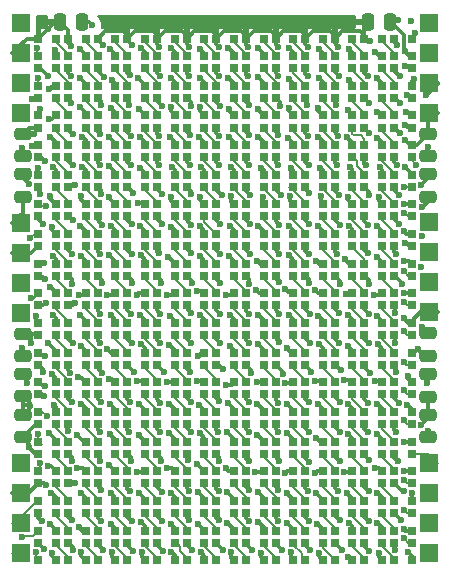
<source format=gbr>
%TF.GenerationSoftware,KiCad,Pcbnew,8.0.2*%
%TF.CreationDate,2024-06-24T13:44:32+02:00*%
%TF.ProjectId,PixelDisplay,50697865-6c44-4697-9370-6c61792e6b69,rev?*%
%TF.SameCoordinates,Original*%
%TF.FileFunction,Copper,L1,Top*%
%TF.FilePolarity,Positive*%
%FSLAX46Y46*%
G04 Gerber Fmt 4.6, Leading zero omitted, Abs format (unit mm)*
G04 Created by KiCad (PCBNEW 8.0.2) date 2024-06-24 13:44:32*
%MOMM*%
%LPD*%
G01*
G04 APERTURE LIST*
G04 Aperture macros list*
%AMRoundRect*
0 Rectangle with rounded corners*
0 $1 Rounding radius*
0 $2 $3 $4 $5 $6 $7 $8 $9 X,Y pos of 4 corners*
0 Add a 4 corners polygon primitive as box body*
4,1,4,$2,$3,$4,$5,$6,$7,$8,$9,$2,$3,0*
0 Add four circle primitives for the rounded corners*
1,1,$1+$1,$2,$3*
1,1,$1+$1,$4,$5*
1,1,$1+$1,$6,$7*
1,1,$1+$1,$8,$9*
0 Add four rect primitives between the rounded corners*
20,1,$1+$1,$2,$3,$4,$5,0*
20,1,$1+$1,$4,$5,$6,$7,0*
20,1,$1+$1,$6,$7,$8,$9,0*
20,1,$1+$1,$8,$9,$2,$3,0*%
G04 Aperture macros list end*
%TA.AperFunction,SMDPad,CuDef*%
%ADD10R,0.690000X0.690000*%
%TD*%
%TA.AperFunction,SMDPad,CuDef*%
%ADD11RoundRect,0.250000X-0.475000X0.250000X-0.475000X-0.250000X0.475000X-0.250000X0.475000X0.250000X0*%
%TD*%
%TA.AperFunction,CastellatedPad*%
%ADD12R,1.500000X1.500000*%
%TD*%
%TA.AperFunction,SMDPad,CuDef*%
%ADD13RoundRect,0.250000X0.475000X-0.250000X0.475000X0.250000X-0.475000X0.250000X-0.475000X-0.250000X0*%
%TD*%
%TA.AperFunction,SMDPad,CuDef*%
%ADD14RoundRect,0.250000X0.250000X0.475000X-0.250000X0.475000X-0.250000X-0.475000X0.250000X-0.475000X0*%
%TD*%
%TA.AperFunction,ViaPad*%
%ADD15C,0.600000*%
%TD*%
%TA.AperFunction,Conductor*%
%ADD16C,0.300000*%
%TD*%
%TA.AperFunction,Conductor*%
%ADD17C,0.200000*%
%TD*%
G04 APERTURE END LIST*
D10*
%TO.P,ICled210,1-DOUT,DO*%
%TO.N,Net-(ICled210-DO)*%
X148324112Y-85256000D03*
%TO.P,ICled210,2-VDD,VDD*%
%TO.N,Vdd_str6*%
X148324112Y-86746000D03*
%TO.P,ICled210,3-DIN,DI*%
%TO.N,Net-(ICled207-DO)*%
X146834112Y-86746000D03*
%TO.P,ICled210,4-GND,GND*%
%TO.N,Vss_str6*%
X146834112Y-85256000D03*
%TD*%
%TO.P,ICled127,1-DOUT,DO*%
%TO.N,Net-(ICled127-DO)*%
X145814362Y-72705100D03*
%TO.P,ICled127,2-VDD,VDD*%
%TO.N,Vdd_str4*%
X145814362Y-74195100D03*
%TO.P,ICled127,3-DIN,DI*%
%TO.N,Net-(ICled124-DO)*%
X144324362Y-74195100D03*
%TO.P,ICled127,4-GND,GND*%
%TO.N,Vss_str4*%
X144324362Y-72705100D03*
%TD*%
%TO.P,ICled117,1-DOUT,DO*%
%TO.N,dout_led_pwm_3*%
X168402112Y-67684400D03*
%TO.P,ICled117,2-VDD,VDD*%
%TO.N,Vdd_str3*%
X168402112Y-69174400D03*
%TO.P,ICled117,3-DIN,DI*%
%TO.N,Net-(ICled113-DO)*%
X166912112Y-69174400D03*
%TO.P,ICled117,4-GND,GND*%
%TO.N,Vss_str3*%
X166912112Y-67684400D03*
%TD*%
%TO.P,ICled136,1-DOUT,DO*%
%TO.N,Net-(ICled136-DO)*%
X153343612Y-72705100D03*
%TO.P,ICled136,2-VDD,VDD*%
%TO.N,Vdd_str4*%
X153343612Y-74195100D03*
%TO.P,ICled136,3-DIN,DI*%
%TO.N,Net-(ICled133-DO)*%
X151853612Y-74195100D03*
%TO.P,ICled136,4-GND,GND*%
%TO.N,Vss_str4*%
X151853612Y-72705100D03*
%TD*%
%TO.P,ICled68,1-DOUT,DO*%
%TO.N,Net-(ICled68-DO)*%
X160872862Y-60154200D03*
%TO.P,ICled68,2-VDD,VDD*%
%TO.N,Vdd_str2*%
X160872862Y-61644200D03*
%TO.P,ICled68,3-DIN,DI*%
%TO.N,Net-(ICled65-DO)*%
X159382862Y-61644200D03*
%TO.P,ICled68,4-GND,GND*%
%TO.N,Vss_str2*%
X159382862Y-60154200D03*
%TD*%
%TO.P,ICled193,1-DOUT,DO*%
%TO.N,Net-(ICled157-DI)*%
X168402112Y-77725800D03*
%TO.P,ICled193,2-VDD,VDD*%
%TO.N,Vdd_str5*%
X168402112Y-79215800D03*
%TO.P,ICled193,3-DIN,DI*%
%TO.N,Net-(ICled192-DO)*%
X166912112Y-79215800D03*
%TO.P,ICled193,4-GND,GND*%
%TO.N,Vss_str5*%
X166912112Y-77725800D03*
%TD*%
%TO.P,ICled22,1-DOUT,DO*%
%TO.N,Net-(ICled22-DO)*%
X155853355Y-50114500D03*
%TO.P,ICled22,2-VDD,VDD*%
%TO.N,Vdd_str1*%
X155853355Y-51604500D03*
%TO.P,ICled22,3-DIN,DI*%
%TO.N,Net-(ICled19-DO)*%
X154363355Y-51604500D03*
%TO.P,ICled22,4-GND,GND*%
%TO.N,Vss_str1*%
X154363355Y-50114500D03*
%TD*%
D11*
%TO.P,C4,1*%
%TO.N,Vdd_str2*%
X169800000Y-55660000D03*
%TO.P,C4,2*%
%TO.N,Vss_str2*%
X169800000Y-57560000D03*
%TD*%
D10*
%TO.P,ICled32,1-DOUT,DO*%
%TO.N,Net-(ICled32-DO)*%
X163382612Y-52624000D03*
%TO.P,ICled32,2-VDD,VDD*%
%TO.N,Vdd_str1*%
X163382612Y-54114000D03*
%TO.P,ICled32,3-DIN,DI*%
%TO.N,Net-(ICled29-DO)*%
X161892612Y-54114000D03*
%TO.P,ICled32,4-GND,GND*%
%TO.N,Vss_str1*%
X161892612Y-52624000D03*
%TD*%
%TO.P,ICled125,1-DOUT,DO*%
%TO.N,Net-(ICled125-DO)*%
X143304612Y-75214600D03*
%TO.P,ICled125,2-VDD,VDD*%
%TO.N,Vdd_str4*%
X143304612Y-76704600D03*
%TO.P,ICled125,3-DIN,DI*%
%TO.N,Net-(ICled122-DO)*%
X141814612Y-76704600D03*
%TO.P,ICled125,4-GND,GND*%
%TO.N,Vss_str4*%
X141814612Y-75214600D03*
%TD*%
%TO.P,ICled65,1-DOUT,DO*%
%TO.N,Net-(ICled65-DO)*%
X158363112Y-60154200D03*
%TO.P,ICled65,2-VDD,VDD*%
%TO.N,Vdd_str2*%
X158363112Y-61644200D03*
%TO.P,ICled65,3-DIN,DI*%
%TO.N,Net-(ICled62-DO)*%
X156873112Y-61644200D03*
%TO.P,ICled65,4-GND,GND*%
%TO.N,Vss_str2*%
X156873112Y-60154200D03*
%TD*%
%TO.P,ICled169,1-DOUT,DO*%
%TO.N,Net-(ICled169-DO)*%
X148324112Y-80235300D03*
%TO.P,ICled169,2-VDD,VDD*%
%TO.N,Vdd_str5*%
X148324112Y-81725300D03*
%TO.P,ICled169,3-DIN,DI*%
%TO.N,Net-(ICled166-DO)*%
X146834112Y-81725300D03*
%TO.P,ICled169,4-GND,GND*%
%TO.N,Vss_str5*%
X146834112Y-80235300D03*
%TD*%
%TO.P,ICled211,1-DOUT,DO*%
%TO.N,Net-(ICled211-DO)*%
X150833862Y-87765500D03*
%TO.P,ICled211,2-VDD,VDD*%
%TO.N,Vdd_str6*%
X150833862Y-89255500D03*
%TO.P,ICled211,3-DIN,DI*%
%TO.N,Net-(ICled208-DO)*%
X149343862Y-89255500D03*
%TO.P,ICled211,4-GND,GND*%
%TO.N,Vss_str6*%
X149343862Y-87765500D03*
%TD*%
%TO.P,ICled42,1-DOUT,DO*%
%TO.N,Net-(ICled42-DO)*%
X138284862Y-55135200D03*
%TO.P,ICled42,2-VDD,VDD*%
%TO.N,Vdd_str2*%
X138284862Y-56625200D03*
%TO.P,ICled42,3-DIN,DI*%
%TO.N,din_led_pwm_2*%
X136794862Y-56625200D03*
%TO.P,ICled42,4-GND,GND*%
%TO.N,Vss_str2*%
X136794862Y-55135200D03*
%TD*%
%TO.P,ICled101,1-DOUT,DO*%
%TO.N,Net-(ICled101-DO)*%
X155853362Y-67684400D03*
%TO.P,ICled101,2-VDD,VDD*%
%TO.N,Vdd_str3*%
X155853362Y-69174400D03*
%TO.P,ICled101,3-DIN,DI*%
%TO.N,Net-(ICled101-DI)*%
X154363362Y-69174400D03*
%TO.P,ICled101,4-GND,GND*%
%TO.N,Vss_str3*%
X154363362Y-67684400D03*
%TD*%
%TO.P,ICled27,1-DOUT,DO*%
%TO.N,Net-(ICled27-DO)*%
X158363054Y-47605000D03*
%TO.P,ICled27,2-VDD,VDD*%
%TO.N,Vdd_str1*%
X158363054Y-49095000D03*
%TO.P,ICled27,3-DIN,DI*%
%TO.N,Net-(ICled24-DO)*%
X156873054Y-49095000D03*
%TO.P,ICled27,4-GND,GND*%
%TO.N,Vss_str1*%
X156873054Y-47605000D03*
%TD*%
%TO.P,ICled129,1-DOUT,DO*%
%TO.N,Net-(ICled129-DO)*%
X145814362Y-70195600D03*
%TO.P,ICled129,2-VDD,VDD*%
%TO.N,Vdd_str4*%
X145814362Y-71685600D03*
%TO.P,ICled129,3-DIN,DI*%
%TO.N,Net-(ICled126-DO)*%
X144324362Y-71685600D03*
%TO.P,ICled129,4-GND,GND*%
%TO.N,Vss_str4*%
X144324362Y-70195600D03*
%TD*%
D12*
%TO.P,J6,1,Pin_1*%
%TO.N,Vdd_str6*%
X135350000Y-83540000D03*
%TO.P,J6,2,Pin_2*%
%TO.N,Vss_str6*%
X135350000Y-86080000D03*
%TO.P,J6,3,Pin_3*%
%TO.N,din_led_pwm_6*%
X135350000Y-88620000D03*
%TO.P,J6,4,Pin_4*%
%TO.N,dout_led_pwm_6*%
X135350000Y-91160000D03*
%TD*%
D10*
%TO.P,ICled140,1-DOUT,DO*%
%TO.N,Net-(ICled140-DO)*%
X155853362Y-75214600D03*
%TO.P,ICled140,2-VDD,VDD*%
%TO.N,Vdd_str4*%
X155853362Y-76704600D03*
%TO.P,ICled140,3-DIN,DI*%
%TO.N,Net-(ICled137-DO)*%
X154363362Y-76704600D03*
%TO.P,ICled140,4-GND,GND*%
%TO.N,Vss_str4*%
X154363362Y-75214600D03*
%TD*%
%TO.P,ICled233,1-DOUT,DO*%
%TO.N,Net-(ICled197-DI)*%
X168402112Y-87765500D03*
%TO.P,ICled233,2-VDD,VDD*%
%TO.N,Vdd_str6*%
X168402112Y-89255500D03*
%TO.P,ICled233,3-DIN,DI*%
%TO.N,Net-(ICled229-DO)*%
X166912112Y-89255500D03*
%TO.P,ICled233,4-GND,GND*%
%TO.N,Vss_str6*%
X166912112Y-87765500D03*
%TD*%
%TO.P,ICled19,1-DOUT,DO*%
%TO.N,Net-(ICled19-DO)*%
X153343612Y-50114500D03*
%TO.P,ICled19,2-VDD,VDD*%
%TO.N,Vdd_str1*%
X153343612Y-51604500D03*
%TO.P,ICled19,3-DIN,DI*%
%TO.N,Net-(ICled16-DO)*%
X151853612Y-51604500D03*
%TO.P,ICled19,4-GND,GND*%
%TO.N,Vss_str1*%
X151853612Y-50114500D03*
%TD*%
%TO.P,ICled24,1-DOUT,DO*%
%TO.N,Net-(ICled24-DO)*%
X155853332Y-47605000D03*
%TO.P,ICled24,2-VDD,VDD*%
%TO.N,Vdd_str1*%
X155853332Y-49095000D03*
%TO.P,ICled24,3-DIN,DI*%
%TO.N,Net-(ICled21-DO)*%
X154363332Y-49095000D03*
%TO.P,ICled24,4-GND,GND*%
%TO.N,Vss_str1*%
X154363332Y-47605000D03*
%TD*%
%TO.P,ICled30,1-DOUT,DO*%
%TO.N,Net-(ICled30-DO)*%
X160872776Y-47605000D03*
%TO.P,ICled30,2-VDD,VDD*%
%TO.N,Vdd_str1*%
X160872776Y-49095000D03*
%TO.P,ICled30,3-DIN,DI*%
%TO.N,Net-(ICled27-DO)*%
X159382776Y-49095000D03*
%TO.P,ICled30,4-GND,GND*%
%TO.N,Vss_str1*%
X159382776Y-47605000D03*
%TD*%
%TO.P,ICled62,1-DOUT,DO*%
%TO.N,Net-(ICled62-DO)*%
X155853362Y-60154200D03*
%TO.P,ICled62,2-VDD,VDD*%
%TO.N,Vdd_str2*%
X155853362Y-61644200D03*
%TO.P,ICled62,3-DIN,DI*%
%TO.N,Net-(ICled59-DO)*%
X154363362Y-61644200D03*
%TO.P,ICled62,4-GND,GND*%
%TO.N,Vss_str2*%
X154363362Y-60154200D03*
%TD*%
%TO.P,ICled39,1-DOUT,DO*%
%TO.N,dout_led_pwm_1*%
X168402112Y-52624000D03*
%TO.P,ICled39,2-VDD,VDD*%
%TO.N,Vdd_str1*%
X168402112Y-54114000D03*
%TO.P,ICled39,3-DIN,DI*%
%TO.N,Net-(ICled35-DO)*%
X166912112Y-54114000D03*
%TO.P,ICled39,4-GND,GND*%
%TO.N,Vss_str1*%
X166912112Y-52624000D03*
%TD*%
%TO.P,ICled59,1-DOUT,DO*%
%TO.N,Net-(ICled59-DO)*%
X153343612Y-60154200D03*
%TO.P,ICled59,2-VDD,VDD*%
%TO.N,Vdd_str2*%
X153343612Y-61644200D03*
%TO.P,ICled59,3-DIN,DI*%
%TO.N,Net-(ICled56-DO)*%
X151853612Y-61644200D03*
%TO.P,ICled59,4-GND,GND*%
%TO.N,Vss_str2*%
X151853612Y-60154200D03*
%TD*%
%TO.P,ICled87,1-DOUT,DO*%
%TO.N,Net-(ICled87-DO)*%
X143304612Y-62665400D03*
%TO.P,ICled87,2-VDD,VDD*%
%TO.N,Vdd_str3*%
X143304612Y-64155400D03*
%TO.P,ICled87,3-DIN,DI*%
%TO.N,Net-(ICled84-DO)*%
X141814612Y-64155400D03*
%TO.P,ICled87,4-GND,GND*%
%TO.N,Vss_str3*%
X141814612Y-62665400D03*
%TD*%
D13*
%TO.P,C9,1*%
%TO.N,Vdd_str5*%
X135450000Y-77900000D03*
%TO.P,C9,2*%
%TO.N,Vss_str5*%
X135450000Y-76000000D03*
%TD*%
D10*
%TO.P,ICled35,1-DOUT,DO*%
%TO.N,Net-(ICled35-DO)*%
X165892362Y-52624000D03*
%TO.P,ICled35,2-VDD,VDD*%
%TO.N,Vdd_str1*%
X165892362Y-54114000D03*
%TO.P,ICled35,3-DIN,DI*%
%TO.N,Net-(ICled32-DO)*%
X164402362Y-54114000D03*
%TO.P,ICled35,4-GND,GND*%
%TO.N,Vss_str1*%
X164402362Y-52624000D03*
%TD*%
%TO.P,ICled128,1-DOUT,DO*%
%TO.N,Net-(ICled128-DO)*%
X145814362Y-75214600D03*
%TO.P,ICled128,2-VDD,VDD*%
%TO.N,Vdd_str4*%
X145814362Y-76704600D03*
%TO.P,ICled128,3-DIN,DI*%
%TO.N,Net-(ICled125-DO)*%
X144324362Y-76704600D03*
%TO.P,ICled128,4-GND,GND*%
%TO.N,Vss_str4*%
X144324362Y-75214600D03*
%TD*%
%TO.P,ICled91,1-DOUT,DO*%
%TO.N,Net-(ICled91-DO)*%
X148324112Y-65174900D03*
%TO.P,ICled91,2-VDD,VDD*%
%TO.N,Vdd_str3*%
X148324112Y-66664900D03*
%TO.P,ICled91,3-DIN,DI*%
%TO.N,Net-(ICled88-DO)*%
X146834112Y-66664900D03*
%TO.P,ICled91,4-GND,GND*%
%TO.N,Vss_str3*%
X146834112Y-65174900D03*
%TD*%
%TO.P,ICled78,1-DOUT,DO*%
%TO.N,dout_led_pwm_2*%
X168402112Y-60154200D03*
%TO.P,ICled78,2-VDD,VDD*%
%TO.N,Vdd_str2*%
X168402112Y-61644200D03*
%TO.P,ICled78,3-DIN,DI*%
%TO.N,Net-(ICled74-DO)*%
X166912112Y-61644200D03*
%TO.P,ICled78,4-GND,GND*%
%TO.N,Vss_str2*%
X166912112Y-60154200D03*
%TD*%
%TO.P,ICled51,1-DOUT,DO*%
%TO.N,Net-(ICled51-DO)*%
X145814235Y-55135200D03*
%TO.P,ICled51,2-VDD,VDD*%
%TO.N,Vdd_str2*%
X145814235Y-56625200D03*
%TO.P,ICled51,3-DIN,DI*%
%TO.N,Net-(ICled48-DO)*%
X144324235Y-56625200D03*
%TO.P,ICled51,4-GND,GND*%
%TO.N,Vss_str2*%
X144324235Y-55135200D03*
%TD*%
%TO.P,ICled226,1-DOUT,DO*%
%TO.N,Net-(ICled226-DO)*%
X163382612Y-87765500D03*
%TO.P,ICled226,2-VDD,VDD*%
%TO.N,Vdd_str6*%
X163382612Y-89255500D03*
%TO.P,ICled226,3-DIN,DI*%
%TO.N,Net-(ICled223-DO)*%
X161892612Y-89255500D03*
%TO.P,ICled226,4-GND,GND*%
%TO.N,Vss_str6*%
X161892612Y-87765500D03*
%TD*%
%TO.P,ICled2,1-DOUT,DO*%
%TO.N,Net-(ICled2-DO)*%
X138285112Y-52624000D03*
%TO.P,ICled2,2-VDD,VDD*%
%TO.N,Vdd_str1*%
X138285112Y-54114000D03*
%TO.P,ICled2,3-DIN,DI*%
%TO.N,Net-(ICled2-DI)*%
X136795112Y-54114000D03*
%TO.P,ICled2,4-GND,GND*%
%TO.N,Vss_str1*%
X136795112Y-52624000D03*
%TD*%
%TO.P,ICled220,1-DOUT,DO*%
%TO.N,Net-(ICled220-DO)*%
X158363112Y-87765500D03*
%TO.P,ICled220,2-VDD,VDD*%
%TO.N,Vdd_str6*%
X158363112Y-89255500D03*
%TO.P,ICled220,3-DIN,DI*%
%TO.N,Net-(ICled217-DO)*%
X156873112Y-89255500D03*
%TO.P,ICled220,4-GND,GND*%
%TO.N,Vss_str6*%
X156873112Y-87765500D03*
%TD*%
%TO.P,ICled116,1-DOUT,DO*%
%TO.N,Net-(ICled116-DO)*%
X168402112Y-65174900D03*
%TO.P,ICled116,2-VDD,VDD*%
%TO.N,Vdd_str3*%
X168402112Y-66664900D03*
%TO.P,ICled116,3-DIN,DI*%
%TO.N,Net-(ICled112-DO)*%
X166912112Y-66664900D03*
%TO.P,ICled116,4-GND,GND*%
%TO.N,Vss_str3*%
X166912112Y-65174900D03*
%TD*%
%TO.P,ICled37,1-DOUT,DO*%
%TO.N,Net-(ICled1-DI)*%
X168401946Y-47605000D03*
%TO.P,ICled37,2-VDD,VDD*%
%TO.N,Vdd_str1*%
X168401946Y-49095000D03*
%TO.P,ICled37,3-DIN,DI*%
%TO.N,Net-(ICled36-DO)*%
X166911946Y-49095000D03*
%TO.P,ICled37,4-GND,GND*%
%TO.N,Vss_str1*%
X166911946Y-47605000D03*
%TD*%
%TO.P,ICled145,1-DOUT,DO*%
%TO.N,Net-(ICled145-DO)*%
X160872862Y-72705100D03*
%TO.P,ICled145,2-VDD,VDD*%
%TO.N,Vdd_str4*%
X160872862Y-74195100D03*
%TO.P,ICled145,3-DIN,DI*%
%TO.N,Net-(ICled142-DO)*%
X159382862Y-74195100D03*
%TO.P,ICled145,4-GND,GND*%
%TO.N,Vss_str4*%
X159382862Y-72705100D03*
%TD*%
%TO.P,ICled112,1-DOUT,DO*%
%TO.N,Net-(ICled112-DO)*%
X165892362Y-65174900D03*
%TO.P,ICled112,2-VDD,VDD*%
%TO.N,Vdd_str3*%
X165892362Y-66664900D03*
%TO.P,ICled112,3-DIN,DI*%
%TO.N,Net-(ICled109-DO)*%
X164402362Y-66664900D03*
%TO.P,ICled112,4-GND,GND*%
%TO.N,Vss_str3*%
X164402362Y-65174900D03*
%TD*%
%TO.P,ICled223,1-DOUT,DO*%
%TO.N,Net-(ICled223-DO)*%
X160872862Y-87765500D03*
%TO.P,ICled223,2-VDD,VDD*%
%TO.N,Vdd_str6*%
X160872862Y-89255500D03*
%TO.P,ICled223,3-DIN,DI*%
%TO.N,Net-(ICled220-DO)*%
X159382862Y-89255500D03*
%TO.P,ICled223,4-GND,GND*%
%TO.N,Vss_str6*%
X159382862Y-87765500D03*
%TD*%
%TO.P,ICled137,1-DOUT,DO*%
%TO.N,Net-(ICled137-DO)*%
X153343612Y-75214600D03*
%TO.P,ICled137,2-VDD,VDD*%
%TO.N,Vdd_str4*%
X153343612Y-76704600D03*
%TO.P,ICled137,3-DIN,DI*%
%TO.N,Net-(ICled134-DO)*%
X151853612Y-76704600D03*
%TO.P,ICled137,4-GND,GND*%
%TO.N,Vss_str4*%
X151853612Y-75214600D03*
%TD*%
%TO.P,ICled94,1-DOUT,DO*%
%TO.N,Net-(ICled94-DO)*%
X150833862Y-65174900D03*
%TO.P,ICled94,2-VDD,VDD*%
%TO.N,Vdd_str3*%
X150833862Y-66664900D03*
%TO.P,ICled94,3-DIN,DI*%
%TO.N,Net-(ICled91-DO)*%
X149343862Y-66664900D03*
%TO.P,ICled94,4-GND,GND*%
%TO.N,Vss_str3*%
X149343862Y-65174900D03*
%TD*%
%TO.P,ICled119,1-DOUT,DO*%
%TO.N,Net-(ICled119-DO)*%
X138285112Y-75214600D03*
%TO.P,ICled119,2-VDD,VDD*%
%TO.N,Vdd_str4*%
X138285112Y-76704600D03*
%TO.P,ICled119,3-DIN,DI*%
%TO.N,Net-(ICled119-DI)*%
X136795112Y-76704600D03*
%TO.P,ICled119,4-GND,GND*%
%TO.N,Vss_str4*%
X136795112Y-75214600D03*
%TD*%
%TO.P,ICled151,1-DOUT,DO*%
%TO.N,Net-(ICled151-DO)*%
X165892362Y-72705100D03*
%TO.P,ICled151,2-VDD,VDD*%
%TO.N,Vdd_str4*%
X165892362Y-74195100D03*
%TO.P,ICled151,3-DIN,DI*%
%TO.N,Net-(ICled148-DO)*%
X164402362Y-74195100D03*
%TO.P,ICled151,4-GND,GND*%
%TO.N,Vss_str4*%
X164402362Y-72705100D03*
%TD*%
%TO.P,ICled188,1-DOUT,DO*%
%TO.N,Net-(ICled188-DO)*%
X163382612Y-82744800D03*
%TO.P,ICled188,2-VDD,VDD*%
%TO.N,Vdd_str5*%
X163382612Y-84234800D03*
%TO.P,ICled188,3-DIN,DI*%
%TO.N,Net-(ICled185-DO)*%
X161892612Y-84234800D03*
%TO.P,ICled188,4-GND,GND*%
%TO.N,Vss_str5*%
X161892612Y-82744800D03*
%TD*%
%TO.P,ICled4,1-DOUT,DO*%
%TO.N,Net-(ICled4-DO)*%
X140794897Y-50114500D03*
%TO.P,ICled4,2-VDD,VDD*%
%TO.N,Vdd_str1*%
X140794897Y-51604500D03*
%TO.P,ICled4,3-DIN,DI*%
%TO.N,Net-(ICled1-DO)*%
X139304897Y-51604500D03*
%TO.P,ICled4,4-GND,GND*%
%TO.N,Vss_str1*%
X139304897Y-50114500D03*
%TD*%
%TO.P,ICled115,1-DOUT,DO*%
%TO.N,Net-(ICled115-DO)*%
X168402112Y-62665400D03*
%TO.P,ICled115,2-VDD,VDD*%
%TO.N,Vdd_str3*%
X168402112Y-64155400D03*
%TO.P,ICled115,3-DIN,DI*%
%TO.N,Net-(ICled114-DO)*%
X166912112Y-64155400D03*
%TO.P,ICled115,4-GND,GND*%
%TO.N,Vss_str3*%
X166912112Y-62665400D03*
%TD*%
%TO.P,ICled133,1-DOUT,DO*%
%TO.N,Net-(ICled133-DO)*%
X150833862Y-72705100D03*
%TO.P,ICled133,2-VDD,VDD*%
%TO.N,Vdd_str4*%
X150833862Y-74195100D03*
%TO.P,ICled133,3-DIN,DI*%
%TO.N,Net-(ICled130-DO)*%
X149343862Y-74195100D03*
%TO.P,ICled133,4-GND,GND*%
%TO.N,Vss_str4*%
X149343862Y-72705100D03*
%TD*%
%TO.P,ICled160,1-DOUT,DO*%
%TO.N,Net-(ICled160-DO)*%
X140794862Y-80235300D03*
%TO.P,ICled160,2-VDD,VDD*%
%TO.N,Vdd_str5*%
X140794862Y-81725300D03*
%TO.P,ICled160,3-DIN,DI*%
%TO.N,Net-(ICled157-DO)*%
X139304862Y-81725300D03*
%TO.P,ICled160,4-GND,GND*%
%TO.N,Vss_str5*%
X139304862Y-80235300D03*
%TD*%
%TO.P,ICled139,1-DOUT,DO*%
%TO.N,Net-(ICled139-DO)*%
X155853362Y-72705100D03*
%TO.P,ICled139,2-VDD,VDD*%
%TO.N,Vdd_str4*%
X155853362Y-74195100D03*
%TO.P,ICled139,3-DIN,DI*%
%TO.N,Net-(ICled136-DO)*%
X154363362Y-74195100D03*
%TO.P,ICled139,4-GND,GND*%
%TO.N,Vss_str4*%
X154363362Y-72705100D03*
%TD*%
%TO.P,ICled209,1-DOUT,DO*%
%TO.N,Net-(ICled209-DO)*%
X148324112Y-90275000D03*
%TO.P,ICled209,2-VDD,VDD*%
%TO.N,Vdd_str6*%
X148324112Y-91765000D03*
%TO.P,ICled209,3-DIN,DI*%
%TO.N,Net-(ICled206-DO)*%
X146834112Y-91765000D03*
%TO.P,ICled209,4-GND,GND*%
%TO.N,Vss_str6*%
X146834112Y-90275000D03*
%TD*%
%TO.P,ICled189,1-DOUT,DO*%
%TO.N,Net-(ICled189-DO)*%
X163382612Y-77725800D03*
%TO.P,ICled189,2-VDD,VDD*%
%TO.N,Vdd_str5*%
X163382612Y-79215800D03*
%TO.P,ICled189,3-DIN,DI*%
%TO.N,Net-(ICled186-DO)*%
X161892612Y-79215800D03*
%TO.P,ICled189,4-GND,GND*%
%TO.N,Vss_str5*%
X161892612Y-77725800D03*
%TD*%
%TO.P,ICled105,1-DOUT,DO*%
%TO.N,Net-(ICled105-DO)*%
X158363112Y-62665400D03*
%TO.P,ICled105,2-VDD,VDD*%
%TO.N,Vdd_str3*%
X158363112Y-64155400D03*
%TO.P,ICled105,3-DIN,DI*%
%TO.N,Net-(ICled102-DO)*%
X156873112Y-64155400D03*
%TO.P,ICled105,4-GND,GND*%
%TO.N,Vss_str3*%
X156873112Y-62665400D03*
%TD*%
%TO.P,ICled33,1-DOUT,DO*%
%TO.N,Net-(ICled33-DO)*%
X163382498Y-47605000D03*
%TO.P,ICled33,2-VDD,VDD*%
%TO.N,Vdd_str1*%
X163382498Y-49095000D03*
%TO.P,ICled33,3-DIN,DI*%
%TO.N,Net-(ICled30-DO)*%
X161892498Y-49095000D03*
%TO.P,ICled33,4-GND,GND*%
%TO.N,Vss_str1*%
X161892498Y-47605000D03*
%TD*%
%TO.P,ICled80,1-DOUT,DO*%
%TO.N,Net-(ICled80-DO)*%
X138285112Y-67684400D03*
%TO.P,ICled80,2-VDD,VDD*%
%TO.N,Vdd_str3*%
X138285112Y-69174400D03*
%TO.P,ICled80,3-DIN,DI*%
%TO.N,Net-(ICled116-DO)*%
X136795112Y-69174400D03*
%TO.P,ICled80,4-GND,GND*%
%TO.N,Vss_str3*%
X136795112Y-67684400D03*
%TD*%
%TO.P,ICled154,1-DOUT,DO*%
%TO.N,Net-(ICled118-DI)*%
X168402112Y-70195600D03*
%TO.P,ICled154,2-VDD,VDD*%
%TO.N,Vdd_str4*%
X168402112Y-71685600D03*
%TO.P,ICled154,3-DIN,DI*%
%TO.N,Net-(ICled153-DO)*%
X166912112Y-71685600D03*
%TO.P,ICled154,4-GND,GND*%
%TO.N,Vss_str4*%
X166912112Y-70195600D03*
%TD*%
%TO.P,ICled34,1-DOUT,DO*%
%TO.N,Net-(ICled34-DO)*%
X165892327Y-50114500D03*
%TO.P,ICled34,2-VDD,VDD*%
%TO.N,Vdd_str1*%
X165892327Y-51604500D03*
%TO.P,ICled34,3-DIN,DI*%
%TO.N,Net-(ICled31-DO)*%
X164402327Y-51604500D03*
%TO.P,ICled34,4-GND,GND*%
%TO.N,Vss_str1*%
X164402327Y-50114500D03*
%TD*%
%TO.P,ICled143,1-DOUT,DO*%
%TO.N,Net-(ICled143-DO)*%
X158363112Y-75214600D03*
%TO.P,ICled143,2-VDD,VDD*%
%TO.N,Vdd_str4*%
X158363112Y-76704600D03*
%TO.P,ICled143,3-DIN,DI*%
%TO.N,Net-(ICled140-DO)*%
X156873112Y-76704600D03*
%TO.P,ICled143,4-GND,GND*%
%TO.N,Vss_str4*%
X156873112Y-75214600D03*
%TD*%
%TO.P,ICled168,1-DOUT,DO*%
%TO.N,Net-(ICled168-DO)*%
X145814362Y-77725800D03*
%TO.P,ICled168,2-VDD,VDD*%
%TO.N,Vdd_str5*%
X145814362Y-79215800D03*
%TO.P,ICled168,3-DIN,DI*%
%TO.N,Net-(ICled165-DO)*%
X144324362Y-79215800D03*
%TO.P,ICled168,4-GND,GND*%
%TO.N,Vss_str5*%
X144324362Y-77725800D03*
%TD*%
D14*
%TO.P,C2,1*%
%TO.N,Vdd_str1*%
X166570000Y-46200000D03*
%TO.P,C2,2*%
%TO.N,Vss_str1*%
X164670000Y-46200000D03*
%TD*%
D10*
%TO.P,ICled5,1-DOUT,DO*%
%TO.N,Net-(ICled5-DO)*%
X140794862Y-52624000D03*
%TO.P,ICled5,2-VDD,VDD*%
%TO.N,Vdd_str1*%
X140794862Y-54114000D03*
%TO.P,ICled5,3-DIN,DI*%
%TO.N,Net-(ICled2-DO)*%
X139304862Y-54114000D03*
%TO.P,ICled5,4-GND,GND*%
%TO.N,Vss_str1*%
X139304862Y-52624000D03*
%TD*%
%TO.P,ICled205,1-DOUT,DO*%
%TO.N,Net-(ICled205-DO)*%
X145814362Y-87765500D03*
%TO.P,ICled205,2-VDD,VDD*%
%TO.N,Vdd_str6*%
X145814362Y-89255500D03*
%TO.P,ICled205,3-DIN,DI*%
%TO.N,Net-(ICled202-DO)*%
X144324362Y-89255500D03*
%TO.P,ICled205,4-GND,GND*%
%TO.N,Vss_str6*%
X144324362Y-87765500D03*
%TD*%
%TO.P,ICled29,1-DOUT,DO*%
%TO.N,Net-(ICled29-DO)*%
X160872862Y-52624000D03*
%TO.P,ICled29,2-VDD,VDD*%
%TO.N,Vdd_str1*%
X160872862Y-54114000D03*
%TO.P,ICled29,3-DIN,DI*%
%TO.N,Net-(ICled26-DO)*%
X159382862Y-54114000D03*
%TO.P,ICled29,4-GND,GND*%
%TO.N,Vss_str1*%
X159382862Y-52624000D03*
%TD*%
%TO.P,ICled100,1-DOUT,DO*%
%TO.N,Net-(ICled100-DO)*%
X155853362Y-65174900D03*
%TO.P,ICled100,2-VDD,VDD*%
%TO.N,Vdd_str3*%
X155853362Y-66664900D03*
%TO.P,ICled100,3-DIN,DI*%
%TO.N,Net-(ICled100-DI)*%
X154363362Y-66664900D03*
%TO.P,ICled100,4-GND,GND*%
%TO.N,Vss_str3*%
X154363362Y-65174900D03*
%TD*%
%TO.P,ICled222,1-DOUT,DO*%
%TO.N,Net-(ICled222-DO)*%
X158363112Y-85256000D03*
%TO.P,ICled222,2-VDD,VDD*%
%TO.N,Vdd_str6*%
X158363112Y-86746000D03*
%TO.P,ICled222,3-DIN,DI*%
%TO.N,Net-(ICled219-DO)*%
X156873112Y-86746000D03*
%TO.P,ICled222,4-GND,GND*%
%TO.N,Vss_str6*%
X156873112Y-85256000D03*
%TD*%
%TO.P,ICled163,1-DOUT,DO*%
%TO.N,Net-(ICled163-DO)*%
X143304612Y-80235300D03*
%TO.P,ICled163,2-VDD,VDD*%
%TO.N,Vdd_str5*%
X143304612Y-81725300D03*
%TO.P,ICled163,3-DIN,DI*%
%TO.N,Net-(ICled160-DO)*%
X141814612Y-81725300D03*
%TO.P,ICled163,4-GND,GND*%
%TO.N,Vss_str5*%
X141814612Y-80235300D03*
%TD*%
%TO.P,ICled229,1-DOUT,DO*%
%TO.N,Net-(ICled229-DO)*%
X165892362Y-87765500D03*
%TO.P,ICled229,2-VDD,VDD*%
%TO.N,Vdd_str6*%
X165892362Y-89255500D03*
%TO.P,ICled229,3-DIN,DI*%
%TO.N,Net-(ICled226-DO)*%
X164402362Y-89255500D03*
%TO.P,ICled229,4-GND,GND*%
%TO.N,Vss_str6*%
X164402362Y-87765500D03*
%TD*%
%TO.P,ICled81,1-DOUT,DO*%
%TO.N,Net-(ICled81-DO)*%
X138285112Y-62665400D03*
%TO.P,ICled81,2-VDD,VDD*%
%TO.N,Vdd_str3*%
X138285112Y-64155400D03*
%TO.P,ICled81,3-DIN,DI*%
%TO.N,din_led_pwm_3*%
X136795112Y-64155400D03*
%TO.P,ICled81,4-GND,GND*%
%TO.N,Vss_str3*%
X136795112Y-62665400D03*
%TD*%
%TO.P,ICled165,1-DOUT,DO*%
%TO.N,Net-(ICled165-DO)*%
X143304612Y-77725800D03*
%TO.P,ICled165,2-VDD,VDD*%
%TO.N,Vdd_str5*%
X143304612Y-79215800D03*
%TO.P,ICled165,3-DIN,DI*%
%TO.N,Net-(ICled162-DO)*%
X141814612Y-79215800D03*
%TO.P,ICled165,4-GND,GND*%
%TO.N,Vss_str5*%
X141814612Y-77725800D03*
%TD*%
%TO.P,ICled130,1-DOUT,DO*%
%TO.N,Net-(ICled130-DO)*%
X148324112Y-72705100D03*
%TO.P,ICled130,2-VDD,VDD*%
%TO.N,Vdd_str4*%
X148324112Y-74195100D03*
%TO.P,ICled130,3-DIN,DI*%
%TO.N,Net-(ICled127-DO)*%
X146834112Y-74195100D03*
%TO.P,ICled130,4-GND,GND*%
%TO.N,Vss_str4*%
X146834112Y-72705100D03*
%TD*%
%TO.P,ICled53,1-DOUT,DO*%
%TO.N,Net-(ICled53-DO)*%
X148324112Y-60154200D03*
%TO.P,ICled53,2-VDD,VDD*%
%TO.N,Vdd_str2*%
X148324112Y-61644200D03*
%TO.P,ICled53,3-DIN,DI*%
%TO.N,Net-(ICled50-DO)*%
X146834112Y-61644200D03*
%TO.P,ICled53,4-GND,GND*%
%TO.N,Vss_str2*%
X146834112Y-60154200D03*
%TD*%
%TO.P,ICled121,1-DOUT,DO*%
%TO.N,Net-(ICled121-DO)*%
X140794862Y-72705100D03*
%TO.P,ICled121,2-VDD,VDD*%
%TO.N,Vdd_str4*%
X140794862Y-74195100D03*
%TO.P,ICled121,3-DIN,DI*%
%TO.N,Net-(ICled118-DO)*%
X139304862Y-74195100D03*
%TO.P,ICled121,4-GND,GND*%
%TO.N,Vss_str4*%
X139304862Y-72705100D03*
%TD*%
%TO.P,ICled38,1-DOUT,DO*%
%TO.N,Net-(ICled2-DI)*%
X168402071Y-50114500D03*
%TO.P,ICled38,2-VDD,VDD*%
%TO.N,Vdd_str1*%
X168402071Y-51604500D03*
%TO.P,ICled38,3-DIN,DI*%
%TO.N,Net-(ICled34-DO)*%
X166912071Y-51604500D03*
%TO.P,ICled38,4-GND,GND*%
%TO.N,Vss_str1*%
X166912071Y-50114500D03*
%TD*%
%TO.P,ICled144,1-DOUT,DO*%
%TO.N,Net-(ICled144-DO)*%
X158363112Y-70195600D03*
%TO.P,ICled144,2-VDD,VDD*%
%TO.N,Vdd_str4*%
X158363112Y-71685600D03*
%TO.P,ICled144,3-DIN,DI*%
%TO.N,Net-(ICled141-DO)*%
X156873112Y-71685600D03*
%TO.P,ICled144,4-GND,GND*%
%TO.N,Vss_str4*%
X156873112Y-70195600D03*
%TD*%
%TO.P,ICled41,1-DOUT,DO*%
%TO.N,Net-(ICled41-DO)*%
X138285112Y-60154200D03*
%TO.P,ICled41,2-VDD,VDD*%
%TO.N,Vdd_str2*%
X138285112Y-61644200D03*
%TO.P,ICled41,3-DIN,DI*%
%TO.N,Net-(ICled41-DI)*%
X136795112Y-61644200D03*
%TO.P,ICled41,4-GND,GND*%
%TO.N,Vss_str2*%
X136795112Y-60154200D03*
%TD*%
%TO.P,ICled57,1-DOUT,DO*%
%TO.N,Net-(ICled57-DO)*%
X150833817Y-55135200D03*
%TO.P,ICled57,2-VDD,VDD*%
%TO.N,Vdd_str2*%
X150833817Y-56625200D03*
%TO.P,ICled57,3-DIN,DI*%
%TO.N,Net-(ICled54-DO)*%
X149343817Y-56625200D03*
%TO.P,ICled57,4-GND,GND*%
%TO.N,Vss_str2*%
X149343817Y-55135200D03*
%TD*%
%TO.P,ICled216,1-DOUT,DO*%
%TO.N,Net-(ICled216-DO)*%
X153343612Y-85256000D03*
%TO.P,ICled216,2-VDD,VDD*%
%TO.N,Vdd_str6*%
X153343612Y-86746000D03*
%TO.P,ICled216,3-DIN,DI*%
%TO.N,Net-(ICled213-DO)*%
X151853612Y-86746000D03*
%TO.P,ICled216,4-GND,GND*%
%TO.N,Vss_str6*%
X151853612Y-85256000D03*
%TD*%
%TO.P,ICled96,1-DOUT,DO*%
%TO.N,Net-(ICled96-DO)*%
X150833862Y-62665400D03*
%TO.P,ICled96,2-VDD,VDD*%
%TO.N,Vdd_str3*%
X150833862Y-64155400D03*
%TO.P,ICled96,3-DIN,DI*%
%TO.N,Net-(ICled93-DO)*%
X149343862Y-64155400D03*
%TO.P,ICled96,4-GND,GND*%
%TO.N,Vss_str3*%
X149343862Y-62665400D03*
%TD*%
%TO.P,ICled77,1-DOUT,DO*%
%TO.N,Net-(ICled41-DI)*%
X168402071Y-57644700D03*
%TO.P,ICled77,2-VDD,VDD*%
%TO.N,Vdd_str2*%
X168402071Y-59134700D03*
%TO.P,ICled77,3-DIN,DI*%
%TO.N,Net-(ICled73-DO)*%
X166912071Y-59134700D03*
%TO.P,ICled77,4-GND,GND*%
%TO.N,Vss_str2*%
X166912071Y-57644700D03*
%TD*%
%TO.P,ICled141,1-DOUT,DO*%
%TO.N,Net-(ICled141-DO)*%
X155853362Y-70195600D03*
%TO.P,ICled141,2-VDD,VDD*%
%TO.N,Vdd_str4*%
X155853362Y-71685600D03*
%TO.P,ICled141,3-DIN,DI*%
%TO.N,Net-(ICled138-DO)*%
X154363362Y-71685600D03*
%TO.P,ICled141,4-GND,GND*%
%TO.N,Vss_str4*%
X154363362Y-70195600D03*
%TD*%
%TO.P,ICled103,1-DOUT,DO*%
%TO.N,Net-(ICled103-DO)*%
X158363112Y-65174900D03*
%TO.P,ICled103,2-VDD,VDD*%
%TO.N,Vdd_str3*%
X158363112Y-66664900D03*
%TO.P,ICled103,3-DIN,DI*%
%TO.N,Net-(ICled100-DO)*%
X156873112Y-66664900D03*
%TO.P,ICled103,4-GND,GND*%
%TO.N,Vss_str3*%
X156873112Y-65174900D03*
%TD*%
%TO.P,ICled181,1-DOUT,DO*%
%TO.N,Net-(ICled181-DO)*%
X158363112Y-80235300D03*
%TO.P,ICled181,2-VDD,VDD*%
%TO.N,Vdd_str5*%
X158363112Y-81725300D03*
%TO.P,ICled181,3-DIN,DI*%
%TO.N,Net-(ICled178-DO)*%
X156873112Y-81725300D03*
%TO.P,ICled181,4-GND,GND*%
%TO.N,Vss_str5*%
X156873112Y-80235300D03*
%TD*%
%TO.P,ICled85,1-DOUT,DO*%
%TO.N,Net-(ICled85-DO)*%
X143304612Y-65174900D03*
%TO.P,ICled85,2-VDD,VDD*%
%TO.N,Vdd_str3*%
X143304612Y-66664900D03*
%TO.P,ICled85,3-DIN,DI*%
%TO.N,Net-(ICled82-DO)*%
X141814612Y-66664900D03*
%TO.P,ICled85,4-GND,GND*%
%TO.N,Vss_str3*%
X141814612Y-65174900D03*
%TD*%
%TO.P,ICled93,1-DOUT,DO*%
%TO.N,Net-(ICled93-DO)*%
X148324112Y-62665400D03*
%TO.P,ICled93,2-VDD,VDD*%
%TO.N,Vdd_str3*%
X148324112Y-64155400D03*
%TO.P,ICled93,3-DIN,DI*%
%TO.N,Net-(ICled90-DO)*%
X146834112Y-64155400D03*
%TO.P,ICled93,4-GND,GND*%
%TO.N,Vss_str3*%
X146834112Y-62665400D03*
%TD*%
%TO.P,ICled187,1-DOUT,DO*%
%TO.N,Net-(ICled187-DO)*%
X163382612Y-80235300D03*
%TO.P,ICled187,2-VDD,VDD*%
%TO.N,Vdd_str5*%
X163382612Y-81725300D03*
%TO.P,ICled187,3-DIN,DI*%
%TO.N,Net-(ICled184-DO)*%
X161892612Y-81725300D03*
%TO.P,ICled187,4-GND,GND*%
%TO.N,Vss_str5*%
X161892612Y-80235300D03*
%TD*%
D12*
%TO.P,J5,1,Pin_1*%
%TO.N,Vdd_str5*%
X169850000Y-91190000D03*
%TO.P,J5,2,Pin_2*%
%TO.N,Vss_str5*%
X169850000Y-88650000D03*
%TO.P,J5,3,Pin_3*%
%TO.N,din_led_pwm_5*%
X169850000Y-86110000D03*
%TO.P,J5,4,Pin_4*%
%TO.N,dout_led_pwm_5*%
X169850000Y-83570000D03*
%TD*%
D10*
%TO.P,ICled174,1-DOUT,DO*%
%TO.N,Net-(ICled174-DO)*%
X150833862Y-77725800D03*
%TO.P,ICled174,2-VDD,VDD*%
%TO.N,Vdd_str5*%
X150833862Y-79215800D03*
%TO.P,ICled174,3-DIN,DI*%
%TO.N,Net-(ICled171-DO)*%
X149343862Y-79215800D03*
%TO.P,ICled174,4-GND,GND*%
%TO.N,Vss_str5*%
X149343862Y-77725800D03*
%TD*%
%TO.P,ICled92,1-DOUT,DO*%
%TO.N,Net-(ICled92-DO)*%
X148324112Y-67684400D03*
%TO.P,ICled92,2-VDD,VDD*%
%TO.N,Vdd_str3*%
X148324112Y-69174400D03*
%TO.P,ICled92,3-DIN,DI*%
%TO.N,Net-(ICled89-DO)*%
X146834112Y-69174400D03*
%TO.P,ICled92,4-GND,GND*%
%TO.N,Vss_str3*%
X146834112Y-67684400D03*
%TD*%
%TO.P,ICled76,1-DOUT,DO*%
%TO.N,Net-(ICled40-DI)*%
X168402362Y-55135200D03*
%TO.P,ICled76,2-VDD,VDD*%
%TO.N,Vdd_str2*%
X168402362Y-56625200D03*
%TO.P,ICled76,3-DIN,DI*%
%TO.N,Net-(ICled75-DO)*%
X166912362Y-56625200D03*
%TO.P,ICled76,4-GND,GND*%
%TO.N,Vss_str2*%
X166912362Y-55135200D03*
%TD*%
%TO.P,ICled28,1-DOUT,DO*%
%TO.N,Net-(ICled28-DO)*%
X160872841Y-50114500D03*
%TO.P,ICled28,2-VDD,VDD*%
%TO.N,Vdd_str1*%
X160872841Y-51604500D03*
%TO.P,ICled28,3-DIN,DI*%
%TO.N,Net-(ICled25-DO)*%
X159382841Y-51604500D03*
%TO.P,ICled28,4-GND,GND*%
%TO.N,Vss_str1*%
X159382841Y-50114500D03*
%TD*%
%TO.P,ICled20,1-DOUT,DO*%
%TO.N,Net-(ICled20-DO)*%
X153343612Y-52624000D03*
%TO.P,ICled20,2-VDD,VDD*%
%TO.N,Vdd_str1*%
X153343612Y-54114000D03*
%TO.P,ICled20,3-DIN,DI*%
%TO.N,Net-(ICled17-DO)*%
X151853612Y-54114000D03*
%TO.P,ICled20,4-GND,GND*%
%TO.N,Vss_str1*%
X151853612Y-52624000D03*
%TD*%
%TO.P,ICled171,1-DOUT,DO*%
%TO.N,Net-(ICled171-DO)*%
X148324112Y-77725800D03*
%TO.P,ICled171,2-VDD,VDD*%
%TO.N,Vdd_str5*%
X148324112Y-79215800D03*
%TO.P,ICled171,3-DIN,DI*%
%TO.N,Net-(ICled168-DO)*%
X146834112Y-79215800D03*
%TO.P,ICled171,4-GND,GND*%
%TO.N,Vss_str5*%
X146834112Y-77725800D03*
%TD*%
%TO.P,ICled120,1-DOUT,DO*%
%TO.N,Net-(ICled120-DO)*%
X138285112Y-70195600D03*
%TO.P,ICled120,2-VDD,VDD*%
%TO.N,Vdd_str4*%
X138285112Y-71685600D03*
%TO.P,ICled120,3-DIN,DI*%
%TO.N,din_led_pwm_4*%
X136795112Y-71685600D03*
%TO.P,ICled120,4-GND,GND*%
%TO.N,Vss_str4*%
X136795112Y-70195600D03*
%TD*%
%TO.P,ICled82,1-DOUT,DO*%
%TO.N,Net-(ICled82-DO)*%
X140794862Y-65174900D03*
%TO.P,ICled82,2-VDD,VDD*%
%TO.N,Vdd_str3*%
X140794862Y-66664900D03*
%TO.P,ICled82,3-DIN,DI*%
%TO.N,Net-(ICled79-DO)*%
X139304862Y-66664900D03*
%TO.P,ICled82,4-GND,GND*%
%TO.N,Vss_str3*%
X139304862Y-65174900D03*
%TD*%
%TO.P,ICled185,1-DOUT,DO*%
%TO.N,Net-(ICled185-DO)*%
X160872862Y-82744800D03*
%TO.P,ICled185,2-VDD,VDD*%
%TO.N,Vdd_str5*%
X160872862Y-84234800D03*
%TO.P,ICled185,3-DIN,DI*%
%TO.N,Net-(ICled182-DO)*%
X159382862Y-84234800D03*
%TO.P,ICled185,4-GND,GND*%
%TO.N,Vss_str5*%
X159382862Y-82744800D03*
%TD*%
%TO.P,ICled11,1-DOUT,DO*%
%TO.N,Net-(ICled11-DO)*%
X145814362Y-52624000D03*
%TO.P,ICled11,2-VDD,VDD*%
%TO.N,Vdd_str1*%
X145814362Y-54114000D03*
%TO.P,ICled11,3-DIN,DI*%
%TO.N,Net-(ICled11-DI)*%
X144324362Y-54114000D03*
%TO.P,ICled11,4-GND,GND*%
%TO.N,Vss_str1*%
X144324362Y-52624000D03*
%TD*%
%TO.P,ICled155,1-DOUT,DO*%
%TO.N,Net-(ICled119-DI)*%
X168402112Y-72705100D03*
%TO.P,ICled155,2-VDD,VDD*%
%TO.N,Vdd_str4*%
X168402112Y-74195100D03*
%TO.P,ICled155,3-DIN,DI*%
%TO.N,Net-(ICled151-DO)*%
X166912112Y-74195100D03*
%TO.P,ICled155,4-GND,GND*%
%TO.N,Vss_str4*%
X166912112Y-72705100D03*
%TD*%
%TO.P,ICled180,1-DOUT,DO*%
%TO.N,Net-(ICled180-DO)*%
X155853362Y-77725800D03*
%TO.P,ICled180,2-VDD,VDD*%
%TO.N,Vdd_str5*%
X155853362Y-79215800D03*
%TO.P,ICled180,3-DIN,DI*%
%TO.N,Net-(ICled177-DO)*%
X154363362Y-79215800D03*
%TO.P,ICled180,4-GND,GND*%
%TO.N,Vss_str5*%
X154363362Y-77725800D03*
%TD*%
%TO.P,ICled83,1-DOUT,DO*%
%TO.N,Net-(ICled83-DO)*%
X140794862Y-67684400D03*
%TO.P,ICled83,2-VDD,VDD*%
%TO.N,Vdd_str3*%
X140794862Y-69174400D03*
%TO.P,ICled83,3-DIN,DI*%
%TO.N,Net-(ICled80-DO)*%
X139304862Y-69174400D03*
%TO.P,ICled83,4-GND,GND*%
%TO.N,Vss_str3*%
X139304862Y-67684400D03*
%TD*%
%TO.P,ICled55,1-DOUT,DO*%
%TO.N,Net-(ICled55-DO)*%
X150833869Y-57644700D03*
%TO.P,ICled55,2-VDD,VDD*%
%TO.N,Vdd_str2*%
X150833869Y-59134700D03*
%TO.P,ICled55,3-DIN,DI*%
%TO.N,Net-(ICled52-DO)*%
X149343869Y-59134700D03*
%TO.P,ICled55,4-GND,GND*%
%TO.N,Vss_str2*%
X149343869Y-57644700D03*
%TD*%
D13*
%TO.P,C8,1*%
%TO.N,Vdd_str4*%
X135450000Y-74500000D03*
%TO.P,C8,2*%
%TO.N,Vss_str4*%
X135450000Y-72600000D03*
%TD*%
D10*
%TO.P,ICled44,1-DOUT,DO*%
%TO.N,Net-(ICled44-DO)*%
X140794862Y-60154200D03*
%TO.P,ICled44,2-VDD,VDD*%
%TO.N,Vdd_str2*%
X140794862Y-61644200D03*
%TO.P,ICled44,3-DIN,DI*%
%TO.N,Net-(ICled41-DO)*%
X139304862Y-61644200D03*
%TO.P,ICled44,4-GND,GND*%
%TO.N,Vss_str2*%
X139304862Y-60154200D03*
%TD*%
%TO.P,ICled198,1-DOUT,DO*%
%TO.N,Net-(ICled198-DO)*%
X138285112Y-85256000D03*
%TO.P,ICled198,2-VDD,VDD*%
%TO.N,Vdd_str6*%
X138285112Y-86746000D03*
%TO.P,ICled198,3-DIN,DI*%
%TO.N,din_led_pwm_6*%
X136795112Y-86746000D03*
%TO.P,ICled198,4-GND,GND*%
%TO.N,Vss_str6*%
X136795112Y-85256000D03*
%TD*%
%TO.P,ICled102,1-DOUT,DO*%
%TO.N,Net-(ICled102-DO)*%
X155853362Y-62665400D03*
%TO.P,ICled102,2-VDD,VDD*%
%TO.N,Vdd_str3*%
X155853362Y-64155400D03*
%TO.P,ICled102,3-DIN,DI*%
%TO.N,Net-(ICled102-DI)*%
X154363362Y-64155400D03*
%TO.P,ICled102,4-GND,GND*%
%TO.N,Vss_str3*%
X154363362Y-62665400D03*
%TD*%
%TO.P,ICled64,1-DOUT,DO*%
%TO.N,Net-(ICled64-DO)*%
X158363098Y-57644700D03*
%TO.P,ICled64,2-VDD,VDD*%
%TO.N,Vdd_str2*%
X158363098Y-59134700D03*
%TO.P,ICled64,3-DIN,DI*%
%TO.N,Net-(ICled61-DO)*%
X156873098Y-59134700D03*
%TO.P,ICled64,4-GND,GND*%
%TO.N,Vss_str2*%
X156873098Y-57644700D03*
%TD*%
%TO.P,ICled207,1-DOUT,DO*%
%TO.N,Net-(ICled207-DO)*%
X145814362Y-85256000D03*
%TO.P,ICled207,2-VDD,VDD*%
%TO.N,Vdd_str6*%
X145814362Y-86746000D03*
%TO.P,ICled207,3-DIN,DI*%
%TO.N,Net-(ICled204-DO)*%
X144324362Y-86746000D03*
%TO.P,ICled207,4-GND,GND*%
%TO.N,Vss_str6*%
X144324362Y-85256000D03*
%TD*%
%TO.P,ICled7,1-DOUT,DO*%
%TO.N,Net-(ICled10-DI)*%
X143304640Y-50114500D03*
%TO.P,ICled7,2-VDD,VDD*%
%TO.N,Vdd_str1*%
X143304640Y-51604500D03*
%TO.P,ICled7,3-DIN,DI*%
%TO.N,Net-(ICled4-DO)*%
X141814640Y-51604500D03*
%TO.P,ICled7,4-GND,GND*%
%TO.N,Vss_str1*%
X141814640Y-50114500D03*
%TD*%
%TO.P,ICled231,1-DOUT,DO*%
%TO.N,Net-(ICled231-DO)*%
X165892362Y-85256000D03*
%TO.P,ICled231,2-VDD,VDD*%
%TO.N,Vdd_str6*%
X165892362Y-86746000D03*
%TO.P,ICled231,3-DIN,DI*%
%TO.N,Net-(ICled228-DO)*%
X164402362Y-86746000D03*
%TO.P,ICled231,4-GND,GND*%
%TO.N,Vss_str6*%
X164402362Y-85256000D03*
%TD*%
%TO.P,ICled182,1-DOUT,DO*%
%TO.N,Net-(ICled182-DO)*%
X158363112Y-82744800D03*
%TO.P,ICled182,2-VDD,VDD*%
%TO.N,Vdd_str5*%
X158363112Y-84234800D03*
%TO.P,ICled182,3-DIN,DI*%
%TO.N,Net-(ICled179-DO)*%
X156873112Y-84234800D03*
%TO.P,ICled182,4-GND,GND*%
%TO.N,Vss_str5*%
X156873112Y-82744800D03*
%TD*%
%TO.P,ICled153,1-DOUT,DO*%
%TO.N,Net-(ICled153-DO)*%
X165892362Y-70195600D03*
%TO.P,ICled153,2-VDD,VDD*%
%TO.N,Vdd_str4*%
X165892362Y-71685600D03*
%TO.P,ICled153,3-DIN,DI*%
%TO.N,Net-(ICled150-DO)*%
X164402362Y-71685600D03*
%TO.P,ICled153,4-GND,GND*%
%TO.N,Vss_str4*%
X164402362Y-70195600D03*
%TD*%
%TO.P,ICled74,1-DOUT,DO*%
%TO.N,Net-(ICled74-DO)*%
X165892362Y-60154200D03*
%TO.P,ICled74,2-VDD,VDD*%
%TO.N,Vdd_str2*%
X165892362Y-61644200D03*
%TO.P,ICled74,3-DIN,DI*%
%TO.N,Net-(ICled71-DO)*%
X164402362Y-61644200D03*
%TO.P,ICled74,4-GND,GND*%
%TO.N,Vss_str2*%
X164402362Y-60154200D03*
%TD*%
%TO.P,ICled190,1-DOUT,DO*%
%TO.N,Net-(ICled190-DO)*%
X165892362Y-80235300D03*
%TO.P,ICled190,2-VDD,VDD*%
%TO.N,Vdd_str5*%
X165892362Y-81725300D03*
%TO.P,ICled190,3-DIN,DI*%
%TO.N,Net-(ICled187-DO)*%
X164402362Y-81725300D03*
%TO.P,ICled190,4-GND,GND*%
%TO.N,Vss_str5*%
X164402362Y-80235300D03*
%TD*%
%TO.P,ICled179,1-DOUT,DO*%
%TO.N,Net-(ICled179-DO)*%
X155853362Y-82744800D03*
%TO.P,ICled179,2-VDD,VDD*%
%TO.N,Vdd_str5*%
X155853362Y-84234800D03*
%TO.P,ICled179,3-DIN,DI*%
%TO.N,Net-(ICled176-DO)*%
X154363362Y-84234800D03*
%TO.P,ICled179,4-GND,GND*%
%TO.N,Vss_str5*%
X154363362Y-82744800D03*
%TD*%
%TO.P,ICled150,1-DOUT,DO*%
%TO.N,Net-(ICled150-DO)*%
X163382612Y-70195600D03*
%TO.P,ICled150,2-VDD,VDD*%
%TO.N,Vdd_str4*%
X163382612Y-71685600D03*
%TO.P,ICled150,3-DIN,DI*%
%TO.N,Net-(ICled147-DO)*%
X161892612Y-71685600D03*
%TO.P,ICled150,4-GND,GND*%
%TO.N,Vss_str4*%
X161892612Y-70195600D03*
%TD*%
%TO.P,ICled1,1-DOUT,DO*%
%TO.N,Net-(ICled1-DO)*%
X138285154Y-50114500D03*
%TO.P,ICled1,2-VDD,VDD*%
%TO.N,Vdd_str1*%
X138285154Y-51604500D03*
%TO.P,ICled1,3-DIN,DI*%
%TO.N,Net-(ICled1-DI)*%
X136795154Y-51604500D03*
%TO.P,ICled1,4-GND,GND*%
%TO.N,Vss_str1*%
X136795154Y-50114500D03*
%TD*%
%TO.P,ICled214,1-DOUT,DO*%
%TO.N,Net-(ICled214-DO)*%
X153343612Y-87765500D03*
%TO.P,ICled214,2-VDD,VDD*%
%TO.N,Vdd_str6*%
X153343612Y-89255500D03*
%TO.P,ICled214,3-DIN,DI*%
%TO.N,Net-(ICled211-DO)*%
X151853612Y-89255500D03*
%TO.P,ICled214,4-GND,GND*%
%TO.N,Vss_str6*%
X151853612Y-87765500D03*
%TD*%
%TO.P,ICled113,1-DOUT,DO*%
%TO.N,Net-(ICled113-DO)*%
X165892362Y-67684400D03*
%TO.P,ICled113,2-VDD,VDD*%
%TO.N,Vdd_str3*%
X165892362Y-69174400D03*
%TO.P,ICled113,3-DIN,DI*%
%TO.N,Net-(ICled110-DO)*%
X164402362Y-69174400D03*
%TO.P,ICled113,4-GND,GND*%
%TO.N,Vss_str3*%
X164402362Y-67684400D03*
%TD*%
%TO.P,ICled219,1-DOUT,DO*%
%TO.N,Net-(ICled219-DO)*%
X155853362Y-85256000D03*
%TO.P,ICled219,2-VDD,VDD*%
%TO.N,Vdd_str6*%
X155853362Y-86746000D03*
%TO.P,ICled219,3-DIN,DI*%
%TO.N,Net-(ICled216-DO)*%
X154363362Y-86746000D03*
%TO.P,ICled219,4-GND,GND*%
%TO.N,Vss_str6*%
X154363362Y-85256000D03*
%TD*%
%TO.P,ICled170,1-DOUT,DO*%
%TO.N,Net-(ICled170-DO)*%
X148324112Y-82744800D03*
%TO.P,ICled170,2-VDD,VDD*%
%TO.N,Vdd_str5*%
X148324112Y-84234800D03*
%TO.P,ICled170,3-DIN,DI*%
%TO.N,Net-(ICled167-DO)*%
X146834112Y-84234800D03*
%TO.P,ICled170,4-GND,GND*%
%TO.N,Vss_str5*%
X146834112Y-82744800D03*
%TD*%
%TO.P,ICled197,1-DOUT,DO*%
%TO.N,Net-(ICled197-DO)*%
X138285112Y-90275000D03*
%TO.P,ICled197,2-VDD,VDD*%
%TO.N,Vdd_str6*%
X138285112Y-91765000D03*
%TO.P,ICled197,3-DIN,DI*%
%TO.N,Net-(ICled197-DI)*%
X136795112Y-91765000D03*
%TO.P,ICled197,4-GND,GND*%
%TO.N,Vss_str6*%
X136795112Y-90275000D03*
%TD*%
%TO.P,ICled146,1-DOUT,DO*%
%TO.N,Net-(ICled146-DO)*%
X160872862Y-75214600D03*
%TO.P,ICled146,2-VDD,VDD*%
%TO.N,Vdd_str4*%
X160872862Y-76704600D03*
%TO.P,ICled146,3-DIN,DI*%
%TO.N,Net-(ICled143-DO)*%
X159382862Y-76704600D03*
%TO.P,ICled146,4-GND,GND*%
%TO.N,Vss_str4*%
X159382862Y-75214600D03*
%TD*%
%TO.P,ICled208,1-DOUT,DO*%
%TO.N,Net-(ICled208-DO)*%
X148324112Y-87765500D03*
%TO.P,ICled208,2-VDD,VDD*%
%TO.N,Vdd_str6*%
X148324112Y-89255500D03*
%TO.P,ICled208,3-DIN,DI*%
%TO.N,Net-(ICled205-DO)*%
X146834112Y-89255500D03*
%TO.P,ICled208,4-GND,GND*%
%TO.N,Vss_str6*%
X146834112Y-87765500D03*
%TD*%
%TO.P,ICled172,1-DOUT,DO*%
%TO.N,Net-(ICled172-DO)*%
X150833862Y-80235300D03*
%TO.P,ICled172,2-VDD,VDD*%
%TO.N,Vdd_str5*%
X150833862Y-81725300D03*
%TO.P,ICled172,3-DIN,DI*%
%TO.N,Net-(ICled169-DO)*%
X149343862Y-81725300D03*
%TO.P,ICled172,4-GND,GND*%
%TO.N,Vss_str5*%
X149343862Y-80235300D03*
%TD*%
%TO.P,ICled66,1-DOUT,DO*%
%TO.N,Net-(ICled66-DO)*%
X158363190Y-55135200D03*
%TO.P,ICled66,2-VDD,VDD*%
%TO.N,Vdd_str2*%
X158363190Y-56625200D03*
%TO.P,ICled66,3-DIN,DI*%
%TO.N,Net-(ICled63-DO)*%
X156873190Y-56625200D03*
%TO.P,ICled66,4-GND,GND*%
%TO.N,Vss_str2*%
X156873190Y-55135200D03*
%TD*%
%TO.P,ICled8,1-DOUT,DO*%
%TO.N,Net-(ICled11-DI)*%
X143304612Y-52624000D03*
%TO.P,ICled8,2-VDD,VDD*%
%TO.N,Vdd_str1*%
X143304612Y-54114000D03*
%TO.P,ICled8,3-DIN,DI*%
%TO.N,Net-(ICled5-DO)*%
X141814612Y-54114000D03*
%TO.P,ICled8,4-GND,GND*%
%TO.N,Vss_str1*%
X141814612Y-52624000D03*
%TD*%
%TO.P,ICled61,1-DOUT,DO*%
%TO.N,Net-(ICled61-DO)*%
X155853355Y-57644700D03*
%TO.P,ICled61,2-VDD,VDD*%
%TO.N,Vdd_str2*%
X155853355Y-59134700D03*
%TO.P,ICled61,3-DIN,DI*%
%TO.N,Net-(ICled58-DO)*%
X154363355Y-59134700D03*
%TO.P,ICled61,4-GND,GND*%
%TO.N,Vss_str2*%
X154363355Y-57644700D03*
%TD*%
%TO.P,ICled213,1-DOUT,DO*%
%TO.N,Net-(ICled213-DO)*%
X150833862Y-85256000D03*
%TO.P,ICled213,2-VDD,VDD*%
%TO.N,Vdd_str6*%
X150833862Y-86746000D03*
%TO.P,ICled213,3-DIN,DI*%
%TO.N,Net-(ICled210-DO)*%
X149343862Y-86746000D03*
%TO.P,ICled213,4-GND,GND*%
%TO.N,Vss_str6*%
X149343862Y-85256000D03*
%TD*%
%TO.P,ICled183,1-DOUT,DO*%
%TO.N,Net-(ICled183-DO)*%
X158363112Y-77725800D03*
%TO.P,ICled183,2-VDD,VDD*%
%TO.N,Vdd_str5*%
X158363112Y-79215800D03*
%TO.P,ICled183,3-DIN,DI*%
%TO.N,Net-(ICled180-DO)*%
X156873112Y-79215800D03*
%TO.P,ICled183,4-GND,GND*%
%TO.N,Vss_str5*%
X156873112Y-77725800D03*
%TD*%
%TO.P,ICled225,1-DOUT,DO*%
%TO.N,Net-(ICled225-DO)*%
X160872862Y-85256000D03*
%TO.P,ICled225,2-VDD,VDD*%
%TO.N,Vdd_str6*%
X160872862Y-86746000D03*
%TO.P,ICled225,3-DIN,DI*%
%TO.N,Net-(ICled222-DO)*%
X159382862Y-86746000D03*
%TO.P,ICled225,4-GND,GND*%
%TO.N,Vss_str6*%
X159382862Y-85256000D03*
%TD*%
%TO.P,ICled224,1-DOUT,DO*%
%TO.N,Net-(ICled224-DO)*%
X160872862Y-90275000D03*
%TO.P,ICled224,2-VDD,VDD*%
%TO.N,Vdd_str6*%
X160872862Y-91765000D03*
%TO.P,ICled224,3-DIN,DI*%
%TO.N,Net-(ICled221-DO)*%
X159382862Y-91765000D03*
%TO.P,ICled224,4-GND,GND*%
%TO.N,Vss_str6*%
X159382862Y-90275000D03*
%TD*%
%TO.P,ICled200,1-DOUT,DO*%
%TO.N,Net-(ICled200-DO)*%
X140794862Y-90275000D03*
%TO.P,ICled200,2-VDD,VDD*%
%TO.N,Vdd_str6*%
X140794862Y-91765000D03*
%TO.P,ICled200,3-DIN,DI*%
%TO.N,Net-(ICled197-DO)*%
X139304862Y-91765000D03*
%TO.P,ICled200,4-GND,GND*%
%TO.N,Vss_str6*%
X139304862Y-90275000D03*
%TD*%
%TO.P,ICled10,1-DOUT,DO*%
%TO.N,Net-(ICled10-DO)*%
X145814383Y-50114500D03*
%TO.P,ICled10,2-VDD,VDD*%
%TO.N,Vdd_str1*%
X145814383Y-51604500D03*
%TO.P,ICled10,3-DIN,DI*%
%TO.N,Net-(ICled10-DI)*%
X144324383Y-51604500D03*
%TO.P,ICled10,4-GND,GND*%
%TO.N,Vss_str1*%
X144324383Y-50114500D03*
%TD*%
%TO.P,ICled176,1-DOUT,DO*%
%TO.N,Net-(ICled176-DO)*%
X153343612Y-82744800D03*
%TO.P,ICled176,2-VDD,VDD*%
%TO.N,Vdd_str5*%
X153343612Y-84234800D03*
%TO.P,ICled176,3-DIN,DI*%
%TO.N,Net-(ICled173-DO)*%
X151853612Y-84234800D03*
%TO.P,ICled176,4-GND,GND*%
%TO.N,Vss_str5*%
X151853612Y-82744800D03*
%TD*%
%TO.P,ICled89,1-DOUT,DO*%
%TO.N,Net-(ICled89-DO)*%
X145814362Y-67684400D03*
%TO.P,ICled89,2-VDD,VDD*%
%TO.N,Vdd_str3*%
X145814362Y-69174400D03*
%TO.P,ICled89,3-DIN,DI*%
%TO.N,Net-(ICled86-DO)*%
X144324362Y-69174400D03*
%TO.P,ICled89,4-GND,GND*%
%TO.N,Vss_str3*%
X144324362Y-67684400D03*
%TD*%
D13*
%TO.P,C7,1*%
%TO.N,Vdd_str4*%
X169800000Y-74475000D03*
%TO.P,C7,2*%
%TO.N,Vss_str4*%
X169800000Y-72575000D03*
%TD*%
D10*
%TO.P,ICled13,1-DOUT,DO*%
%TO.N,Net-(ICled13-DO)*%
X148324126Y-50114500D03*
%TO.P,ICled13,2-VDD,VDD*%
%TO.N,Vdd_str1*%
X148324126Y-51604500D03*
%TO.P,ICled13,3-DIN,DI*%
%TO.N,Net-(ICled10-DO)*%
X146834126Y-51604500D03*
%TO.P,ICled13,4-GND,GND*%
%TO.N,Vss_str1*%
X146834126Y-50114500D03*
%TD*%
%TO.P,ICled15,1-DOUT,DO*%
%TO.N,Net-(ICled15-DO)*%
X148324166Y-47605000D03*
%TO.P,ICled15,2-VDD,VDD*%
%TO.N,Vdd_str1*%
X148324166Y-49095000D03*
%TO.P,ICled15,3-DIN,DI*%
%TO.N,Net-(ICled12-DO)*%
X146834166Y-49095000D03*
%TO.P,ICled15,4-GND,GND*%
%TO.N,Vss_str1*%
X146834166Y-47605000D03*
%TD*%
%TO.P,ICled227,1-DOUT,DO*%
%TO.N,Net-(ICled227-DO)*%
X163382612Y-90275000D03*
%TO.P,ICled227,2-VDD,VDD*%
%TO.N,Vdd_str6*%
X163382612Y-91765000D03*
%TO.P,ICled227,3-DIN,DI*%
%TO.N,Net-(ICled224-DO)*%
X161892612Y-91765000D03*
%TO.P,ICled227,4-GND,GND*%
%TO.N,Vss_str6*%
X161892612Y-90275000D03*
%TD*%
%TO.P,ICled206,1-DOUT,DO*%
%TO.N,Net-(ICled206-DO)*%
X145814362Y-90275000D03*
%TO.P,ICled206,2-VDD,VDD*%
%TO.N,Vdd_str6*%
X145814362Y-91765000D03*
%TO.P,ICled206,3-DIN,DI*%
%TO.N,Net-(ICled203-DO)*%
X144324362Y-91765000D03*
%TO.P,ICled206,4-GND,GND*%
%TO.N,Vss_str6*%
X144324362Y-90275000D03*
%TD*%
%TO.P,ICled45,1-DOUT,DO*%
%TO.N,Net-(ICled45-DO)*%
X140794653Y-55135200D03*
%TO.P,ICled45,2-VDD,VDD*%
%TO.N,Vdd_str2*%
X140794653Y-56625200D03*
%TO.P,ICled45,3-DIN,DI*%
%TO.N,Net-(ICled42-DO)*%
X139304653Y-56625200D03*
%TO.P,ICled45,4-GND,GND*%
%TO.N,Vss_str2*%
X139304653Y-55135200D03*
%TD*%
%TO.P,ICled152,1-DOUT,DO*%
%TO.N,Net-(ICled152-DO)*%
X165892362Y-75214600D03*
%TO.P,ICled152,2-VDD,VDD*%
%TO.N,Vdd_str4*%
X165892362Y-76704600D03*
%TO.P,ICled152,3-DIN,DI*%
%TO.N,Net-(ICled149-DO)*%
X164402362Y-76704600D03*
%TO.P,ICled152,4-GND,GND*%
%TO.N,Vss_str4*%
X164402362Y-75214600D03*
%TD*%
%TO.P,ICled23,1-DOUT,DO*%
%TO.N,Net-(ICled23-DO)*%
X155853362Y-52624000D03*
%TO.P,ICled23,2-VDD,VDD*%
%TO.N,Vdd_str1*%
X155853362Y-54114000D03*
%TO.P,ICled23,3-DIN,DI*%
%TO.N,Net-(ICled20-DO)*%
X154363362Y-54114000D03*
%TO.P,ICled23,4-GND,GND*%
%TO.N,Vss_str1*%
X154363362Y-52624000D03*
%TD*%
%TO.P,ICled52,1-DOUT,DO*%
%TO.N,Net-(ICled52-DO)*%
X148324126Y-57644700D03*
%TO.P,ICled52,2-VDD,VDD*%
%TO.N,Vdd_str2*%
X148324126Y-59134700D03*
%TO.P,ICled52,3-DIN,DI*%
%TO.N,Net-(ICled49-DO)*%
X146834126Y-59134700D03*
%TO.P,ICled52,4-GND,GND*%
%TO.N,Vss_str2*%
X146834126Y-57644700D03*
%TD*%
%TO.P,ICled204,1-DOUT,DO*%
%TO.N,Net-(ICled204-DO)*%
X143304612Y-85256000D03*
%TO.P,ICled204,2-VDD,VDD*%
%TO.N,Vdd_str6*%
X143304612Y-86746000D03*
%TO.P,ICled204,3-DIN,DI*%
%TO.N,Net-(ICled201-DO)*%
X141814612Y-86746000D03*
%TO.P,ICled204,4-GND,GND*%
%TO.N,Vss_str6*%
X141814612Y-85256000D03*
%TD*%
%TO.P,ICled69,1-DOUT,DO*%
%TO.N,Net-(ICled69-DO)*%
X160872981Y-55135200D03*
%TO.P,ICled69,2-VDD,VDD*%
%TO.N,Vdd_str2*%
X160872981Y-56625200D03*
%TO.P,ICled69,3-DIN,DI*%
%TO.N,Net-(ICled66-DO)*%
X159382981Y-56625200D03*
%TO.P,ICled69,4-GND,GND*%
%TO.N,Vss_str2*%
X159382981Y-55135200D03*
%TD*%
%TO.P,ICled135,1-DOUT,DO*%
%TO.N,Net-(ICled135-DO)*%
X150833862Y-70195600D03*
%TO.P,ICled135,2-VDD,VDD*%
%TO.N,Vdd_str4*%
X150833862Y-71685600D03*
%TO.P,ICled135,3-DIN,DI*%
%TO.N,Net-(ICled132-DO)*%
X149343862Y-71685600D03*
%TO.P,ICled135,4-GND,GND*%
%TO.N,Vss_str4*%
X149343862Y-70195600D03*
%TD*%
%TO.P,ICled138,1-DOUT,DO*%
%TO.N,Net-(ICled138-DO)*%
X153343612Y-70195600D03*
%TO.P,ICled138,2-VDD,VDD*%
%TO.N,Vdd_str4*%
X153343612Y-71685600D03*
%TO.P,ICled138,3-DIN,DI*%
%TO.N,Net-(ICled135-DO)*%
X151853612Y-71685600D03*
%TO.P,ICled138,4-GND,GND*%
%TO.N,Vss_str4*%
X151853612Y-70195600D03*
%TD*%
D12*
%TO.P,J2,1,Pin_1*%
%TO.N,Vdd_str2*%
X169850000Y-53880000D03*
%TO.P,J2,2,Pin_2*%
%TO.N,Vss_str2*%
X169850000Y-51340000D03*
%TO.P,J2,3,Pin_3*%
%TO.N,din_led_pwm_2*%
X169850000Y-48800000D03*
%TO.P,J2,4,Pin_4*%
%TO.N,dout_led_pwm_2*%
X169850000Y-46260000D03*
%TD*%
D10*
%TO.P,ICled199,1-DOUT,DO*%
%TO.N,Net-(ICled199-DO)*%
X140794862Y-87765500D03*
%TO.P,ICled199,2-VDD,VDD*%
%TO.N,Vdd_str6*%
X140794862Y-89255500D03*
%TO.P,ICled199,3-DIN,DI*%
%TO.N,Net-(ICled196-DO)*%
X139304862Y-89255500D03*
%TO.P,ICled199,4-GND,GND*%
%TO.N,Vss_str6*%
X139304862Y-87765500D03*
%TD*%
%TO.P,ICled56,1-DOUT,DO*%
%TO.N,Net-(ICled56-DO)*%
X150833862Y-60154200D03*
%TO.P,ICled56,2-VDD,VDD*%
%TO.N,Vdd_str2*%
X150833862Y-61644200D03*
%TO.P,ICled56,3-DIN,DI*%
%TO.N,Net-(ICled53-DO)*%
X149343862Y-61644200D03*
%TO.P,ICled56,4-GND,GND*%
%TO.N,Vss_str2*%
X149343862Y-60154200D03*
%TD*%
D13*
%TO.P,C3,1*%
%TO.N,Vdd_str2*%
X135450000Y-57560000D03*
%TO.P,C3,2*%
%TO.N,Vss_str2*%
X135450000Y-55660000D03*
%TD*%
D10*
%TO.P,ICled108,1-DOUT,DO*%
%TO.N,Net-(ICled108-DO)*%
X160872862Y-62665400D03*
%TO.P,ICled108,2-VDD,VDD*%
%TO.N,Vdd_str3*%
X160872862Y-64155400D03*
%TO.P,ICled108,3-DIN,DI*%
%TO.N,Net-(ICled105-DO)*%
X159382862Y-64155400D03*
%TO.P,ICled108,4-GND,GND*%
%TO.N,Vss_str3*%
X159382862Y-62665400D03*
%TD*%
%TO.P,ICled228,1-DOUT,DO*%
%TO.N,Net-(ICled228-DO)*%
X163382612Y-85256000D03*
%TO.P,ICled228,2-VDD,VDD*%
%TO.N,Vdd_str6*%
X163382612Y-86746000D03*
%TO.P,ICled228,3-DIN,DI*%
%TO.N,Net-(ICled225-DO)*%
X161892612Y-86746000D03*
%TO.P,ICled228,4-GND,GND*%
%TO.N,Vss_str6*%
X161892612Y-85256000D03*
%TD*%
%TO.P,ICled158,1-DOUT,DO*%
%TO.N,Net-(ICled158-DO)*%
X138285112Y-82744800D03*
%TO.P,ICled158,2-VDD,VDD*%
%TO.N,Vdd_str5*%
X138285112Y-84234800D03*
%TO.P,ICled158,3-DIN,DI*%
%TO.N,Net-(ICled158-DI)*%
X136795112Y-84234800D03*
%TO.P,ICled158,4-GND,GND*%
%TO.N,Vss_str5*%
X136795112Y-82744800D03*
%TD*%
D13*
%TO.P,C6,1*%
%TO.N,Vdd_str3*%
X135450000Y-61010000D03*
%TO.P,C6,2*%
%TO.N,Vss_str3*%
X135450000Y-59110000D03*
%TD*%
D10*
%TO.P,ICled215,1-DOUT,DO*%
%TO.N,Net-(ICled215-DO)*%
X153343612Y-90275000D03*
%TO.P,ICled215,2-VDD,VDD*%
%TO.N,Vdd_str6*%
X153343612Y-91765000D03*
%TO.P,ICled215,3-DIN,DI*%
%TO.N,Net-(ICled212-DO)*%
X151853612Y-91765000D03*
%TO.P,ICled215,4-GND,GND*%
%TO.N,Vss_str6*%
X151853612Y-90275000D03*
%TD*%
%TO.P,ICled90,1-DOUT,DO*%
%TO.N,Net-(ICled90-DO)*%
X145814362Y-62665400D03*
%TO.P,ICled90,2-VDD,VDD*%
%TO.N,Vdd_str3*%
X145814362Y-64155400D03*
%TO.P,ICled90,3-DIN,DI*%
%TO.N,Net-(ICled87-DO)*%
X144324362Y-64155400D03*
%TO.P,ICled90,4-GND,GND*%
%TO.N,Vss_str3*%
X144324362Y-62665400D03*
%TD*%
%TO.P,ICled175,1-DOUT,DO*%
%TO.N,Net-(ICled175-DO)*%
X153343612Y-80235300D03*
%TO.P,ICled175,2-VDD,VDD*%
%TO.N,Vdd_str5*%
X153343612Y-81725300D03*
%TO.P,ICled175,3-DIN,DI*%
%TO.N,Net-(ICled172-DO)*%
X151853612Y-81725300D03*
%TO.P,ICled175,4-GND,GND*%
%TO.N,Vss_str5*%
X151853612Y-80235300D03*
%TD*%
%TO.P,ICled43,1-DOUT,DO*%
%TO.N,Net-(ICled43-DO)*%
X140794897Y-57644700D03*
%TO.P,ICled43,2-VDD,VDD*%
%TO.N,Vdd_str2*%
X140794897Y-59134700D03*
%TO.P,ICled43,3-DIN,DI*%
%TO.N,Net-(ICled40-DO)*%
X139304897Y-59134700D03*
%TO.P,ICled43,4-GND,GND*%
%TO.N,Vss_str2*%
X139304897Y-57644700D03*
%TD*%
%TO.P,ICled147,1-DOUT,DO*%
%TO.N,Net-(ICled147-DO)*%
X160872862Y-70195600D03*
%TO.P,ICled147,2-VDD,VDD*%
%TO.N,Vdd_str4*%
X160872862Y-71685600D03*
%TO.P,ICled147,3-DIN,DI*%
%TO.N,Net-(ICled144-DO)*%
X159382862Y-71685600D03*
%TO.P,ICled147,4-GND,GND*%
%TO.N,Vss_str4*%
X159382862Y-70195600D03*
%TD*%
%TO.P,ICled58,1-DOUT,DO*%
%TO.N,Net-(ICled58-DO)*%
X153343612Y-57644700D03*
%TO.P,ICled58,2-VDD,VDD*%
%TO.N,Vdd_str2*%
X153343612Y-59134700D03*
%TO.P,ICled58,3-DIN,DI*%
%TO.N,Net-(ICled55-DO)*%
X151853612Y-59134700D03*
%TO.P,ICled58,4-GND,GND*%
%TO.N,Vss_str2*%
X151853612Y-57644700D03*
%TD*%
%TO.P,ICled131,1-DOUT,DO*%
%TO.N,Net-(ICled131-DO)*%
X148324112Y-75214600D03*
%TO.P,ICled131,2-VDD,VDD*%
%TO.N,Vdd_str4*%
X148324112Y-76704600D03*
%TO.P,ICled131,3-DIN,DI*%
%TO.N,Net-(ICled128-DO)*%
X146834112Y-76704600D03*
%TO.P,ICled131,4-GND,GND*%
%TO.N,Vss_str4*%
X146834112Y-75214600D03*
%TD*%
%TO.P,ICled192,1-DOUT,DO*%
%TO.N,Net-(ICled192-DO)*%
X165892362Y-77725800D03*
%TO.P,ICled192,2-VDD,VDD*%
%TO.N,Vdd_str5*%
X165892362Y-79215800D03*
%TO.P,ICled192,3-DIN,DI*%
%TO.N,Net-(ICled189-DO)*%
X164402362Y-79215800D03*
%TO.P,ICled192,4-GND,GND*%
%TO.N,Vss_str5*%
X164402362Y-77725800D03*
%TD*%
%TO.P,ICled164,1-DOUT,DO*%
%TO.N,Net-(ICled164-DO)*%
X143304612Y-82744800D03*
%TO.P,ICled164,2-VDD,VDD*%
%TO.N,Vdd_str5*%
X143304612Y-84234800D03*
%TO.P,ICled164,3-DIN,DI*%
%TO.N,Net-(ICled161-DO)*%
X141814612Y-84234800D03*
%TO.P,ICled164,4-GND,GND*%
%TO.N,Vss_str5*%
X141814612Y-82744800D03*
%TD*%
%TO.P,ICled98,1-DOUT,DO*%
%TO.N,Net-(ICled101-DI)*%
X153343612Y-67684400D03*
%TO.P,ICled98,2-VDD,VDD*%
%TO.N,Vdd_str3*%
X153343612Y-69174400D03*
%TO.P,ICled98,3-DIN,DI*%
%TO.N,Net-(ICled95-DO)*%
X151853612Y-69174400D03*
%TO.P,ICled98,4-GND,GND*%
%TO.N,Vss_str3*%
X151853612Y-67684400D03*
%TD*%
%TO.P,ICled21,1-DOUT,DO*%
%TO.N,Net-(ICled21-DO)*%
X153343610Y-47605000D03*
%TO.P,ICled21,2-VDD,VDD*%
%TO.N,Vdd_str1*%
X153343610Y-49095000D03*
%TO.P,ICled21,3-DIN,DI*%
%TO.N,Net-(ICled18-DO)*%
X151853610Y-49095000D03*
%TO.P,ICled21,4-GND,GND*%
%TO.N,Vss_str1*%
X151853610Y-47605000D03*
%TD*%
%TO.P,ICled79,1-DOUT,DO*%
%TO.N,Net-(ICled79-DO)*%
X138285112Y-65174900D03*
%TO.P,ICled79,2-VDD,VDD*%
%TO.N,Vdd_str3*%
X138285112Y-66664900D03*
%TO.P,ICled79,3-DIN,DI*%
%TO.N,Net-(ICled115-DO)*%
X136795112Y-66664900D03*
%TO.P,ICled79,4-GND,GND*%
%TO.N,Vss_str3*%
X136795112Y-65174900D03*
%TD*%
%TO.P,ICled25,1-DOUT,DO*%
%TO.N,Net-(ICled25-DO)*%
X158363098Y-50114500D03*
%TO.P,ICled25,2-VDD,VDD*%
%TO.N,Vdd_str1*%
X158363098Y-51604500D03*
%TO.P,ICled25,3-DIN,DI*%
%TO.N,Net-(ICled22-DO)*%
X156873098Y-51604500D03*
%TO.P,ICled25,4-GND,GND*%
%TO.N,Vss_str1*%
X156873098Y-50114500D03*
%TD*%
%TO.P,ICled6,1-DOUT,DO*%
%TO.N,Net-(ICled6-DO)*%
X140795000Y-47605000D03*
%TO.P,ICled6,2-VDD,VDD*%
%TO.N,Vdd_str1*%
X140795000Y-49095000D03*
%TO.P,ICled6,3-DIN,DI*%
%TO.N,Net-(ICled3-DO)*%
X139305000Y-49095000D03*
%TO.P,ICled6,4-GND,GND*%
%TO.N,Vss_str1*%
X139305000Y-47605000D03*
%TD*%
%TO.P,ICled84,1-DOUT,DO*%
%TO.N,Net-(ICled84-DO)*%
X140794862Y-62665400D03*
%TO.P,ICled84,2-VDD,VDD*%
%TO.N,Vdd_str3*%
X140794862Y-64155400D03*
%TO.P,ICled84,3-DIN,DI*%
%TO.N,Net-(ICled81-DO)*%
X139304862Y-64155400D03*
%TO.P,ICled84,4-GND,GND*%
%TO.N,Vss_str3*%
X139304862Y-62665400D03*
%TD*%
%TO.P,ICled107,1-DOUT,DO*%
%TO.N,Net-(ICled107-DO)*%
X160872862Y-67684400D03*
%TO.P,ICled107,2-VDD,VDD*%
%TO.N,Vdd_str3*%
X160872862Y-69174400D03*
%TO.P,ICled107,3-DIN,DI*%
%TO.N,Net-(ICled104-DO)*%
X159382862Y-69174400D03*
%TO.P,ICled107,4-GND,GND*%
%TO.N,Vss_str3*%
X159382862Y-67684400D03*
%TD*%
%TO.P,ICled26,1-DOUT,DO*%
%TO.N,Net-(ICled26-DO)*%
X158363112Y-52624000D03*
%TO.P,ICled26,2-VDD,VDD*%
%TO.N,Vdd_str1*%
X158363112Y-54114000D03*
%TO.P,ICled26,3-DIN,DI*%
%TO.N,Net-(ICled23-DO)*%
X156873112Y-54114000D03*
%TO.P,ICled26,4-GND,GND*%
%TO.N,Vss_str1*%
X156873112Y-52624000D03*
%TD*%
%TO.P,ICled40,1-DOUT,DO*%
%TO.N,Net-(ICled40-DO)*%
X138285154Y-57644700D03*
%TO.P,ICled40,2-VDD,VDD*%
%TO.N,Vdd_str2*%
X138285154Y-59134700D03*
%TO.P,ICled40,3-DIN,DI*%
%TO.N,Net-(ICled40-DI)*%
X136795154Y-59134700D03*
%TO.P,ICled40,4-GND,GND*%
%TO.N,Vss_str2*%
X136795154Y-57644700D03*
%TD*%
%TO.P,ICled123,1-DOUT,DO*%
%TO.N,Net-(ICled123-DO)*%
X140794862Y-70195600D03*
%TO.P,ICled123,2-VDD,VDD*%
%TO.N,Vdd_str4*%
X140794862Y-71685600D03*
%TO.P,ICled123,3-DIN,DI*%
%TO.N,Net-(ICled120-DO)*%
X139304862Y-71685600D03*
%TO.P,ICled123,4-GND,GND*%
%TO.N,Vss_str4*%
X139304862Y-70195600D03*
%TD*%
%TO.P,ICled60,1-DOUT,DO*%
%TO.N,Net-(ICled60-DO)*%
X153343608Y-55135200D03*
%TO.P,ICled60,2-VDD,VDD*%
%TO.N,Vdd_str2*%
X153343608Y-56625200D03*
%TO.P,ICled60,3-DIN,DI*%
%TO.N,Net-(ICled57-DO)*%
X151853608Y-56625200D03*
%TO.P,ICled60,4-GND,GND*%
%TO.N,Vss_str2*%
X151853608Y-55135200D03*
%TD*%
%TO.P,ICled195,1-DOUT,DO*%
%TO.N,dout_led_pwm_5*%
X168402112Y-82744800D03*
%TO.P,ICled195,2-VDD,VDD*%
%TO.N,Vdd_str5*%
X168402112Y-84234800D03*
%TO.P,ICled195,3-DIN,DI*%
%TO.N,Net-(ICled191-DO)*%
X166912112Y-84234800D03*
%TO.P,ICled195,4-GND,GND*%
%TO.N,Vss_str5*%
X166912112Y-82744800D03*
%TD*%
%TO.P,ICled217,1-DOUT,DO*%
%TO.N,Net-(ICled217-DO)*%
X155853362Y-87765500D03*
%TO.P,ICled217,2-VDD,VDD*%
%TO.N,Vdd_str6*%
X155853362Y-89255500D03*
%TO.P,ICled217,3-DIN,DI*%
%TO.N,Net-(ICled214-DO)*%
X154363362Y-89255500D03*
%TO.P,ICled217,4-GND,GND*%
%TO.N,Vss_str6*%
X154363362Y-87765500D03*
%TD*%
%TO.P,ICled18,1-DOUT,DO*%
%TO.N,Net-(ICled18-DO)*%
X150833888Y-47605000D03*
%TO.P,ICled18,2-VDD,VDD*%
%TO.N,Vdd_str1*%
X150833888Y-49095000D03*
%TO.P,ICled18,3-DIN,DI*%
%TO.N,Net-(ICled15-DO)*%
X149343888Y-49095000D03*
%TO.P,ICled18,4-GND,GND*%
%TO.N,Vss_str1*%
X149343888Y-47605000D03*
%TD*%
%TO.P,ICled114,1-DOUT,DO*%
%TO.N,Net-(ICled114-DO)*%
X165892362Y-62665400D03*
%TO.P,ICled114,2-VDD,VDD*%
%TO.N,Vdd_str3*%
X165892362Y-64155400D03*
%TO.P,ICled114,3-DIN,DI*%
%TO.N,Net-(ICled111-DO)*%
X164402362Y-64155400D03*
%TO.P,ICled114,4-GND,GND*%
%TO.N,Vss_str3*%
X164402362Y-62665400D03*
%TD*%
%TO.P,ICled75,1-DOUT,DO*%
%TO.N,Net-(ICled75-DO)*%
X165892563Y-55135200D03*
%TO.P,ICled75,2-VDD,VDD*%
%TO.N,Vdd_str2*%
X165892563Y-56625200D03*
%TO.P,ICled75,3-DIN,DI*%
%TO.N,Net-(ICled72-DO)*%
X164402563Y-56625200D03*
%TO.P,ICled75,4-GND,GND*%
%TO.N,Vss_str2*%
X164402563Y-55135200D03*
%TD*%
%TO.P,ICled161,1-DOUT,DO*%
%TO.N,Net-(ICled161-DO)*%
X140794862Y-82744800D03*
%TO.P,ICled161,2-VDD,VDD*%
%TO.N,Vdd_str5*%
X140794862Y-84234800D03*
%TO.P,ICled161,3-DIN,DI*%
%TO.N,Net-(ICled158-DO)*%
X139304862Y-84234800D03*
%TO.P,ICled161,4-GND,GND*%
%TO.N,Vss_str5*%
X139304862Y-82744800D03*
%TD*%
%TO.P,ICled63,1-DOUT,DO*%
%TO.N,Net-(ICled63-DO)*%
X155853399Y-55135200D03*
%TO.P,ICled63,2-VDD,VDD*%
%TO.N,Vdd_str2*%
X155853399Y-56625200D03*
%TO.P,ICled63,3-DIN,DI*%
%TO.N,Net-(ICled60-DO)*%
X154363399Y-56625200D03*
%TO.P,ICled63,4-GND,GND*%
%TO.N,Vss_str2*%
X154363399Y-55135200D03*
%TD*%
%TO.P,ICled173,1-DOUT,DO*%
%TO.N,Net-(ICled173-DO)*%
X150833862Y-82744800D03*
%TO.P,ICled173,2-VDD,VDD*%
%TO.N,Vdd_str5*%
X150833862Y-84234800D03*
%TO.P,ICled173,3-DIN,DI*%
%TO.N,Net-(ICled170-DO)*%
X149343862Y-84234800D03*
%TO.P,ICled173,4-GND,GND*%
%TO.N,Vss_str5*%
X149343862Y-82744800D03*
%TD*%
%TO.P,ICled221,1-DOUT,DO*%
%TO.N,Net-(ICled221-DO)*%
X158363112Y-90275000D03*
%TO.P,ICled221,2-VDD,VDD*%
%TO.N,Vdd_str6*%
X158363112Y-91765000D03*
%TO.P,ICled221,3-DIN,DI*%
%TO.N,Net-(ICled218-DO)*%
X156873112Y-91765000D03*
%TO.P,ICled221,4-GND,GND*%
%TO.N,Vss_str6*%
X156873112Y-90275000D03*
%TD*%
%TO.P,ICled86,1-DOUT,DO*%
%TO.N,Net-(ICled86-DO)*%
X143304612Y-67684400D03*
%TO.P,ICled86,2-VDD,VDD*%
%TO.N,Vdd_str3*%
X143304612Y-69174400D03*
%TO.P,ICled86,3-DIN,DI*%
%TO.N,Net-(ICled83-DO)*%
X141814612Y-69174400D03*
%TO.P,ICled86,4-GND,GND*%
%TO.N,Vss_str3*%
X141814612Y-67684400D03*
%TD*%
%TO.P,ICled48,1-DOUT,DO*%
%TO.N,Net-(ICled48-DO)*%
X143304444Y-55135200D03*
%TO.P,ICled48,2-VDD,VDD*%
%TO.N,Vdd_str2*%
X143304444Y-56625200D03*
%TO.P,ICled48,3-DIN,DI*%
%TO.N,Net-(ICled45-DO)*%
X141814444Y-56625200D03*
%TO.P,ICled48,4-GND,GND*%
%TO.N,Vss_str2*%
X141814444Y-55135200D03*
%TD*%
%TO.P,ICled212,1-DOUT,DO*%
%TO.N,Net-(ICled212-DO)*%
X150833862Y-90275000D03*
%TO.P,ICled212,2-VDD,VDD*%
%TO.N,Vdd_str6*%
X150833862Y-91765000D03*
%TO.P,ICled212,3-DIN,DI*%
%TO.N,Net-(ICled209-DO)*%
X149343862Y-91765000D03*
%TO.P,ICled212,4-GND,GND*%
%TO.N,Vss_str6*%
X149343862Y-90275000D03*
%TD*%
%TO.P,ICled132,1-DOUT,DO*%
%TO.N,Net-(ICled132-DO)*%
X148324112Y-70195600D03*
%TO.P,ICled132,2-VDD,VDD*%
%TO.N,Vdd_str4*%
X148324112Y-71685600D03*
%TO.P,ICled132,3-DIN,DI*%
%TO.N,Net-(ICled129-DO)*%
X146834112Y-71685600D03*
%TO.P,ICled132,4-GND,GND*%
%TO.N,Vss_str4*%
X146834112Y-70195600D03*
%TD*%
%TO.P,ICled149,1-DOUT,DO*%
%TO.N,Net-(ICled149-DO)*%
X163382612Y-75214600D03*
%TO.P,ICled149,2-VDD,VDD*%
%TO.N,Vdd_str4*%
X163382612Y-76704600D03*
%TO.P,ICled149,3-DIN,DI*%
%TO.N,Net-(ICled146-DO)*%
X161892612Y-76704600D03*
%TO.P,ICled149,4-GND,GND*%
%TO.N,Vss_str4*%
X161892612Y-75214600D03*
%TD*%
%TO.P,ICled184,1-DOUT,DO*%
%TO.N,Net-(ICled184-DO)*%
X160872862Y-80235300D03*
%TO.P,ICled184,2-VDD,VDD*%
%TO.N,Vdd_str5*%
X160872862Y-81725300D03*
%TO.P,ICled184,3-DIN,DI*%
%TO.N,Net-(ICled181-DO)*%
X159382862Y-81725300D03*
%TO.P,ICled184,4-GND,GND*%
%TO.N,Vss_str5*%
X159382862Y-80235300D03*
%TD*%
%TO.P,ICled196,1-DOUT,DO*%
%TO.N,Net-(ICled196-DO)*%
X138285112Y-87765500D03*
%TO.P,ICled196,2-VDD,VDD*%
%TO.N,Vdd_str6*%
X138285112Y-89255500D03*
%TO.P,ICled196,3-DIN,DI*%
%TO.N,Net-(ICled196-DI)*%
X136795112Y-89255500D03*
%TO.P,ICled196,4-GND,GND*%
%TO.N,Vss_str6*%
X136795112Y-87765500D03*
%TD*%
D14*
%TO.P,C1,1*%
%TO.N,Vdd_str1*%
X140520000Y-46200000D03*
%TO.P,C1,2*%
%TO.N,Vss_str1*%
X138620000Y-46200000D03*
%TD*%
D10*
%TO.P,ICled36,1-DOUT,DO*%
%TO.N,Net-(ICled36-DO)*%
X165892220Y-47605000D03*
%TO.P,ICled36,2-VDD,VDD*%
%TO.N,Vdd_str1*%
X165892220Y-49095000D03*
%TO.P,ICled36,3-DIN,DI*%
%TO.N,Net-(ICled33-DO)*%
X164402220Y-49095000D03*
%TO.P,ICled36,4-GND,GND*%
%TO.N,Vss_str1*%
X164402220Y-47605000D03*
%TD*%
%TO.P,ICled122,1-DOUT,DO*%
%TO.N,Net-(ICled122-DO)*%
X140794862Y-75214600D03*
%TO.P,ICled122,2-VDD,VDD*%
%TO.N,Vdd_str4*%
X140794862Y-76704600D03*
%TO.P,ICled122,3-DIN,DI*%
%TO.N,Net-(ICled119-DO)*%
X139304862Y-76704600D03*
%TO.P,ICled122,4-GND,GND*%
%TO.N,Vss_str4*%
X139304862Y-75214600D03*
%TD*%
%TO.P,ICled124,1-DOUT,DO*%
%TO.N,Net-(ICled124-DO)*%
X143304612Y-72705100D03*
%TO.P,ICled124,2-VDD,VDD*%
%TO.N,Vdd_str4*%
X143304612Y-74195100D03*
%TO.P,ICled124,3-DIN,DI*%
%TO.N,Net-(ICled121-DO)*%
X141814612Y-74195100D03*
%TO.P,ICled124,4-GND,GND*%
%TO.N,Vss_str4*%
X141814612Y-72705100D03*
%TD*%
%TO.P,ICled203,1-DOUT,DO*%
%TO.N,Net-(ICled203-DO)*%
X143304612Y-90275000D03*
%TO.P,ICled203,2-VDD,VDD*%
%TO.N,Vdd_str6*%
X143304612Y-91765000D03*
%TO.P,ICled203,3-DIN,DI*%
%TO.N,Net-(ICled200-DO)*%
X141814612Y-91765000D03*
%TO.P,ICled203,4-GND,GND*%
%TO.N,Vss_str6*%
X141814612Y-90275000D03*
%TD*%
%TO.P,ICled194,1-DOUT,DO*%
%TO.N,Net-(ICled158-DI)*%
X168402112Y-80235300D03*
%TO.P,ICled194,2-VDD,VDD*%
%TO.N,Vdd_str5*%
X168402112Y-81725300D03*
%TO.P,ICled194,3-DIN,DI*%
%TO.N,Net-(ICled190-DO)*%
X166912112Y-81725300D03*
%TO.P,ICled194,4-GND,GND*%
%TO.N,Vss_str5*%
X166912112Y-80235300D03*
%TD*%
%TO.P,ICled50,1-DOUT,DO*%
%TO.N,Net-(ICled50-DO)*%
X145814362Y-60154200D03*
%TO.P,ICled50,2-VDD,VDD*%
%TO.N,Vdd_str2*%
X145814362Y-61644200D03*
%TO.P,ICled50,3-DIN,DI*%
%TO.N,Net-(ICled47-DO)*%
X144324362Y-61644200D03*
%TO.P,ICled50,4-GND,GND*%
%TO.N,Vss_str2*%
X144324362Y-60154200D03*
%TD*%
%TO.P,ICled111,1-DOUT,DO*%
%TO.N,Net-(ICled111-DO)*%
X163382612Y-62665400D03*
%TO.P,ICled111,2-VDD,VDD*%
%TO.N,Vdd_str3*%
X163382612Y-64155400D03*
%TO.P,ICled111,3-DIN,DI*%
%TO.N,Net-(ICled108-DO)*%
X161892612Y-64155400D03*
%TO.P,ICled111,4-GND,GND*%
%TO.N,Vss_str3*%
X161892612Y-62665400D03*
%TD*%
%TO.P,ICled73,1-DOUT,DO*%
%TO.N,Net-(ICled73-DO)*%
X165892327Y-57644700D03*
%TO.P,ICled73,2-VDD,VDD*%
%TO.N,Vdd_str2*%
X165892327Y-59134700D03*
%TO.P,ICled73,3-DIN,DI*%
%TO.N,Net-(ICled70-DO)*%
X164402327Y-59134700D03*
%TO.P,ICled73,4-GND,GND*%
%TO.N,Vss_str2*%
X164402327Y-57644700D03*
%TD*%
%TO.P,ICled202,1-DOUT,DO*%
%TO.N,Net-(ICled202-DO)*%
X143304612Y-87765500D03*
%TO.P,ICled202,2-VDD,VDD*%
%TO.N,Vdd_str6*%
X143304612Y-89255500D03*
%TO.P,ICled202,3-DIN,DI*%
%TO.N,Net-(ICled199-DO)*%
X141814612Y-89255500D03*
%TO.P,ICled202,4-GND,GND*%
%TO.N,Vss_str6*%
X141814612Y-87765500D03*
%TD*%
%TO.P,ICled47,1-DOUT,DO*%
%TO.N,Net-(ICled47-DO)*%
X143304612Y-60154200D03*
%TO.P,ICled47,2-VDD,VDD*%
%TO.N,Vdd_str2*%
X143304612Y-61644200D03*
%TO.P,ICled47,3-DIN,DI*%
%TO.N,Net-(ICled44-DO)*%
X141814612Y-61644200D03*
%TO.P,ICled47,4-GND,GND*%
%TO.N,Vss_str2*%
X141814612Y-60154200D03*
%TD*%
%TO.P,ICled9,1-DOUT,DO*%
%TO.N,Net-(ICled12-DI)*%
X143304722Y-47605000D03*
%TO.P,ICled9,2-VDD,VDD*%
%TO.N,Vdd_str1*%
X143304722Y-49095000D03*
%TO.P,ICled9,3-DIN,DI*%
%TO.N,Net-(ICled6-DO)*%
X141814722Y-49095000D03*
%TO.P,ICled9,4-GND,GND*%
%TO.N,Vss_str1*%
X141814722Y-47605000D03*
%TD*%
D11*
%TO.P,C5,1*%
%TO.N,Vdd_str3*%
X169800000Y-59110000D03*
%TO.P,C5,2*%
%TO.N,Vss_str3*%
X169800000Y-61010000D03*
%TD*%
D10*
%TO.P,ICled162,1-DOUT,DO*%
%TO.N,Net-(ICled162-DO)*%
X140794862Y-77725800D03*
%TO.P,ICled162,2-VDD,VDD*%
%TO.N,Vdd_str5*%
X140794862Y-79215800D03*
%TO.P,ICled162,3-DIN,DI*%
%TO.N,Net-(ICled159-DO)*%
X139304862Y-79215800D03*
%TO.P,ICled162,4-GND,GND*%
%TO.N,Vss_str5*%
X139304862Y-77725800D03*
%TD*%
%TO.P,ICled178,1-DOUT,DO*%
%TO.N,Net-(ICled178-DO)*%
X155853362Y-80235300D03*
%TO.P,ICled178,2-VDD,VDD*%
%TO.N,Vdd_str5*%
X155853362Y-81725300D03*
%TO.P,ICled178,3-DIN,DI*%
%TO.N,Net-(ICled175-DO)*%
X154363362Y-81725300D03*
%TO.P,ICled178,4-GND,GND*%
%TO.N,Vss_str5*%
X154363362Y-80235300D03*
%TD*%
%TO.P,ICled54,1-DOUT,DO*%
%TO.N,Net-(ICled54-DO)*%
X148324026Y-55135200D03*
%TO.P,ICled54,2-VDD,VDD*%
%TO.N,Vdd_str2*%
X148324026Y-56625200D03*
%TO.P,ICled54,3-DIN,DI*%
%TO.N,Net-(ICled51-DO)*%
X146834026Y-56625200D03*
%TO.P,ICled54,4-GND,GND*%
%TO.N,Vss_str2*%
X146834026Y-55135200D03*
%TD*%
%TO.P,ICled156,1-DOUT,DO*%
%TO.N,dout_led_pwm_4*%
X168402112Y-75214600D03*
%TO.P,ICled156,2-VDD,VDD*%
%TO.N,Vdd_str4*%
X168402112Y-76704600D03*
%TO.P,ICled156,3-DIN,DI*%
%TO.N,Net-(ICled152-DO)*%
X166912112Y-76704600D03*
%TO.P,ICled156,4-GND,GND*%
%TO.N,Vss_str4*%
X166912112Y-75214600D03*
%TD*%
%TO.P,ICled104,1-DOUT,DO*%
%TO.N,Net-(ICled104-DO)*%
X158363112Y-67684400D03*
%TO.P,ICled104,2-VDD,VDD*%
%TO.N,Vdd_str3*%
X158363112Y-69174400D03*
%TO.P,ICled104,3-DIN,DI*%
%TO.N,Net-(ICled101-DO)*%
X156873112Y-69174400D03*
%TO.P,ICled104,4-GND,GND*%
%TO.N,Vss_str3*%
X156873112Y-67684400D03*
%TD*%
%TO.P,ICled12,1-DOUT,DO*%
%TO.N,Net-(ICled12-DO)*%
X145814444Y-47605000D03*
%TO.P,ICled12,2-VDD,VDD*%
%TO.N,Vdd_str1*%
X145814444Y-49095000D03*
%TO.P,ICled12,3-DIN,DI*%
%TO.N,Net-(ICled12-DI)*%
X144324444Y-49095000D03*
%TO.P,ICled12,4-GND,GND*%
%TO.N,Vss_str1*%
X144324444Y-47605000D03*
%TD*%
D11*
%TO.P,C12,1*%
%TO.N,Vdd_str6*%
X169800000Y-79475000D03*
%TO.P,C12,2*%
%TO.N,Vss_str6*%
X169800000Y-81375000D03*
%TD*%
D12*
%TO.P,J3,1,Pin_1*%
%TO.N,Vdd_str3*%
X135350000Y-63260000D03*
%TO.P,J3,2,Pin_2*%
%TO.N,Vss_str3*%
X135350000Y-65800000D03*
%TO.P,J3,3,Pin_3*%
%TO.N,din_led_pwm_3*%
X135350000Y-68340000D03*
%TO.P,J3,4,Pin_4*%
%TO.N,dout_led_pwm_3*%
X135350000Y-70880000D03*
%TD*%
D10*
%TO.P,ICled17,1-DOUT,DO*%
%TO.N,Net-(ICled17-DO)*%
X150833862Y-52624000D03*
%TO.P,ICled17,2-VDD,VDD*%
%TO.N,Vdd_str1*%
X150833862Y-54114000D03*
%TO.P,ICled17,3-DIN,DI*%
%TO.N,Net-(ICled14-DO)*%
X149343862Y-54114000D03*
%TO.P,ICled17,4-GND,GND*%
%TO.N,Vss_str1*%
X149343862Y-52624000D03*
%TD*%
%TO.P,ICled16,1-DOUT,DO*%
%TO.N,Net-(ICled16-DO)*%
X150833869Y-50114500D03*
%TO.P,ICled16,2-VDD,VDD*%
%TO.N,Vdd_str1*%
X150833869Y-51604500D03*
%TO.P,ICled16,3-DIN,DI*%
%TO.N,Net-(ICled13-DO)*%
X149343869Y-51604500D03*
%TO.P,ICled16,4-GND,GND*%
%TO.N,Vss_str1*%
X149343869Y-50114500D03*
%TD*%
%TO.P,ICled95,1-DOUT,DO*%
%TO.N,Net-(ICled95-DO)*%
X150833862Y-67684400D03*
%TO.P,ICled95,2-VDD,VDD*%
%TO.N,Vdd_str3*%
X150833862Y-69174400D03*
%TO.P,ICled95,3-DIN,DI*%
%TO.N,Net-(ICled92-DO)*%
X149343862Y-69174400D03*
%TO.P,ICled95,4-GND,GND*%
%TO.N,Vss_str3*%
X149343862Y-67684400D03*
%TD*%
%TO.P,ICled134,1-DOUT,DO*%
%TO.N,Net-(ICled134-DO)*%
X150833862Y-75214600D03*
%TO.P,ICled134,2-VDD,VDD*%
%TO.N,Vdd_str4*%
X150833862Y-76704600D03*
%TO.P,ICled134,3-DIN,DI*%
%TO.N,Net-(ICled131-DO)*%
X149343862Y-76704600D03*
%TO.P,ICled134,4-GND,GND*%
%TO.N,Vss_str4*%
X149343862Y-75214600D03*
%TD*%
%TO.P,ICled106,1-DOUT,DO*%
%TO.N,Net-(ICled106-DO)*%
X160872862Y-65174900D03*
%TO.P,ICled106,2-VDD,VDD*%
%TO.N,Vdd_str3*%
X160872862Y-66664900D03*
%TO.P,ICled106,3-DIN,DI*%
%TO.N,Net-(ICled103-DO)*%
X159382862Y-66664900D03*
%TO.P,ICled106,4-GND,GND*%
%TO.N,Vss_str3*%
X159382862Y-65174900D03*
%TD*%
%TO.P,ICled186,1-DOUT,DO*%
%TO.N,Net-(ICled186-DO)*%
X160872862Y-77725800D03*
%TO.P,ICled186,2-VDD,VDD*%
%TO.N,Vdd_str5*%
X160872862Y-79215800D03*
%TO.P,ICled186,3-DIN,DI*%
%TO.N,Net-(ICled183-DO)*%
X159382862Y-79215800D03*
%TO.P,ICled186,4-GND,GND*%
%TO.N,Vss_str5*%
X159382862Y-77725800D03*
%TD*%
%TO.P,ICled201,1-DOUT,DO*%
%TO.N,Net-(ICled201-DO)*%
X140794862Y-85256000D03*
%TO.P,ICled201,2-VDD,VDD*%
%TO.N,Vdd_str6*%
X140794862Y-86746000D03*
%TO.P,ICled201,3-DIN,DI*%
%TO.N,Net-(ICled198-DO)*%
X139304862Y-86746000D03*
%TO.P,ICled201,4-GND,GND*%
%TO.N,Vss_str6*%
X139304862Y-85256000D03*
%TD*%
%TO.P,ICled232,1-DOUT,DO*%
%TO.N,Net-(ICled196-DI)*%
X168402112Y-85256000D03*
%TO.P,ICled232,2-VDD,VDD*%
%TO.N,Vdd_str6*%
X168402112Y-86746000D03*
%TO.P,ICled232,3-DIN,DI*%
%TO.N,Net-(ICled231-DO)*%
X166912112Y-86746000D03*
%TO.P,ICled232,4-GND,GND*%
%TO.N,Vss_str6*%
X166912112Y-85256000D03*
%TD*%
%TO.P,ICled230,1-DOUT,DO*%
%TO.N,Net-(ICled230-DO)*%
X165892362Y-90275000D03*
%TO.P,ICled230,2-VDD,VDD*%
%TO.N,Vdd_str6*%
X165892362Y-91765000D03*
%TO.P,ICled230,3-DIN,DI*%
%TO.N,Net-(ICled227-DO)*%
X164402362Y-91765000D03*
%TO.P,ICled230,4-GND,GND*%
%TO.N,Vss_str6*%
X164402362Y-90275000D03*
%TD*%
%TO.P,ICled97,1-DOUT,DO*%
%TO.N,Net-(ICled100-DI)*%
X153343612Y-65174900D03*
%TO.P,ICled97,2-VDD,VDD*%
%TO.N,Vdd_str3*%
X153343612Y-66664900D03*
%TO.P,ICled97,3-DIN,DI*%
%TO.N,Net-(ICled94-DO)*%
X151853612Y-66664900D03*
%TO.P,ICled97,4-GND,GND*%
%TO.N,Vss_str3*%
X151853612Y-65174900D03*
%TD*%
%TO.P,ICled148,1-DOUT,DO*%
%TO.N,Net-(ICled148-DO)*%
X163382612Y-72705100D03*
%TO.P,ICled148,2-VDD,VDD*%
%TO.N,Vdd_str4*%
X163382612Y-74195100D03*
%TO.P,ICled148,3-DIN,DI*%
%TO.N,Net-(ICled145-DO)*%
X161892612Y-74195100D03*
%TO.P,ICled148,4-GND,GND*%
%TO.N,Vss_str4*%
X161892612Y-72705100D03*
%TD*%
%TO.P,ICled109,1-DOUT,DO*%
%TO.N,Net-(ICled109-DO)*%
X163382612Y-65174900D03*
%TO.P,ICled109,2-VDD,VDD*%
%TO.N,Vdd_str3*%
X163382612Y-66664900D03*
%TO.P,ICled109,3-DIN,DI*%
%TO.N,Net-(ICled106-DO)*%
X161892612Y-66664900D03*
%TO.P,ICled109,4-GND,GND*%
%TO.N,Vss_str3*%
X161892612Y-65174900D03*
%TD*%
%TO.P,ICled234,1-DOUT,DO*%
%TO.N,dout_led_pwm_6*%
X168402112Y-90275000D03*
%TO.P,ICled234,2-VDD,VDD*%
%TO.N,Vdd_str6*%
X168402112Y-91765000D03*
%TO.P,ICled234,3-DIN,DI*%
%TO.N,Net-(ICled230-DO)*%
X166912112Y-91765000D03*
%TO.P,ICled234,4-GND,GND*%
%TO.N,Vss_str6*%
X166912112Y-90275000D03*
%TD*%
%TO.P,ICled159,1-DOUT,DO*%
%TO.N,Net-(ICled159-DO)*%
X138285112Y-77725800D03*
%TO.P,ICled159,2-VDD,VDD*%
%TO.N,Vdd_str5*%
X138285112Y-79215800D03*
%TO.P,ICled159,3-DIN,DI*%
%TO.N,din_led_pwm_5*%
X136795112Y-79215800D03*
%TO.P,ICled159,4-GND,GND*%
%TO.N,Vss_str5*%
X136795112Y-77725800D03*
%TD*%
%TO.P,ICled67,1-DOUT,DO*%
%TO.N,Net-(ICled67-DO)*%
X160872841Y-57644700D03*
%TO.P,ICled67,2-VDD,VDD*%
%TO.N,Vdd_str2*%
X160872841Y-59134700D03*
%TO.P,ICled67,3-DIN,DI*%
%TO.N,Net-(ICled64-DO)*%
X159382841Y-59134700D03*
%TO.P,ICled67,4-GND,GND*%
%TO.N,Vss_str2*%
X159382841Y-57644700D03*
%TD*%
%TO.P,ICled70,1-DOUT,DO*%
%TO.N,Net-(ICled70-DO)*%
X163382584Y-57644700D03*
%TO.P,ICled70,2-VDD,VDD*%
%TO.N,Vdd_str2*%
X163382584Y-59134700D03*
%TO.P,ICled70,3-DIN,DI*%
%TO.N,Net-(ICled67-DO)*%
X161892584Y-59134700D03*
%TO.P,ICled70,4-GND,GND*%
%TO.N,Vss_str2*%
X161892584Y-57644700D03*
%TD*%
%TO.P,ICled191,1-DOUT,DO*%
%TO.N,Net-(ICled191-DO)*%
X165892362Y-82744800D03*
%TO.P,ICled191,2-VDD,VDD*%
%TO.N,Vdd_str5*%
X165892362Y-84234800D03*
%TO.P,ICled191,3-DIN,DI*%
%TO.N,Net-(ICled188-DO)*%
X164402362Y-84234800D03*
%TO.P,ICled191,4-GND,GND*%
%TO.N,Vss_str5*%
X164402362Y-82744800D03*
%TD*%
%TO.P,ICled46,1-DOUT,DO*%
%TO.N,Net-(ICled46-DO)*%
X143304640Y-57644700D03*
%TO.P,ICled46,2-VDD,VDD*%
%TO.N,Vdd_str2*%
X143304640Y-59134700D03*
%TO.P,ICled46,3-DIN,DI*%
%TO.N,Net-(ICled43-DO)*%
X141814640Y-59134700D03*
%TO.P,ICled46,4-GND,GND*%
%TO.N,Vss_str2*%
X141814640Y-57644700D03*
%TD*%
%TO.P,ICled99,1-DOUT,DO*%
%TO.N,Net-(ICled102-DI)*%
X153343612Y-62665400D03*
%TO.P,ICled99,2-VDD,VDD*%
%TO.N,Vdd_str3*%
X153343612Y-64155400D03*
%TO.P,ICled99,3-DIN,DI*%
%TO.N,Net-(ICled96-DO)*%
X151853612Y-64155400D03*
%TO.P,ICled99,4-GND,GND*%
%TO.N,Vss_str3*%
X151853612Y-62665400D03*
%TD*%
D12*
%TO.P,J4,1,Pin_1*%
%TO.N,Vdd_str4*%
X169850500Y-70760000D03*
%TO.P,J4,2,Pin_2*%
%TO.N,Vss_str4*%
X169850500Y-68220000D03*
%TO.P,J4,3,Pin_3*%
%TO.N,din_led_pwm_4*%
X169850500Y-65680000D03*
%TO.P,J4,4,Pin_4*%
%TO.N,dout_led_pwm_4*%
X169850500Y-63140000D03*
%TD*%
D10*
%TO.P,ICled31,1-DOUT,DO*%
%TO.N,Net-(ICled31-DO)*%
X163382584Y-50114500D03*
%TO.P,ICled31,2-VDD,VDD*%
%TO.N,Vdd_str1*%
X163382584Y-51604500D03*
%TO.P,ICled31,3-DIN,DI*%
%TO.N,Net-(ICled28-DO)*%
X161892584Y-51604500D03*
%TO.P,ICled31,4-GND,GND*%
%TO.N,Vss_str1*%
X161892584Y-50114500D03*
%TD*%
%TO.P,ICled218,1-DOUT,DO*%
%TO.N,Net-(ICled218-DO)*%
X155853362Y-90275000D03*
%TO.P,ICled218,2-VDD,VDD*%
%TO.N,Vdd_str6*%
X155853362Y-91765000D03*
%TO.P,ICled218,3-DIN,DI*%
%TO.N,Net-(ICled215-DO)*%
X154363362Y-91765000D03*
%TO.P,ICled218,4-GND,GND*%
%TO.N,Vss_str6*%
X154363362Y-90275000D03*
%TD*%
D11*
%TO.P,C10,1*%
%TO.N,Vdd_str5*%
X135450000Y-79450000D03*
%TO.P,C10,2*%
%TO.N,Vss_str5*%
X135450000Y-81350000D03*
%TD*%
D10*
%TO.P,ICled3,1-DOUT,DO*%
%TO.N,Net-(ICled3-DO)*%
X138285278Y-47605000D03*
%TO.P,ICled3,2-VDD,VDD*%
%TO.N,Vdd_str1*%
X138285278Y-49095000D03*
%TO.P,ICled3,3-DIN,DI*%
%TO.N,din_led_pwm_1*%
X136795278Y-49095000D03*
%TO.P,ICled3,4-GND,GND*%
%TO.N,Vss_str1*%
X136795278Y-47605000D03*
%TD*%
%TO.P,ICled110,1-DOUT,DO*%
%TO.N,Net-(ICled110-DO)*%
X163382612Y-67684400D03*
%TO.P,ICled110,2-VDD,VDD*%
%TO.N,Vdd_str3*%
X163382612Y-69174400D03*
%TO.P,ICled110,3-DIN,DI*%
%TO.N,Net-(ICled107-DO)*%
X161892612Y-69174400D03*
%TO.P,ICled110,4-GND,GND*%
%TO.N,Vss_str3*%
X161892612Y-67684400D03*
%TD*%
%TO.P,ICled157,1-DOUT,DO*%
%TO.N,Net-(ICled157-DO)*%
X138285112Y-80235300D03*
%TO.P,ICled157,2-VDD,VDD*%
%TO.N,Vdd_str5*%
X138285112Y-81725300D03*
%TO.P,ICled157,3-DIN,DI*%
%TO.N,Net-(ICled157-DI)*%
X136795112Y-81725300D03*
%TO.P,ICled157,4-GND,GND*%
%TO.N,Vss_str5*%
X136795112Y-80235300D03*
%TD*%
D13*
%TO.P,C11,1*%
%TO.N,Vdd_str6*%
X169800000Y-77925000D03*
%TO.P,C11,2*%
%TO.N,Vss_str6*%
X169800000Y-76025000D03*
%TD*%
D12*
%TO.P,J1,1,Pin_1*%
%TO.N,Vdd_str1*%
X135350000Y-46290000D03*
%TO.P,J1,2,Pin_2*%
%TO.N,Vss_str1*%
X135350000Y-48830000D03*
%TO.P,J1,3,Pin_3*%
%TO.N,din_led_pwm_1*%
X135350000Y-51370000D03*
%TO.P,J1,4,Pin_4*%
%TO.N,dout_led_pwm_1*%
X135350000Y-53910000D03*
%TD*%
D10*
%TO.P,ICled166,1-DOUT,DO*%
%TO.N,Net-(ICled166-DO)*%
X145814362Y-80235300D03*
%TO.P,ICled166,2-VDD,VDD*%
%TO.N,Vdd_str5*%
X145814362Y-81725300D03*
%TO.P,ICled166,3-DIN,DI*%
%TO.N,Net-(ICled163-DO)*%
X144324362Y-81725300D03*
%TO.P,ICled166,4-GND,GND*%
%TO.N,Vss_str5*%
X144324362Y-80235300D03*
%TD*%
%TO.P,ICled142,1-DOUT,DO*%
%TO.N,Net-(ICled142-DO)*%
X158363112Y-72705100D03*
%TO.P,ICled142,2-VDD,VDD*%
%TO.N,Vdd_str4*%
X158363112Y-74195100D03*
%TO.P,ICled142,3-DIN,DI*%
%TO.N,Net-(ICled139-DO)*%
X156873112Y-74195100D03*
%TO.P,ICled142,4-GND,GND*%
%TO.N,Vss_str4*%
X156873112Y-72705100D03*
%TD*%
%TO.P,ICled49,1-DOUT,DO*%
%TO.N,Net-(ICled49-DO)*%
X145814383Y-57644700D03*
%TO.P,ICled49,2-VDD,VDD*%
%TO.N,Vdd_str2*%
X145814383Y-59134700D03*
%TO.P,ICled49,3-DIN,DI*%
%TO.N,Net-(ICled46-DO)*%
X144324383Y-59134700D03*
%TO.P,ICled49,4-GND,GND*%
%TO.N,Vss_str2*%
X144324383Y-57644700D03*
%TD*%
%TO.P,ICled126,1-DOUT,DO*%
%TO.N,Net-(ICled126-DO)*%
X143304612Y-70195600D03*
%TO.P,ICled126,2-VDD,VDD*%
%TO.N,Vdd_str4*%
X143304612Y-71685600D03*
%TO.P,ICled126,3-DIN,DI*%
%TO.N,Net-(ICled123-DO)*%
X141814612Y-71685600D03*
%TO.P,ICled126,4-GND,GND*%
%TO.N,Vss_str4*%
X141814612Y-70195600D03*
%TD*%
%TO.P,ICled167,1-DOUT,DO*%
%TO.N,Net-(ICled167-DO)*%
X145814362Y-82744800D03*
%TO.P,ICled167,2-VDD,VDD*%
%TO.N,Vdd_str5*%
X145814362Y-84234800D03*
%TO.P,ICled167,3-DIN,DI*%
%TO.N,Net-(ICled164-DO)*%
X144324362Y-84234800D03*
%TO.P,ICled167,4-GND,GND*%
%TO.N,Vss_str5*%
X144324362Y-82744800D03*
%TD*%
%TO.P,ICled71,1-DOUT,DO*%
%TO.N,Net-(ICled71-DO)*%
X163382612Y-60154200D03*
%TO.P,ICled71,2-VDD,VDD*%
%TO.N,Vdd_str2*%
X163382612Y-61644200D03*
%TO.P,ICled71,3-DIN,DI*%
%TO.N,Net-(ICled68-DO)*%
X161892612Y-61644200D03*
%TO.P,ICled71,4-GND,GND*%
%TO.N,Vss_str2*%
X161892612Y-60154200D03*
%TD*%
%TO.P,ICled14,1-DOUT,DO*%
%TO.N,Net-(ICled14-DO)*%
X148324112Y-52624000D03*
%TO.P,ICled14,2-VDD,VDD*%
%TO.N,Vdd_str1*%
X148324112Y-54114000D03*
%TO.P,ICled14,3-DIN,DI*%
%TO.N,Net-(ICled11-DO)*%
X146834112Y-54114000D03*
%TO.P,ICled14,4-GND,GND*%
%TO.N,Vss_str1*%
X146834112Y-52624000D03*
%TD*%
%TO.P,ICled72,1-DOUT,DO*%
%TO.N,Net-(ICled72-DO)*%
X163382772Y-55135200D03*
%TO.P,ICled72,2-VDD,VDD*%
%TO.N,Vdd_str2*%
X163382772Y-56625200D03*
%TO.P,ICled72,3-DIN,DI*%
%TO.N,Net-(ICled69-DO)*%
X161892772Y-56625200D03*
%TO.P,ICled72,4-GND,GND*%
%TO.N,Vss_str2*%
X161892772Y-55135200D03*
%TD*%
%TO.P,ICled118,1-DOUT,DO*%
%TO.N,Net-(ICled118-DO)*%
X138285112Y-72705100D03*
%TO.P,ICled118,2-VDD,VDD*%
%TO.N,Vdd_str4*%
X138285112Y-74195100D03*
%TO.P,ICled118,3-DIN,DI*%
%TO.N,Net-(ICled118-DI)*%
X136795112Y-74195100D03*
%TO.P,ICled118,4-GND,GND*%
%TO.N,Vss_str4*%
X136795112Y-72705100D03*
%TD*%
%TO.P,ICled177,1-DOUT,DO*%
%TO.N,Net-(ICled177-DO)*%
X153343612Y-77725800D03*
%TO.P,ICled177,2-VDD,VDD*%
%TO.N,Vdd_str5*%
X153343612Y-79215800D03*
%TO.P,ICled177,3-DIN,DI*%
%TO.N,Net-(ICled174-DO)*%
X151853612Y-79215800D03*
%TO.P,ICled177,4-GND,GND*%
%TO.N,Vss_str5*%
X151853612Y-77725800D03*
%TD*%
%TO.P,ICled88,1-DOUT,DO*%
%TO.N,Net-(ICled88-DO)*%
X145814362Y-65174900D03*
%TO.P,ICled88,2-VDD,VDD*%
%TO.N,Vdd_str3*%
X145814362Y-66664900D03*
%TO.P,ICled88,3-DIN,DI*%
%TO.N,Net-(ICled85-DO)*%
X144324362Y-66664900D03*
%TO.P,ICled88,4-GND,GND*%
%TO.N,Vss_str3*%
X144324362Y-65174900D03*
%TD*%
D15*
%TO.N,Vss_str1*%
X136251352Y-52736215D03*
X164800000Y-53050000D03*
X144730000Y-48170000D03*
X154513213Y-48296785D03*
X147068722Y-50761278D03*
X152160000Y-53280000D03*
X152060000Y-48299998D03*
X154610000Y-53260000D03*
X147040000Y-48299998D03*
X159610000Y-50809498D03*
X139520000Y-48230000D03*
X159510000Y-53250000D03*
X142120000Y-53240000D03*
X157262876Y-53321230D03*
X157060000Y-48299998D03*
X139544108Y-50765892D03*
X157101876Y-50755459D03*
X161990000Y-53250000D03*
X149721439Y-53320179D03*
X137630139Y-46770139D03*
X142324906Y-50840944D03*
X139560000Y-53090000D03*
X167156946Y-48140000D03*
X144523851Y-50726149D03*
X152083465Y-50756535D03*
X162200000Y-48299998D03*
X149580000Y-50809498D03*
X167390000Y-53060000D03*
X154514821Y-50807890D03*
X149580000Y-48299998D03*
X137643987Y-50801324D03*
X142230000Y-48120000D03*
X167390000Y-50809498D03*
X162232951Y-50809498D03*
X159610000Y-48299998D03*
X164900000Y-47830000D03*
X147230000Y-53290000D03*
X164690000Y-50770000D03*
X144500000Y-53230000D03*
%TO.N,Vdd_str1*%
X137682414Y-51910092D03*
X147979252Y-53419002D03*
X155420000Y-48440000D03*
X137674952Y-54422866D03*
X152960000Y-53540000D03*
X147990000Y-48440000D03*
X143013469Y-51138238D03*
X142872411Y-48507055D03*
X147990000Y-50909502D03*
X150466552Y-53418448D03*
X155370000Y-53560000D03*
X150469164Y-50909070D03*
X165419386Y-50944642D03*
X145270000Y-53610000D03*
X168559138Y-51000000D03*
X142924906Y-53470000D03*
X152860000Y-50920000D03*
X141290000Y-46430000D03*
X150470000Y-48510000D03*
X145470000Y-48400002D03*
X158030000Y-51010000D03*
X155419857Y-50900714D03*
X160540000Y-50920000D03*
X167240000Y-46020000D03*
X163060000Y-51150000D03*
X158030000Y-48400002D03*
X165290000Y-48740000D03*
X140329291Y-53402548D03*
X160540000Y-48470000D03*
X140330000Y-50980000D03*
X167910000Y-53840000D03*
X163060000Y-48450000D03*
X158020000Y-53470000D03*
X140330000Y-48510000D03*
X138179999Y-48577539D03*
X145240944Y-50945880D03*
X162970000Y-53620000D03*
X152860000Y-48380000D03*
X167800000Y-48691706D03*
X160490000Y-53500000D03*
X165460000Y-53860000D03*
%TO.N,Vdd_str2*%
X140500000Y-55930202D03*
X150395672Y-55920456D03*
X137817043Y-55917043D03*
X142796172Y-58408961D03*
X167707114Y-61600000D03*
X137791612Y-60923993D03*
X148000000Y-61000000D03*
X167808379Y-56212466D03*
X165640334Y-61050790D03*
X152895707Y-55918279D03*
X155775547Y-61024453D03*
X160675161Y-58524839D03*
X163200000Y-58500000D03*
X142800000Y-61000000D03*
X158065547Y-60949202D03*
X140500000Y-58439702D03*
X138000000Y-58439702D03*
X140394307Y-60945759D03*
X160498053Y-55929205D03*
X153080398Y-58459304D03*
X145400000Y-58600000D03*
X160700000Y-60949202D03*
X148100000Y-58500000D03*
X157900000Y-56000000D03*
X145396008Y-55924204D03*
X165684904Y-58515096D03*
X155665418Y-58534582D03*
X147895777Y-55922434D03*
X153100000Y-60949202D03*
X145200000Y-61500000D03*
X162920386Y-55978025D03*
X155395892Y-55915910D03*
X150500000Y-61000000D03*
X142799666Y-55900881D03*
X167845643Y-58511685D03*
X150555675Y-58444325D03*
X163000000Y-61000000D03*
X165500000Y-56000000D03*
X158200000Y-58600000D03*
X135400000Y-56900000D03*
%TO.N,Vss_str2*%
X144800000Y-60700000D03*
X147278854Y-60793958D03*
X139700000Y-55700000D03*
X164800000Y-55600000D03*
X154700000Y-60849198D03*
X154608009Y-55791991D03*
X149700000Y-60800000D03*
X152309386Y-60863045D03*
X149600000Y-58339698D03*
X149600000Y-55800000D03*
X162100000Y-58339698D03*
X136900000Y-60800000D03*
X147000000Y-55830198D03*
X142000000Y-55700000D03*
X164507851Y-58292149D03*
X164806189Y-60853060D03*
X159700000Y-60700000D03*
X142078854Y-60793958D03*
X167390000Y-55590000D03*
X169640000Y-52380000D03*
X136400000Y-55700000D03*
X139900000Y-60000000D03*
X144600000Y-58339698D03*
X152100000Y-58300000D03*
X137390000Y-58000000D03*
X144600000Y-55830198D03*
X157059325Y-55733517D03*
X167130000Y-58287277D03*
X142000000Y-58339698D03*
X159600000Y-55830198D03*
X159700000Y-58339698D03*
X167305181Y-60851774D03*
X154608009Y-58300000D03*
X139707281Y-58343372D03*
X147000000Y-58339698D03*
X162170390Y-55830198D03*
X157320743Y-60861058D03*
X152100000Y-55830198D03*
X162259708Y-60849741D03*
X157059325Y-58339698D03*
X169800000Y-56800000D03*
%TO.N,Vss_str3*%
X142000000Y-65869898D03*
X169300000Y-61900000D03*
X139650000Y-65860000D03*
X152200099Y-65869901D03*
X157200000Y-63360398D03*
X142203684Y-63362562D03*
X157200000Y-68200000D03*
X157200000Y-65869898D03*
X147300000Y-63300000D03*
X167563741Y-68413826D03*
X164700000Y-63360398D03*
X167300000Y-63300000D03*
X149701070Y-65800000D03*
X162100000Y-65869898D03*
X167100000Y-65869898D03*
X152200000Y-63300000D03*
X136000110Y-59900000D03*
X162326285Y-63369221D03*
X147000000Y-65800000D03*
X144700000Y-63300000D03*
X147200000Y-68300000D03*
X154600000Y-68379398D03*
X139600000Y-68379398D03*
X164802116Y-68382742D03*
X142200000Y-68300000D03*
X152200000Y-68300000D03*
X144700000Y-68300000D03*
X159700000Y-63300000D03*
X159700000Y-68300000D03*
X154700000Y-63300000D03*
X149800000Y-68300000D03*
X164700000Y-65800000D03*
X162321353Y-68387259D03*
X139700000Y-63000000D03*
X144702109Y-65871092D03*
X137200000Y-63300000D03*
X159700000Y-65869898D03*
X154700000Y-65869898D03*
X149701070Y-63360565D03*
X137350000Y-68000000D03*
%TO.N,Vdd_str3*%
X155300000Y-66450000D03*
X147700000Y-69350000D03*
X145421146Y-63506042D03*
X137911515Y-63537172D03*
X157997215Y-63459916D03*
X147800000Y-66100000D03*
X165200000Y-69300000D03*
X155200000Y-68900000D03*
X145119364Y-69300000D03*
X152933063Y-66028857D03*
X137800000Y-68600000D03*
X148011515Y-63537171D03*
X169200000Y-60000000D03*
X160300000Y-66400000D03*
X157993409Y-65969222D03*
X138050000Y-66033803D03*
X160434715Y-63450656D03*
X145445566Y-65969960D03*
X167707114Y-69149997D03*
X162709566Y-66306857D03*
X152700000Y-69300000D03*
X167721107Y-63920623D03*
X153000000Y-63500000D03*
X140383987Y-66014166D03*
X142980697Y-63460402D03*
X150436579Y-63507297D03*
X160200000Y-68900000D03*
X155421146Y-63506042D03*
X157668523Y-68785653D03*
X150436579Y-66000000D03*
X140200000Y-69300000D03*
X142609614Y-69300000D03*
X163099898Y-63460504D03*
X165500000Y-63500000D03*
X150200000Y-69000000D03*
X162800000Y-69200000D03*
X140316542Y-63440199D03*
X165500000Y-66100000D03*
X142785385Y-65934805D03*
X167707114Y-66400000D03*
%TO.N,Vdd_str4*%
X167705234Y-71299520D03*
X160536085Y-73504857D03*
X145119364Y-76600000D03*
X138000000Y-71000000D03*
X142900000Y-71000000D03*
X168100000Y-76200000D03*
X165500000Y-71100000D03*
X147839817Y-73523280D03*
X160200000Y-76600000D03*
X137911515Y-76037171D03*
X153000000Y-73600000D03*
X160500000Y-71100000D03*
X135400000Y-73800000D03*
X145400000Y-71000000D03*
X157800000Y-73800000D03*
X165300000Y-76600000D03*
X140170823Y-76235411D03*
X147900000Y-71100000D03*
X155400000Y-71000000D03*
X140411515Y-73637171D03*
X152700000Y-76900000D03*
X155346722Y-73470069D03*
X157700000Y-76800000D03*
X155300000Y-76700000D03*
X162978474Y-73662868D03*
X165510918Y-73501483D03*
X137600000Y-73400000D03*
X163000000Y-71000000D03*
X145500000Y-73500102D03*
X142609614Y-73900000D03*
X158000000Y-71000000D03*
X162700000Y-76500000D03*
X150300000Y-74461149D03*
X142800000Y-76400000D03*
X150500000Y-71000000D03*
X140300000Y-71000000D03*
X168900000Y-73900000D03*
X147700000Y-76700000D03*
X153000000Y-71000000D03*
X150200000Y-76600000D03*
%TO.N,Vss_str4*%
X159792785Y-73404806D03*
X136200000Y-73400000D03*
X137200000Y-75800000D03*
X139900000Y-70000000D03*
X152400000Y-75600000D03*
X154600000Y-70890598D03*
X167023834Y-73358754D03*
X157200000Y-70890598D03*
X144649997Y-70890598D03*
X137400000Y-70000000D03*
X162400000Y-75700000D03*
X162275417Y-73401689D03*
X152200030Y-73400000D03*
X164763230Y-70890878D03*
X154600000Y-73400000D03*
X144708593Y-73401812D03*
X144900000Y-75800000D03*
X162260202Y-70876700D03*
X149600000Y-75800000D03*
X167027790Y-75872210D03*
X159900000Y-75800000D03*
X139700000Y-73400000D03*
X169267172Y-72012929D03*
X154800000Y-75900000D03*
X164767737Y-73400560D03*
X147400000Y-75800000D03*
X159778906Y-70893503D03*
X157500000Y-76000000D03*
X166982589Y-70808009D03*
X142000000Y-73400000D03*
X164900000Y-75900000D03*
X157200000Y-73300000D03*
X142200000Y-75900000D03*
X142000000Y-70890598D03*
X147100000Y-70890598D03*
X149700000Y-70800000D03*
X139500000Y-75900000D03*
X147100000Y-73400098D03*
X149703171Y-73400326D03*
X152200030Y-70890601D03*
%TO.N,Net-(ICled2-DI)*%
X136960000Y-53570000D03*
X167800000Y-49890000D03*
%TO.N,Net-(ICled1-DI)*%
X136800000Y-50909502D03*
X168658737Y-47098253D03*
%TO.N,Net-(ICled41-DI)*%
X168800000Y-58300000D03*
X137400000Y-61800000D03*
%TO.N,Vdd_str5*%
X142842465Y-81100000D03*
X165300000Y-84000000D03*
X160441526Y-78512442D03*
X137600000Y-83800000D03*
X145119364Y-84300000D03*
X142800000Y-83700000D03*
X168035570Y-78609069D03*
X160300000Y-81400000D03*
X137700000Y-81000000D03*
X165498004Y-81100000D03*
X152752732Y-80957185D03*
X155339798Y-81200000D03*
X145275981Y-81200000D03*
X155158364Y-84300000D03*
X147845744Y-81010084D03*
X140099864Y-83985653D03*
X157700000Y-84400000D03*
X140397933Y-78517795D03*
X157849418Y-81000303D03*
X152648614Y-84000000D03*
X147845247Y-78505120D03*
X138090747Y-78609253D03*
X162700000Y-84300000D03*
X136045671Y-78673496D03*
X157846185Y-78519383D03*
X150421146Y-78606042D03*
X142842465Y-78506066D03*
X150200000Y-83600000D03*
X155339798Y-78523300D03*
X167707114Y-81800000D03*
X163039222Y-78526703D03*
X167707114Y-84249997D03*
X160200000Y-84400000D03*
X147668523Y-83985653D03*
X140100000Y-81200000D03*
X163039222Y-81100000D03*
X165498004Y-78518086D03*
X150445629Y-81028335D03*
X145275981Y-78516564D03*
X152869483Y-78501876D03*
%TO.N,Vss_str5*%
X164700000Y-78420798D03*
X144603590Y-83396410D03*
X152003339Y-80926959D03*
X164800000Y-83300000D03*
X159711647Y-83439798D03*
X149702036Y-80930492D03*
X147200000Y-83400000D03*
X142000000Y-83400000D03*
X157102690Y-78420798D03*
X167107114Y-80900000D03*
X147100000Y-78420798D03*
X167308816Y-78423779D03*
X137300000Y-77900000D03*
X141968690Y-80930298D03*
X152100000Y-78300000D03*
X149700000Y-78400000D03*
X149500000Y-83300000D03*
X144543190Y-78356810D03*
X154600000Y-78400000D03*
X154600000Y-80930298D03*
X162300000Y-83400000D03*
X167200000Y-83400000D03*
X139600000Y-83400000D03*
X159700000Y-80900000D03*
X139328964Y-80801334D03*
X139600000Y-78400000D03*
X154600000Y-83400000D03*
X162300000Y-80900000D03*
X136000000Y-82200000D03*
X144423565Y-80876435D03*
X147100000Y-80930298D03*
X157102690Y-80930298D03*
X164700000Y-80930298D03*
X142100000Y-78400000D03*
X135800000Y-76800000D03*
X157200000Y-83400000D03*
X159700000Y-78400000D03*
X162300000Y-78400000D03*
X152100000Y-83400000D03*
%TO.N,Vdd_str6*%
X143021146Y-91106042D03*
X157800000Y-86100000D03*
X160409617Y-88703290D03*
X157839031Y-88607819D03*
X168457784Y-86090745D03*
X140400000Y-86100000D03*
X152798083Y-86003851D03*
X155404208Y-88548281D03*
X142900000Y-88700000D03*
X148053464Y-91070002D03*
X160300000Y-86100000D03*
X140200000Y-89000000D03*
X150296337Y-86007738D03*
X145459518Y-88560394D03*
X165652148Y-91117854D03*
X137895100Y-86048744D03*
X168100000Y-91100000D03*
X150521146Y-91106042D03*
X145543899Y-91106909D03*
X165494318Y-88600000D03*
X152798083Y-88600000D03*
X169200000Y-80300000D03*
X137796559Y-88738543D03*
X142900000Y-86100000D03*
X167707261Y-89140778D03*
X155616605Y-91121311D03*
X163100000Y-88600000D03*
X162900000Y-86100000D03*
X145300000Y-86100000D03*
X153121146Y-91106042D03*
X158200000Y-91070002D03*
X165494318Y-86047864D03*
X162968523Y-91485653D03*
X147987427Y-88687023D03*
X160511515Y-91137171D03*
X140441242Y-91069919D03*
X150296337Y-88700000D03*
X137970823Y-91135411D03*
X155390421Y-86035271D03*
X148000000Y-86100000D03*
%TO.N,Net-(ICled116-DO)*%
X136125166Y-69539297D03*
X167800000Y-64900000D03*
%TO.N,Vss_str6*%
X142100000Y-85800000D03*
X137400000Y-85400000D03*
X152048096Y-85950998D03*
X139600000Y-88400000D03*
X144803016Y-90990305D03*
X152400000Y-90900000D03*
X159700000Y-88460498D03*
X157400000Y-90900000D03*
X167500000Y-88400000D03*
X166994965Y-90905035D03*
X137300000Y-90800000D03*
X162160202Y-85950998D03*
X157103640Y-85821455D03*
X139700000Y-90900000D03*
X164746091Y-88460498D03*
X164803322Y-90973491D03*
X159800000Y-90900000D03*
X169800000Y-80800000D03*
X142300000Y-90900000D03*
X152048096Y-88400000D03*
X154659360Y-88460498D03*
X149558283Y-88400000D03*
X164746091Y-85950998D03*
X149800000Y-90900000D03*
X159579316Y-85892350D03*
X167727364Y-85920483D03*
X162500000Y-90900000D03*
X162300000Y-88400000D03*
X144713550Y-88462673D03*
X142100000Y-88460498D03*
X144560202Y-85950998D03*
X147269603Y-88469691D03*
X137100000Y-88460498D03*
X154659360Y-85867778D03*
X139900000Y-85200000D03*
X147303582Y-90987555D03*
X147263381Y-85958960D03*
X157103640Y-88460498D03*
X169700000Y-76800000D03*
X154900000Y-90900000D03*
X149558283Y-85874396D03*
%TO.N,Net-(ICled119-DI)*%
X167707114Y-72400000D03*
X137362778Y-76989748D03*
%TO.N,din_led_pwm_1*%
X136637651Y-48400000D03*
%TO.N,Net-(ICled158-DI)*%
X136896580Y-83539800D03*
X167707114Y-79900000D03*
%TO.N,Net-(ICled197-DI)*%
X136550002Y-91070002D03*
X167707114Y-87500000D03*
%TO.N,Net-(ICled40-DI)*%
X167858523Y-54960000D03*
X136790000Y-58570000D03*
%TO.N,dout_led_pwm_1*%
X167959138Y-52388716D03*
%TO.N,din_led_pwm_2*%
X136262468Y-56693799D03*
%TO.N,dout_led_pwm_2*%
X167707114Y-60130000D03*
X168310000Y-46130000D03*
%TO.N,Net-(ICled118-DI)*%
X137369657Y-74482546D03*
X167707114Y-69900000D03*
%TO.N,din_led_pwm_3*%
X136122004Y-64521928D03*
%TO.N,Net-(ICled115-DO)*%
X137300000Y-66600000D03*
X167771245Y-62347255D03*
%TO.N,dout_led_pwm_3*%
X167705343Y-67299525D03*
%TO.N,Net-(ICled157-DI)*%
X136800000Y-81100000D03*
X167707114Y-77400000D03*
%TO.N,din_led_pwm_5*%
X137491885Y-79600723D03*
%TO.N,din_led_pwm_4*%
X136550002Y-71100000D03*
%TO.N,dout_led_pwm_4*%
X167707114Y-75000000D03*
X169197114Y-66978552D03*
X169300000Y-64300000D03*
%TO.N,Net-(ICled196-DI)*%
X167707114Y-85000000D03*
X135402182Y-89820000D03*
%TO.N,dout_led_pwm_6*%
X167705401Y-89890778D03*
%TD*%
D16*
%TO.N,Vss_str1*%
X154363332Y-47334722D02*
X154363332Y-47605000D01*
X146834112Y-52624000D02*
X146834112Y-52894112D01*
X159510000Y-52751138D02*
X159382862Y-52624000D01*
X136795278Y-47605000D02*
X137630139Y-46770139D01*
X166911946Y-47895000D02*
X167156946Y-48140000D01*
X159382841Y-50114500D02*
X159382841Y-50582339D01*
X161990000Y-52721388D02*
X161892612Y-52624000D01*
X156873054Y-48113052D02*
X157060000Y-48299998D01*
X164402327Y-50114500D02*
X164402327Y-50482327D01*
X139560000Y-53090000D02*
X139560000Y-52879138D01*
X144500000Y-52799638D02*
X144324362Y-52624000D01*
X161892498Y-47334722D02*
X161892498Y-47605000D01*
X144324444Y-47605000D02*
X144324444Y-47764444D01*
X152498610Y-46960000D02*
X153988610Y-46960000D01*
X161517776Y-46960000D02*
X161892498Y-47334722D01*
X146834112Y-52894112D02*
X147230000Y-53290000D01*
X138200278Y-46200000D02*
X138620000Y-46200000D01*
X149988888Y-46960000D02*
X151478888Y-46960000D01*
X164402327Y-50482327D02*
X164690000Y-50770000D01*
X159382841Y-50582339D02*
X159610000Y-50809498D01*
X151853610Y-47605000D02*
X152498610Y-46960000D01*
X166911946Y-47605000D02*
X166911946Y-47895000D01*
X164900000Y-47830000D02*
X164627220Y-47830000D01*
X166912112Y-52624000D02*
X166954000Y-52624000D01*
X166911946Y-47605000D02*
X166935000Y-47605000D01*
X166912071Y-50114500D02*
X166912071Y-50331569D01*
X141814722Y-47605000D02*
X141814722Y-47704722D01*
X149721439Y-53001577D02*
X149343862Y-52624000D01*
X154363362Y-52624000D02*
X154363362Y-53013362D01*
X147479166Y-46960000D02*
X148969166Y-46960000D01*
X139304897Y-50526681D02*
X139544108Y-50765892D01*
X154363332Y-48146904D02*
X154513213Y-48296785D01*
X146530000Y-46960000D02*
X146834166Y-47264166D01*
X157262876Y-53013764D02*
X156873112Y-52624000D01*
X144324383Y-50114500D02*
X144324383Y-50526681D01*
X161892498Y-47992496D02*
X162200000Y-48299998D01*
X141814722Y-47605000D02*
X142459722Y-46960000D01*
X159382776Y-47605000D02*
X160027776Y-46960000D01*
X154363332Y-47605000D02*
X155008332Y-46960000D01*
X149343888Y-48063886D02*
X149580000Y-48299998D01*
X159510000Y-53250000D02*
X159510000Y-52751138D01*
X137630139Y-46770139D02*
X138200278Y-46200000D01*
X161892498Y-47605000D02*
X161892498Y-47992496D01*
X164402362Y-52624000D02*
X164402362Y-52652362D01*
X154363362Y-53013362D02*
X154610000Y-53260000D01*
X156873054Y-47605000D02*
X157518054Y-46960000D01*
X151853612Y-52973612D02*
X152160000Y-53280000D01*
X164402220Y-47334722D02*
X164402220Y-47605000D01*
X159382776Y-47605000D02*
X159382776Y-48072774D01*
X161892584Y-50469131D02*
X162232951Y-50809498D01*
X141814722Y-47704722D02*
X142230000Y-48120000D01*
X144324383Y-50526681D02*
X144523851Y-50726149D01*
X144969444Y-46960000D02*
X146530000Y-46960000D01*
X164402220Y-47605000D02*
X164402220Y-46467780D01*
X164627220Y-47830000D02*
X164402220Y-47605000D01*
X146834166Y-47605000D02*
X147479166Y-46960000D01*
X161892584Y-50114500D02*
X161892584Y-50469131D01*
X159382776Y-48072774D02*
X159610000Y-48299998D01*
X154363355Y-50114500D02*
X154363355Y-50656424D01*
X155008332Y-46960000D02*
X156498332Y-46960000D01*
X160027776Y-46960000D02*
X161517776Y-46960000D01*
X162537498Y-46960000D02*
X164027498Y-46960000D01*
X149343888Y-47605000D02*
X149988888Y-46960000D01*
X151853610Y-47334722D02*
X151853610Y-47605000D01*
X151853610Y-48093608D02*
X152060000Y-48299998D01*
X156873054Y-47605000D02*
X156873054Y-48113052D01*
X146834166Y-48094164D02*
X147040000Y-48299998D01*
X141814640Y-50330678D02*
X142324906Y-50840944D01*
X156873054Y-47334722D02*
X156873054Y-47605000D01*
X139305000Y-48015000D02*
X139520000Y-48230000D01*
X139304897Y-50114500D02*
X139304897Y-50526681D01*
X142459722Y-46960000D02*
X143990000Y-46960000D01*
X146834166Y-47264166D02*
X146834166Y-47605000D01*
X141814640Y-50114500D02*
X141814640Y-50330678D01*
X157518054Y-46960000D02*
X159008054Y-46960000D01*
X149343869Y-50114500D02*
X149343869Y-50573367D01*
X134600000Y-48830000D02*
X135825000Y-47605000D01*
X146834166Y-47605000D02*
X146834166Y-48094164D01*
X149343869Y-50573367D02*
X149580000Y-50809498D01*
X166954000Y-52624000D02*
X167390000Y-53060000D01*
X156498332Y-46960000D02*
X156873054Y-47334722D01*
X135825000Y-47605000D02*
X136795278Y-47605000D01*
X144324444Y-47605000D02*
X144969444Y-46960000D01*
X143990000Y-46960000D02*
X144324444Y-47294444D01*
X151853612Y-50114500D02*
X151853612Y-50526682D01*
X159008054Y-46960000D02*
X159382776Y-47334722D01*
X153988610Y-46960000D02*
X154363332Y-47334722D01*
X144324444Y-47764444D02*
X144730000Y-48170000D01*
X151478888Y-46960000D02*
X151853610Y-47334722D01*
X161990000Y-53250000D02*
X161990000Y-52721388D01*
X149343888Y-47605000D02*
X149343888Y-48063886D01*
X151853612Y-50526682D02*
X152083465Y-50756535D01*
X159382776Y-47334722D02*
X159382776Y-47605000D01*
X136795154Y-50114500D02*
X136957163Y-50114500D01*
X156873098Y-50114500D02*
X156873098Y-50526681D01*
X136795112Y-52624000D02*
X136363567Y-52624000D01*
X149343888Y-47334722D02*
X149343888Y-47605000D01*
X166912071Y-50331569D02*
X167390000Y-50809498D01*
X164027498Y-46960000D02*
X164402220Y-47334722D01*
X144500000Y-53230000D02*
X144500000Y-52799638D01*
X164402220Y-46467780D02*
X164670000Y-46200000D01*
X139305000Y-47605000D02*
X139305000Y-46885000D01*
X154363355Y-50656424D02*
X154514821Y-50807890D01*
X139305000Y-46885000D02*
X138620000Y-46200000D01*
X148969166Y-46960000D02*
X149343888Y-47334722D01*
X156873098Y-50526681D02*
X157101876Y-50755459D01*
X139560000Y-52879138D02*
X139304862Y-52624000D01*
X139305000Y-47605000D02*
X139305000Y-48015000D01*
X142120000Y-53240000D02*
X142120000Y-52929388D01*
X149721439Y-53320179D02*
X149721439Y-53001577D01*
X151853612Y-52624000D02*
X151853612Y-52973612D01*
X146834126Y-50526682D02*
X147068722Y-50761278D01*
X157262876Y-53321230D02*
X157262876Y-53013764D01*
X136363567Y-52624000D02*
X136251352Y-52736215D01*
X151853610Y-47605000D02*
X151853610Y-48093608D01*
X164402362Y-52652362D02*
X164800000Y-53050000D01*
X154363332Y-47605000D02*
X154363332Y-48146904D01*
X136957163Y-50114500D02*
X137643987Y-50801324D01*
X146834126Y-50114500D02*
X146834126Y-50526682D01*
X142120000Y-52929388D02*
X141814612Y-52624000D01*
X161892498Y-47605000D02*
X162537498Y-46960000D01*
X144324444Y-47294444D02*
X144324444Y-47605000D01*
%TO.N,Vdd_str1*%
X166666946Y-46200000D02*
X167756946Y-47290000D01*
X166570000Y-46200000D02*
X166666946Y-46200000D01*
X167240000Y-46020000D02*
X166750000Y-46020000D01*
X150833869Y-51273775D02*
X150469164Y-50909070D01*
X138285278Y-49095000D02*
X138285278Y-48682818D01*
X155370000Y-53630638D02*
X155853362Y-54114000D01*
X152960000Y-53540000D02*
X152960000Y-53730388D01*
X158363098Y-51343098D02*
X158030000Y-51010000D01*
X145814444Y-48744446D02*
X145470000Y-48400002D01*
X168203294Y-49095000D02*
X167800000Y-48691706D01*
X150833888Y-48873888D02*
X150470000Y-48510000D01*
X160490000Y-53731138D02*
X160872862Y-54114000D01*
X140690862Y-54010000D02*
X140794862Y-54114000D01*
X147979252Y-53769140D02*
X148324112Y-54114000D01*
X143304722Y-49095000D02*
X143304722Y-48939366D01*
X168402071Y-51157067D02*
X168559138Y-51000000D01*
X145310362Y-53610000D02*
X145814362Y-54114000D01*
X147979252Y-53419002D02*
X147979252Y-53769140D01*
X162970000Y-53620000D02*
X162970000Y-53701388D01*
X163382584Y-51604500D02*
X163382584Y-51472584D01*
X137976246Y-54422866D02*
X138285112Y-54114000D01*
X166750000Y-46020000D02*
X166570000Y-46200000D01*
X137674952Y-54422866D02*
X137976246Y-54422866D01*
X158363054Y-49095000D02*
X158363054Y-48733056D01*
X155853332Y-48873332D02*
X155420000Y-48440000D01*
X145814444Y-49095000D02*
X145814444Y-48744446D01*
X138285154Y-51604500D02*
X137988006Y-51604500D01*
X148324126Y-51604500D02*
X148324126Y-51243628D01*
X163382498Y-49095000D02*
X163382498Y-48772498D01*
X138285278Y-48682818D02*
X138179999Y-48577539D01*
X153343612Y-51604500D02*
X153343612Y-51403612D01*
X158020000Y-53470000D02*
X158020000Y-53770888D01*
X167756946Y-47290000D02*
X167756946Y-48648652D01*
X140794897Y-51604500D02*
X140794897Y-51444897D01*
X150466552Y-53418448D02*
X150466552Y-53746690D01*
X160872841Y-51252841D02*
X160540000Y-50920000D01*
X143304612Y-53849706D02*
X142924906Y-53470000D01*
X158020000Y-53770888D02*
X158363112Y-54114000D01*
X155853355Y-51604500D02*
X155853355Y-51334212D01*
X168402071Y-51604500D02*
X168402071Y-51157067D01*
X165892220Y-49095000D02*
X165645000Y-49095000D01*
X140794862Y-53868119D02*
X140329291Y-53402548D01*
X140794897Y-51444897D02*
X140330000Y-50980000D01*
X150833869Y-51604500D02*
X150833869Y-51273775D01*
X163382584Y-51472584D02*
X163060000Y-51150000D01*
X140520000Y-46200000D02*
X141060000Y-46200000D01*
X145814383Y-51604500D02*
X145814383Y-51519319D01*
X168401946Y-49095000D02*
X168203294Y-49095000D01*
X165892327Y-51604500D02*
X165892327Y-51417583D01*
X160872776Y-49095000D02*
X160872776Y-48802776D01*
X143304722Y-48939366D02*
X142872411Y-48507055D01*
X158363054Y-48733056D02*
X158030000Y-48400002D01*
X165645000Y-49095000D02*
X165290000Y-48740000D01*
X165638362Y-53860000D02*
X165892362Y-54114000D01*
X148324126Y-51243628D02*
X147990000Y-50909502D01*
X137988006Y-51604500D02*
X137682414Y-51910092D01*
X140795000Y-48975000D02*
X140330000Y-48510000D01*
X160872776Y-48802776D02*
X160540000Y-48470000D01*
X150466552Y-53746690D02*
X150833862Y-54114000D01*
X167910000Y-53840000D02*
X168128112Y-53840000D01*
X168128112Y-53840000D02*
X168402112Y-54114000D01*
X140795000Y-49095000D02*
X140795000Y-48975000D01*
X165892327Y-51417583D02*
X165419386Y-50944642D01*
X153343612Y-51403612D02*
X152860000Y-50920000D01*
X153343610Y-49095000D02*
X153343610Y-48863610D01*
X160872841Y-51604500D02*
X160872841Y-51252841D01*
X143304640Y-51429409D02*
X143013469Y-51138238D01*
X162970000Y-53701388D02*
X163382612Y-54114000D01*
X150833888Y-49095000D02*
X150833888Y-48873888D01*
X158363098Y-51604500D02*
X158363098Y-51343098D01*
X153343610Y-48863610D02*
X152860000Y-48380000D01*
X163382498Y-48772498D02*
X163060000Y-48450000D01*
X143304612Y-54114000D02*
X143304612Y-53849706D01*
X145270000Y-53610000D02*
X145310362Y-53610000D01*
X148324166Y-49095000D02*
X148324166Y-48774166D01*
X165460000Y-53860000D02*
X165638362Y-53860000D01*
X143304640Y-51604500D02*
X143304640Y-51429409D01*
X140794862Y-54114000D02*
X140794862Y-53868119D01*
X167756946Y-48648652D02*
X167800000Y-48691706D01*
X152960000Y-53730388D02*
X153343612Y-54114000D01*
X145814383Y-51519319D02*
X145240944Y-50945880D01*
X141060000Y-46200000D02*
X141290000Y-46430000D01*
X148324166Y-48774166D02*
X147990000Y-48440000D01*
X155853332Y-49095000D02*
X155853332Y-48873332D01*
X155370000Y-53560000D02*
X155370000Y-53630638D01*
X160490000Y-53500000D02*
X160490000Y-53731138D01*
X155853355Y-51334212D02*
X155419857Y-50900714D01*
X143130612Y-53940000D02*
X143304612Y-54114000D01*
%TO.N,Vdd_str2*%
X163382772Y-56440411D02*
X162920386Y-55978025D01*
X165892563Y-56392563D02*
X165500000Y-56000000D01*
X168402071Y-59134700D02*
X168402071Y-59068113D01*
X165640334Y-61050790D02*
X165640334Y-61392172D01*
X148000000Y-61320088D02*
X148324112Y-61644200D01*
X153343612Y-58722518D02*
X153080398Y-58459304D01*
X163000000Y-61261588D02*
X163382612Y-61644200D01*
X153100000Y-60949202D02*
X153100000Y-61400588D01*
X140794897Y-59134700D02*
X140794897Y-58734599D01*
X137791612Y-60923993D02*
X137791612Y-61150700D01*
X150833869Y-59134700D02*
X150833869Y-58722519D01*
X163382584Y-58682584D02*
X163200000Y-58500000D01*
X140794653Y-56224855D02*
X140500000Y-55930202D01*
X160872841Y-59134700D02*
X160872841Y-58722519D01*
X163382772Y-56625200D02*
X163382772Y-56440411D01*
X140794653Y-56625200D02*
X140794653Y-56224855D01*
X163000000Y-61000000D02*
X163000000Y-61261588D01*
X148324126Y-59134700D02*
X148324126Y-58724126D01*
X158065547Y-61346635D02*
X158363112Y-61644200D01*
X145670162Y-61500000D02*
X145814362Y-61644200D01*
X160700000Y-61471338D02*
X160872862Y-61644200D01*
X153343608Y-56625200D02*
X153343608Y-56366180D01*
X168402362Y-56625200D02*
X168834800Y-56625200D01*
X168834800Y-56625200D02*
X169800000Y-55660000D01*
X150833817Y-56625200D02*
X150833817Y-56358601D01*
X153100000Y-61400588D02*
X153343612Y-61644200D01*
X153343608Y-56366180D02*
X152895707Y-55918279D01*
X163382584Y-59134700D02*
X163382584Y-58682584D01*
X138284862Y-56384862D02*
X137817043Y-55917043D01*
X150500000Y-61000000D02*
X150500000Y-61310338D01*
X140794897Y-58734599D02*
X140500000Y-58439702D01*
X160872981Y-56625200D02*
X160872981Y-56304133D01*
X169800000Y-54680000D02*
X170600000Y-53880000D01*
X145814235Y-56625200D02*
X145814235Y-56342431D01*
X145814235Y-56342431D02*
X145396008Y-55924204D01*
X168357912Y-61600000D02*
X168402112Y-61644200D01*
X150833869Y-58722519D02*
X150555675Y-58444325D01*
X148324126Y-58724126D02*
X148100000Y-58500000D01*
X158363190Y-56625200D02*
X158363190Y-56463190D01*
X138285154Y-59134700D02*
X138285154Y-58724856D01*
X140394307Y-61243645D02*
X140794862Y-61644200D01*
X135400000Y-56900000D02*
X135400000Y-57510000D01*
X143304640Y-59134700D02*
X143304640Y-58917429D01*
X142800000Y-61000000D02*
X142800000Y-61139588D01*
X138284862Y-56625200D02*
X138284862Y-56384862D01*
X143304640Y-58917429D02*
X142796172Y-58408961D01*
X155775547Y-61566385D02*
X155853362Y-61644200D01*
X142800000Y-61139588D02*
X143304612Y-61644200D01*
X155853399Y-56373417D02*
X155395892Y-55915910D01*
X158363098Y-59134700D02*
X158363098Y-58763098D01*
X150500000Y-61310338D02*
X150833862Y-61644200D01*
X148324026Y-56625200D02*
X148324026Y-56350683D01*
X150833817Y-56358601D02*
X150395672Y-55920456D01*
X155853399Y-56625200D02*
X155853399Y-56373417D01*
X169800000Y-55660000D02*
X169800000Y-54680000D01*
X168402362Y-56625200D02*
X168221113Y-56625200D01*
X155853355Y-59134700D02*
X155853355Y-58722519D01*
X165640334Y-61392172D02*
X165892362Y-61644200D01*
X165892563Y-56625200D02*
X165892563Y-56392563D01*
X145814383Y-59014383D02*
X145400000Y-58600000D01*
X143304444Y-56625200D02*
X143304444Y-56405659D01*
X165892327Y-59134700D02*
X165892327Y-58722519D01*
X137791612Y-61150700D02*
X138285112Y-61644200D01*
X148324026Y-56350683D02*
X147895777Y-55922434D01*
X167707114Y-61600000D02*
X168357912Y-61600000D01*
X138285154Y-58724856D02*
X138000000Y-58439702D01*
X168221113Y-56625200D02*
X167808379Y-56212466D01*
X145200000Y-61500000D02*
X145670162Y-61500000D01*
X145814383Y-59134700D02*
X145814383Y-59014383D01*
X140394307Y-60945759D02*
X140394307Y-61243645D01*
X160872841Y-58722519D02*
X160675161Y-58524839D01*
X160872981Y-56304133D02*
X160498053Y-55929205D01*
X168402071Y-59068113D02*
X167845643Y-58511685D01*
X160700000Y-60949202D02*
X160700000Y-61471338D01*
X143304444Y-56405659D02*
X142799666Y-55900881D01*
X153343612Y-59134700D02*
X153343612Y-58722518D01*
X165892327Y-58722519D02*
X165684904Y-58515096D01*
X158363190Y-56463190D02*
X157900000Y-56000000D01*
X155853355Y-58722519D02*
X155665418Y-58534582D01*
X158065547Y-60949202D02*
X158065547Y-61346635D01*
X158363098Y-58763098D02*
X158200000Y-58600000D01*
X148000000Y-61000000D02*
X148000000Y-61320088D01*
X155775547Y-61024453D02*
X155775547Y-61566385D01*
X135400000Y-57510000D02*
X135450000Y-57560000D01*
%TO.N,Vss_str2*%
X141814640Y-57644700D02*
X141814640Y-58154338D01*
X154363362Y-60154200D02*
X154363362Y-60512560D01*
X149700000Y-60510338D02*
X149343862Y-60154200D01*
X151853612Y-57644700D02*
X151853612Y-58053612D01*
X144800000Y-60700000D02*
X144800000Y-60629838D01*
X142078854Y-60793958D02*
X142078854Y-60418442D01*
X144324383Y-57644700D02*
X144324383Y-58064081D01*
X159382841Y-57644700D02*
X159382841Y-58022539D01*
X166912071Y-57644700D02*
X166912071Y-58069348D01*
X154363399Y-55547381D02*
X154608009Y-55791991D01*
X149700000Y-60800000D02*
X149700000Y-60510338D01*
X139304653Y-55304653D02*
X139700000Y-55700000D01*
X164402563Y-55202563D02*
X164800000Y-55600000D01*
X154363399Y-55135200D02*
X154363399Y-55547381D01*
X154363355Y-57644700D02*
X154363355Y-58055346D01*
X156873112Y-60413427D02*
X157320743Y-60861058D01*
X167367162Y-55590000D02*
X166912362Y-55135200D01*
X141814444Y-55514444D02*
X142000000Y-55700000D01*
X151853612Y-60407271D02*
X152309386Y-60863045D01*
X146834026Y-55135200D02*
X146834026Y-55664224D01*
X146834026Y-55664224D02*
X147000000Y-55830198D01*
X144324383Y-58064081D02*
X144600000Y-58339698D01*
X154363362Y-60512560D02*
X154700000Y-60849198D01*
X151853608Y-55135200D02*
X151853608Y-55583806D01*
X161892772Y-55552580D02*
X162170390Y-55830198D01*
X137034700Y-57644700D02*
X137390000Y-58000000D01*
X146834126Y-58173824D02*
X147000000Y-58339698D01*
X146834112Y-60154200D02*
X146834112Y-60349216D01*
X156873190Y-55547382D02*
X157059325Y-55733517D01*
X159382862Y-60154200D02*
X159382862Y-60382862D01*
X151853612Y-58053612D02*
X152100000Y-58300000D01*
X141814444Y-55135200D02*
X141814444Y-55514444D01*
X136900000Y-60259088D02*
X136795112Y-60154200D01*
X161892612Y-60154200D02*
X161892612Y-60482645D01*
X164806189Y-60853060D02*
X164806189Y-60558027D01*
X156873098Y-57644700D02*
X156873098Y-58153471D01*
X136794862Y-55135200D02*
X135974800Y-55135200D01*
X139900000Y-60000000D02*
X139459062Y-60000000D01*
X161892584Y-58132282D02*
X162100000Y-58339698D01*
X139304897Y-57940988D02*
X139707281Y-58343372D01*
X156873098Y-58153471D02*
X157059325Y-58339698D01*
X144324235Y-55135200D02*
X144324235Y-55554433D01*
X149343869Y-58083567D02*
X149600000Y-58339698D01*
X149343817Y-55135200D02*
X149343817Y-55543817D01*
X166912071Y-58069348D02*
X167130000Y-58287277D01*
X170600000Y-51340000D02*
X170600000Y-51420000D01*
X141814640Y-58154338D02*
X142000000Y-58339698D01*
X136795154Y-57644700D02*
X137034700Y-57644700D01*
X156873112Y-60154200D02*
X156873112Y-60413427D01*
X159382981Y-55135200D02*
X159382981Y-55613179D01*
X166912112Y-60458705D02*
X166912112Y-60154200D01*
X169800000Y-57560000D02*
X169800000Y-56800000D01*
X161892584Y-57644700D02*
X161892584Y-58132282D01*
X136900000Y-60800000D02*
X136900000Y-60259088D01*
X144324235Y-55554433D02*
X144600000Y-55830198D01*
X142078854Y-60418442D02*
X141814612Y-60154200D01*
X149343817Y-55543817D02*
X149600000Y-55800000D01*
X159382841Y-58022539D02*
X159700000Y-58339698D01*
X167305181Y-60851774D02*
X166912112Y-60458705D01*
X159382862Y-60382862D02*
X159700000Y-60700000D01*
X164402327Y-58186625D02*
X164507851Y-58292149D01*
X161892612Y-60482645D02*
X162259708Y-60849741D01*
X159382981Y-55613179D02*
X159600000Y-55830198D01*
X144800000Y-60629838D02*
X144324362Y-60154200D01*
X167390000Y-55590000D02*
X167367162Y-55590000D01*
X151853612Y-60154200D02*
X151853612Y-60407271D01*
X139459062Y-60000000D02*
X139304862Y-60154200D01*
X164806189Y-60558027D02*
X164402362Y-60154200D01*
X156873190Y-55135200D02*
X156873190Y-55547382D01*
X136360000Y-55660000D02*
X136400000Y-55700000D01*
X135974800Y-55135200D02*
X135450000Y-55660000D01*
X146834112Y-60349216D02*
X147278854Y-60793958D01*
X139304897Y-57644700D02*
X139304897Y-57940988D01*
X170600000Y-51420000D02*
X169640000Y-52380000D01*
X151853608Y-55583806D02*
X152100000Y-55830198D01*
X135450000Y-55660000D02*
X136360000Y-55660000D01*
X164402327Y-57644700D02*
X164402327Y-58186625D01*
X164402563Y-55135200D02*
X164402563Y-55202563D01*
X149343869Y-57644700D02*
X149343869Y-58083567D01*
X161892772Y-55135200D02*
X161892772Y-55552580D01*
X146834126Y-57644700D02*
X146834126Y-58173824D01*
X154363355Y-58055346D02*
X154608009Y-58300000D01*
X139304653Y-55135200D02*
X139304653Y-55304653D01*
%TO.N,Vss_str3*%
X164402362Y-65502362D02*
X164700000Y-65800000D01*
X151853612Y-67953612D02*
X152200000Y-68300000D01*
X141814612Y-62973490D02*
X142203684Y-63362562D01*
X147200000Y-68050288D02*
X146834112Y-67684400D01*
X154363362Y-65533260D02*
X154700000Y-65869898D01*
X144324362Y-62924362D02*
X144700000Y-63300000D01*
X164402362Y-63062760D02*
X164700000Y-63360398D01*
X146834112Y-65634112D02*
X147000000Y-65800000D01*
X146834112Y-65174900D02*
X146834112Y-65634112D01*
X161892612Y-62665400D02*
X161892612Y-62935548D01*
X139304862Y-62665400D02*
X139365400Y-62665400D01*
X167563741Y-68336029D02*
X167563741Y-68413826D01*
X164402362Y-65174900D02*
X164402362Y-65502362D01*
X141814612Y-65684510D02*
X142000000Y-65869898D01*
X154363362Y-62665400D02*
X154363362Y-62963362D01*
X161892612Y-65662510D02*
X162100000Y-65869898D01*
X159382862Y-65174900D02*
X159382862Y-65552760D01*
X169800000Y-61010000D02*
X169800000Y-61400000D01*
X164402362Y-62665400D02*
X164402362Y-63062760D01*
X156873112Y-62665400D02*
X156873112Y-63033510D01*
X149800000Y-68140538D02*
X149343862Y-67684400D01*
X154363362Y-62963362D02*
X154700000Y-63300000D01*
X149343862Y-65442792D02*
X149701070Y-65800000D01*
X151853612Y-62953612D02*
X152200000Y-63300000D01*
X141814612Y-62665400D02*
X141814612Y-62973490D01*
X149343862Y-65174900D02*
X149343862Y-65442792D01*
X169800000Y-61400000D02*
X169300000Y-61900000D01*
X142200000Y-68069788D02*
X141814612Y-67684400D01*
X149343862Y-62665400D02*
X149343862Y-63003357D01*
X151853612Y-62665400D02*
X151853612Y-62953612D01*
X136795112Y-62895112D02*
X137200000Y-63300000D01*
X156873112Y-63033510D02*
X157200000Y-63360398D01*
X144700000Y-68300000D02*
X144700000Y-68060038D01*
X156873112Y-67684400D02*
X156873112Y-67873112D01*
X149343862Y-63003357D02*
X149701070Y-63360565D01*
X139304862Y-65514862D02*
X139650000Y-65860000D01*
X161892612Y-62935548D02*
X162326285Y-63369221D01*
X156873112Y-65543010D02*
X157200000Y-65869898D01*
X142200000Y-68300000D02*
X142200000Y-68069788D01*
X139365400Y-62665400D02*
X139700000Y-63000000D01*
X139600000Y-67979538D02*
X139304862Y-67684400D01*
X144324362Y-62665400D02*
X144324362Y-62924362D01*
X162321353Y-68113141D02*
X161892612Y-67684400D01*
X136795112Y-62665400D02*
X136795112Y-62895112D01*
X161892612Y-65174900D02*
X161892612Y-65662510D01*
X166912112Y-62665400D02*
X166912112Y-62912112D01*
X156873112Y-65174900D02*
X156873112Y-65543010D01*
X154600000Y-68379398D02*
X154600000Y-67921038D01*
X139304862Y-65174900D02*
X139304862Y-65514862D01*
X166912112Y-62912112D02*
X167300000Y-63300000D01*
X151853612Y-65174900D02*
X151853612Y-65523414D01*
X167200000Y-67972288D02*
X166912112Y-67684400D01*
X166912112Y-65174900D02*
X166912112Y-65682010D01*
X135450000Y-59349890D02*
X136000110Y-59900000D01*
X146834112Y-62834112D02*
X147300000Y-63300000D01*
X159382862Y-62665400D02*
X159382862Y-62982862D01*
X141814612Y-65174900D02*
X141814612Y-65684510D01*
X166912112Y-65682010D02*
X167100000Y-65869898D01*
X164802116Y-68382742D02*
X164802116Y-68084154D01*
X144324362Y-65493345D02*
X144702109Y-65871092D01*
X149800000Y-68300000D02*
X149800000Y-68140538D01*
X146834112Y-62665400D02*
X146834112Y-62834112D01*
X139600000Y-68379398D02*
X139600000Y-67979538D01*
X137034400Y-67684400D02*
X137350000Y-68000000D01*
X159700000Y-68001538D02*
X159382862Y-67684400D01*
X134600000Y-65800000D02*
X136170012Y-65800000D01*
X147200000Y-68300000D02*
X147200000Y-68050288D01*
X144700000Y-68060038D02*
X144324362Y-67684400D01*
X144324362Y-65174900D02*
X144324362Y-65493345D01*
X136170012Y-65800000D02*
X136795112Y-65174900D01*
X151853612Y-67684400D02*
X151853612Y-67953612D01*
X154363362Y-65174900D02*
X154363362Y-65533260D01*
X135450000Y-59110000D02*
X135450000Y-59349890D01*
X136795112Y-67684400D02*
X137034400Y-67684400D01*
X156873112Y-67873112D02*
X157200000Y-68200000D01*
X159700000Y-68300000D02*
X159700000Y-68001538D01*
X164802116Y-68084154D02*
X164402362Y-67684400D01*
X151853612Y-65523414D02*
X152200099Y-65869901D01*
X154600000Y-67921038D02*
X154363362Y-67684400D01*
X167200000Y-67972288D02*
X167563741Y-68336029D01*
X162321353Y-68387259D02*
X162321353Y-68113141D01*
X159382862Y-62982862D02*
X159700000Y-63300000D01*
X159382862Y-65552760D02*
X159700000Y-65869898D01*
%TO.N,Vdd_str3*%
X137911515Y-63537172D02*
X137911515Y-63781803D01*
X145814362Y-69174400D02*
X145244964Y-69174400D01*
X165892362Y-66492362D02*
X165500000Y-66100000D01*
X145814362Y-66338756D02*
X145445566Y-65969960D01*
X143304612Y-66454032D02*
X142785385Y-65934805D01*
X163382612Y-63743218D02*
X163099898Y-63460504D01*
X153218012Y-69300000D02*
X153343612Y-69174400D01*
X165892362Y-63892362D02*
X165500000Y-63500000D01*
X165892362Y-64155400D02*
X165892362Y-63892362D01*
X135450000Y-62410000D02*
X134600000Y-63260000D01*
X155853362Y-69174400D02*
X155474400Y-69174400D01*
X140794862Y-64155400D02*
X140794862Y-63918519D01*
X167707114Y-66400000D02*
X168137212Y-66400000D01*
X155853362Y-66664900D02*
X155514900Y-66664900D01*
X163067609Y-66664900D02*
X162709566Y-66306857D01*
X155514900Y-66664900D02*
X155300000Y-66450000D01*
X160872862Y-66664900D02*
X160564900Y-66664900D01*
X150833862Y-66664900D02*
X150833862Y-66397283D01*
X165200000Y-69300000D02*
X165766762Y-69300000D01*
X153343612Y-64155400D02*
X153343612Y-63843612D01*
X140200000Y-69300000D02*
X140669262Y-69300000D01*
X160474400Y-69174400D02*
X160200000Y-68900000D01*
X158363112Y-66338925D02*
X157993409Y-65969222D01*
X163382612Y-66664900D02*
X163067609Y-66664900D01*
X140669262Y-69300000D02*
X140794862Y-69174400D01*
X158363112Y-64155400D02*
X158363112Y-63825813D01*
X160872862Y-69174400D02*
X160474400Y-69174400D01*
X150200000Y-69000000D02*
X150659462Y-69000000D01*
X143304612Y-66664900D02*
X143304612Y-66454032D01*
X152700000Y-69300000D02*
X153218012Y-69300000D01*
X155474400Y-69174400D02*
X155200000Y-68900000D01*
X163357012Y-69200000D02*
X163382612Y-69174400D01*
X148324112Y-63849768D02*
X148011515Y-63537171D01*
X168402112Y-64155400D02*
X167955884Y-64155400D01*
X167707114Y-69149997D02*
X168377709Y-69149997D01*
X163382612Y-64155400D02*
X163382612Y-63743218D01*
X148148512Y-69350000D02*
X148324112Y-69174400D01*
X147700000Y-69350000D02*
X148148512Y-69350000D01*
X167955884Y-64155400D02*
X167721107Y-63920623D01*
X140794862Y-63918519D02*
X140316542Y-63440199D01*
X158363112Y-63825813D02*
X157997215Y-63459916D01*
X168377709Y-69149997D02*
X168402112Y-69174400D01*
X143304612Y-64155400D02*
X143304612Y-63784317D01*
X153343612Y-63843612D02*
X153000000Y-63500000D01*
X143179012Y-69300000D02*
X143304612Y-69174400D01*
X158363112Y-66664900D02*
X158363112Y-66338925D01*
X138285112Y-66268915D02*
X138050000Y-66033803D01*
X145244964Y-69174400D02*
X145119364Y-69300000D01*
X140794862Y-66425041D02*
X140383987Y-66014166D01*
X148324112Y-66664900D02*
X148324112Y-66624112D01*
X165766762Y-69300000D02*
X165892362Y-69174400D01*
X140794862Y-66664900D02*
X140794862Y-66425041D01*
X148324112Y-66624112D02*
X147800000Y-66100000D01*
X135450000Y-61010000D02*
X135450000Y-62410000D01*
X137911515Y-63781803D02*
X138285112Y-64155400D01*
X168137212Y-66400000D02*
X168402112Y-66664900D01*
X158363112Y-69174400D02*
X158057270Y-69174400D01*
X162800000Y-69200000D02*
X163357012Y-69200000D01*
X165892362Y-66664900D02*
X165892362Y-66492362D01*
X160872862Y-64155400D02*
X160872862Y-63888803D01*
X143304612Y-63784317D02*
X142980697Y-63460402D01*
X148324112Y-64155400D02*
X148324112Y-63849768D01*
X138285112Y-69174400D02*
X138285112Y-69085112D01*
X145814362Y-63899258D02*
X145421146Y-63506042D01*
X138285112Y-66664900D02*
X138285112Y-66268915D01*
X150833862Y-66397283D02*
X150436579Y-66000000D01*
X150659462Y-69000000D02*
X150833862Y-69174400D01*
X145814362Y-66664900D02*
X145814362Y-66338756D01*
X150833862Y-63904580D02*
X150436579Y-63507297D01*
X160564900Y-66664900D02*
X160300000Y-66400000D01*
X138285112Y-69085112D02*
X137800000Y-68600000D01*
X169800000Y-59110000D02*
X169800000Y-59400000D01*
X158057270Y-69174400D02*
X157668523Y-68785653D01*
X142609614Y-69300000D02*
X143179012Y-69300000D01*
X155853362Y-64155400D02*
X155853362Y-63938258D01*
X160872862Y-63888803D02*
X160434715Y-63450656D01*
X155853362Y-63938258D02*
X155421146Y-63506042D01*
X153343612Y-66664900D02*
X153343612Y-66439406D01*
X153343612Y-66439406D02*
X152933063Y-66028857D01*
X150833862Y-64155400D02*
X150833862Y-63904580D01*
X145814362Y-64155400D02*
X145814362Y-63899258D01*
X169800000Y-59400000D02*
X169200000Y-60000000D01*
%TO.N,Vdd_str4*%
X143000012Y-76400000D02*
X143304612Y-76704600D01*
X165892362Y-71685600D02*
X165892362Y-71492362D01*
X163382612Y-71382612D02*
X163000000Y-71000000D01*
X150729262Y-76600000D02*
X150833862Y-76704600D01*
X138285112Y-71685600D02*
X138285112Y-71285112D01*
X150833862Y-74195100D02*
X150566049Y-74195100D01*
X150200000Y-76600000D02*
X150729262Y-76600000D01*
X155853362Y-74195100D02*
X155853362Y-73976709D01*
X140794862Y-71685600D02*
X140794862Y-71494862D01*
X155848762Y-76700000D02*
X155853362Y-76704600D01*
X169475000Y-74475000D02*
X168900000Y-73900000D01*
X153343612Y-74195100D02*
X153343612Y-73943612D01*
X160872862Y-71685600D02*
X160872862Y-71472862D01*
X140794862Y-74020518D02*
X140411515Y-73637171D01*
X145709762Y-76600000D02*
X145814362Y-76704600D01*
X163382612Y-71685600D02*
X163382612Y-71382612D01*
X150833862Y-71685600D02*
X150833862Y-71333862D01*
X165892362Y-73882927D02*
X165510918Y-73501483D01*
X140794862Y-74195100D02*
X140794862Y-74020518D01*
X138285112Y-74085112D02*
X137600000Y-73400000D01*
X155853362Y-73976709D02*
X155346722Y-73470069D01*
X145814362Y-73814464D02*
X145500000Y-73500102D01*
X140170823Y-76235411D02*
X140325673Y-76235411D01*
X148324112Y-74195100D02*
X148324112Y-74007575D01*
X160872862Y-71472862D02*
X160500000Y-71100000D01*
X165892362Y-71492362D02*
X165500000Y-71100000D01*
X160872862Y-74195100D02*
X160872862Y-73841634D01*
X163178012Y-76500000D02*
X163382612Y-76704600D01*
X148324112Y-71685600D02*
X148324112Y-71524112D01*
X138285112Y-76410768D02*
X137911515Y-76037171D01*
X138285112Y-71285112D02*
X138000000Y-71000000D01*
X168402112Y-74195100D02*
X168604900Y-74195100D01*
X158195100Y-74195100D02*
X157800000Y-73800000D01*
X142904714Y-74195100D02*
X142609614Y-73900000D01*
X143304612Y-74195100D02*
X142904714Y-74195100D01*
X163382612Y-74195100D02*
X163382612Y-74067006D01*
X140794862Y-71494862D02*
X140300000Y-71000000D01*
X150566049Y-74195100D02*
X150300000Y-74461149D01*
X158363112Y-74195100D02*
X158195100Y-74195100D01*
X168402112Y-71497888D02*
X169140000Y-70760000D01*
X165892362Y-74195100D02*
X165892362Y-73882927D01*
X152700000Y-76900000D02*
X153148212Y-76900000D01*
X145119364Y-76600000D02*
X145709762Y-76600000D01*
X160768262Y-76600000D02*
X160872862Y-76704600D01*
X153343612Y-71343612D02*
X153000000Y-71000000D01*
X168100000Y-76402488D02*
X168402112Y-76704600D01*
X148324112Y-74007575D02*
X147839817Y-73523280D01*
X153343612Y-71685600D02*
X153343612Y-71343612D01*
X145814362Y-71414362D02*
X145400000Y-71000000D01*
X155853362Y-71453362D02*
X155400000Y-71000000D01*
X165300000Y-76600000D02*
X165787762Y-76600000D01*
X160872862Y-73841634D02*
X160536085Y-73504857D01*
X162700000Y-76500000D02*
X163178012Y-76500000D01*
X168091314Y-71685600D02*
X167705234Y-71299520D01*
X143304612Y-71404612D02*
X142900000Y-71000000D01*
X153343612Y-73943612D02*
X153000000Y-73600000D01*
X168402112Y-71685600D02*
X168091314Y-71685600D01*
X168402112Y-71685600D02*
X168402112Y-71497888D01*
X169140000Y-70760000D02*
X170600500Y-70760000D01*
X158363112Y-71685600D02*
X158363112Y-71363112D01*
X155300000Y-76700000D02*
X155848762Y-76700000D01*
X153148212Y-76900000D02*
X153343612Y-76704600D01*
X142800000Y-76400000D02*
X143000012Y-76400000D01*
X168100000Y-76200000D02*
X168100000Y-76402488D01*
X169800000Y-74475000D02*
X169475000Y-74475000D01*
X148324112Y-71524112D02*
X147900000Y-71100000D01*
X163382612Y-74067006D02*
X162978474Y-73662868D01*
X145814362Y-71685600D02*
X145814362Y-71414362D01*
X143304612Y-71685600D02*
X143304612Y-71404612D01*
X155853362Y-71685600D02*
X155853362Y-71453362D01*
X157700000Y-76800000D02*
X158267712Y-76800000D01*
X158267712Y-76800000D02*
X158363112Y-76704600D01*
X135450000Y-74500000D02*
X135450000Y-73850000D01*
X150833862Y-71333862D02*
X150500000Y-71000000D01*
X138285112Y-76704600D02*
X138285112Y-76410768D01*
X168604900Y-74195100D02*
X168900000Y-73900000D01*
X135450000Y-73850000D02*
X135400000Y-73800000D01*
X158363112Y-71363112D02*
X158000000Y-71000000D01*
X148319512Y-76700000D02*
X148324112Y-76704600D01*
X140325673Y-76235411D02*
X140794862Y-76704600D01*
X165787762Y-76600000D02*
X165892362Y-76704600D01*
X160200000Y-76600000D02*
X160768262Y-76600000D01*
X138285112Y-74195100D02*
X138285112Y-74085112D01*
X147700000Y-76700000D02*
X148319512Y-76700000D01*
X145814362Y-74195100D02*
X145814362Y-73814464D01*
%TO.N,Vss_str4*%
X156873112Y-72973112D02*
X157200000Y-73300000D01*
X137204400Y-70195600D02*
X137400000Y-70000000D01*
X136690012Y-72600000D02*
X136795112Y-72705100D01*
X149343862Y-75214600D02*
X149343862Y-75543862D01*
X139704400Y-70195600D02*
X139900000Y-70000000D01*
X157500000Y-76000000D02*
X157500000Y-75841488D01*
X139304862Y-75214600D02*
X139304862Y-75704862D01*
X144324362Y-75224362D02*
X144900000Y-75800000D01*
X152014600Y-75214600D02*
X152400000Y-75600000D01*
X156873112Y-70563710D02*
X157200000Y-70890598D01*
X139304862Y-70195600D02*
X139704400Y-70195600D01*
X139304862Y-72705100D02*
X139304862Y-73004862D01*
X151853612Y-70544183D02*
X152200030Y-70890601D01*
X141814612Y-73214612D02*
X142000000Y-73400000D01*
X151853612Y-75214600D02*
X152014600Y-75214600D01*
X161892612Y-70195600D02*
X161892612Y-70509110D01*
X146834112Y-70195600D02*
X146834112Y-70624710D01*
X141814612Y-70705210D02*
X142000000Y-70890598D01*
X139304862Y-73004862D02*
X139700000Y-73400000D01*
X141814612Y-72705100D02*
X141814612Y-73214612D01*
X144324362Y-70564963D02*
X144649997Y-70890598D01*
X159382862Y-72994883D02*
X159792785Y-73404806D01*
X164402362Y-72705100D02*
X164402362Y-73035185D01*
X166982589Y-70808009D02*
X166982589Y-70266077D01*
X156873112Y-72705100D02*
X156873112Y-72973112D01*
X159382862Y-72705100D02*
X159382862Y-72994883D01*
X135450000Y-72600000D02*
X136200000Y-72600000D01*
X167027790Y-75330278D02*
X166912112Y-75214600D01*
X151853612Y-73053582D02*
X152200030Y-73400000D01*
X149343862Y-72705100D02*
X149343862Y-73041017D01*
X164402362Y-73035185D02*
X164767737Y-73400560D01*
X154363362Y-72705100D02*
X154363362Y-73163362D01*
X154800000Y-75900000D02*
X154800000Y-75651238D01*
X154800000Y-75651238D02*
X154363362Y-75214600D01*
X149343862Y-73041017D02*
X149703171Y-73400326D01*
X136200000Y-72600000D02*
X136690012Y-72600000D01*
X161914600Y-75214600D02*
X162400000Y-75700000D01*
X149343862Y-70195600D02*
X149343862Y-70443862D01*
X159382862Y-70497459D02*
X159778906Y-70893503D01*
X164402362Y-75214600D02*
X164402362Y-75402362D01*
X136200000Y-73400000D02*
X136200000Y-72600000D01*
X146834112Y-72705100D02*
X146834112Y-73134210D01*
X149343862Y-75543862D02*
X149600000Y-75800000D01*
X164402362Y-70530010D02*
X164763230Y-70890878D01*
X164402362Y-75402362D02*
X164900000Y-75900000D01*
X137200000Y-75800000D02*
X137200000Y-75619488D01*
X144324362Y-72705100D02*
X144324362Y-73017581D01*
X141814612Y-75514612D02*
X142200000Y-75900000D01*
X144324362Y-75214600D02*
X144324362Y-75224362D01*
X151853612Y-72705100D02*
X151853612Y-73053582D01*
X154363362Y-70653960D02*
X154600000Y-70890598D01*
X137200000Y-75619488D02*
X136795112Y-75214600D01*
X167027790Y-75872210D02*
X167027790Y-75330278D01*
X141814612Y-70195600D02*
X141814612Y-70705210D01*
X169800000Y-72575000D02*
X169800000Y-72545757D01*
X141814612Y-75214600D02*
X141814612Y-75514612D01*
X146834112Y-75234112D02*
X147400000Y-75800000D01*
X161892612Y-75214600D02*
X161914600Y-75214600D01*
X146834112Y-70624710D02*
X147100000Y-70890598D01*
X157500000Y-75841488D02*
X156873112Y-75214600D01*
X159900000Y-75800000D02*
X159900000Y-75731738D01*
X136795112Y-70195600D02*
X137204400Y-70195600D01*
X167023834Y-72816822D02*
X166912112Y-72705100D01*
X161892612Y-72705100D02*
X161892612Y-73018884D01*
X161892612Y-73018884D02*
X162275417Y-73401689D01*
X146834112Y-73134210D02*
X147100000Y-73400098D01*
X154363362Y-70195600D02*
X154363362Y-70653960D01*
X159382862Y-70195600D02*
X159382862Y-70497459D01*
X139304862Y-75704862D02*
X139500000Y-75900000D01*
X164402362Y-70195600D02*
X164402362Y-70530010D01*
X166982589Y-70266077D02*
X166912112Y-70195600D01*
X154363362Y-73163362D02*
X154600000Y-73400000D01*
X167023834Y-73358754D02*
X167023834Y-72816822D01*
X144324362Y-73017581D02*
X144708593Y-73401812D01*
X146834112Y-75214600D02*
X146834112Y-75234112D01*
X156873112Y-70195600D02*
X156873112Y-70563710D01*
X169800000Y-72545757D02*
X169267172Y-72012929D01*
X151853612Y-70195600D02*
X151853612Y-70544183D01*
X144324362Y-70195600D02*
X144324362Y-70564963D01*
X149343862Y-70443862D02*
X149700000Y-70800000D01*
X161892612Y-70509110D02*
X162260202Y-70876700D01*
X159900000Y-75731738D02*
X159382862Y-75214600D01*
D17*
%TO.N,Net-(ICled2-DI)*%
X168024500Y-50114500D02*
X167800000Y-49890000D01*
X136960000Y-53570000D02*
X136960000Y-53949112D01*
X136960000Y-53949112D02*
X136795112Y-54114000D01*
X168402071Y-50114500D02*
X168024500Y-50114500D01*
%TO.N,Net-(ICled1-DO)*%
X139304897Y-51304500D02*
X138285154Y-50284757D01*
X138285154Y-50284757D02*
X138285154Y-50114500D01*
X139304897Y-51604500D02*
X139304897Y-51304500D01*
%TO.N,Net-(ICled1-DI)*%
X168401946Y-47355044D02*
X168658737Y-47098253D01*
X136800000Y-51599654D02*
X136795154Y-51604500D01*
X168401946Y-47605000D02*
X168401946Y-47355044D01*
X136800000Y-50909502D02*
X136800000Y-51599654D01*
%TO.N,Net-(ICled41-DI)*%
X168402071Y-57644700D02*
X168402071Y-57902071D01*
X136950912Y-61800000D02*
X136795112Y-61644200D01*
X168402071Y-57902071D02*
X168800000Y-58300000D01*
X137400000Y-61800000D02*
X136950912Y-61800000D01*
D16*
%TO.N,Vdd_str5*%
X163382612Y-81725300D02*
X163382612Y-81443390D01*
X145814362Y-81725300D02*
X145801281Y-81725300D01*
X153343612Y-81548065D02*
X152752732Y-80957185D01*
X160872862Y-81725300D02*
X160625300Y-81725300D01*
X136045671Y-78673496D02*
X136045671Y-78854329D01*
X138285112Y-78803618D02*
X138090747Y-78609253D01*
X152883414Y-84234800D02*
X152648614Y-84000000D01*
X168009069Y-78609069D02*
X168035570Y-78609069D01*
X162700000Y-84300000D02*
X163317412Y-84300000D01*
X145814362Y-79215800D02*
X145814362Y-79054945D01*
X150200000Y-83600000D02*
X150200000Y-83600938D01*
X138285112Y-79215800D02*
X138285112Y-78803618D01*
X165657562Y-84000000D02*
X165892362Y-84234800D01*
X143304612Y-78968213D02*
X142842465Y-78506066D01*
X163317412Y-84300000D02*
X163382612Y-84234800D01*
X165892362Y-78912444D02*
X165498004Y-78518086D01*
X136045671Y-78495671D02*
X135450000Y-77900000D01*
X165300000Y-84000000D02*
X165657562Y-84000000D01*
X136045671Y-78673496D02*
X136045671Y-78495671D01*
X138285112Y-81585112D02*
X137700000Y-81000000D01*
X140545715Y-83985653D02*
X140794862Y-84234800D01*
X167707114Y-81800000D02*
X168327412Y-81800000D01*
X163382612Y-78870093D02*
X163039222Y-78526703D01*
X148324112Y-78983985D02*
X147845247Y-78505120D01*
X150833862Y-81416568D02*
X150445629Y-81028335D01*
X140099864Y-83985653D02*
X140545715Y-83985653D01*
X148324112Y-79215800D02*
X148324112Y-78983985D01*
X148324112Y-81725300D02*
X148324112Y-81488452D01*
X140794862Y-79215800D02*
X140794862Y-78914724D01*
X136045671Y-78854329D02*
X135450000Y-79450000D01*
X160625300Y-81725300D02*
X160300000Y-81400000D01*
X143304612Y-81562147D02*
X142842465Y-81100000D01*
X158363112Y-79215800D02*
X158363112Y-79036310D01*
X153343612Y-81725300D02*
X153343612Y-81548065D01*
X150833862Y-79215800D02*
X150833862Y-79018758D01*
X168402112Y-79215800D02*
X168402112Y-79002112D01*
X158363112Y-81725300D02*
X158363112Y-81513997D01*
X145814362Y-79054945D02*
X145275981Y-78516564D01*
X150833862Y-81725300D02*
X150833862Y-81416568D01*
X136045671Y-78673496D02*
X135972175Y-78600000D01*
X153343612Y-84234800D02*
X152883414Y-84234800D01*
X145801281Y-81725300D02*
X145275981Y-81200000D01*
X155853362Y-81713564D02*
X155339798Y-81200000D01*
X153343612Y-79215800D02*
X153343612Y-78976005D01*
X160365200Y-84234800D02*
X160200000Y-84400000D01*
X145749162Y-84300000D02*
X145814362Y-84234800D01*
X135972175Y-78600000D02*
X135450000Y-78600000D01*
X155853362Y-81725300D02*
X155853362Y-81713564D01*
X160872862Y-79215800D02*
X160872862Y-78943778D01*
X145119364Y-84300000D02*
X145749162Y-84300000D01*
X138285112Y-79215800D02*
X138215800Y-79215800D01*
X137850312Y-83800000D02*
X138285112Y-84234800D01*
X160872862Y-84234800D02*
X160365200Y-84234800D01*
X140794862Y-78914724D02*
X140397933Y-78517795D01*
X150200000Y-83600938D02*
X150833862Y-84234800D01*
X155788162Y-84300000D02*
X155853362Y-84234800D01*
X150833862Y-79018758D02*
X150421146Y-78606042D01*
X155853362Y-79036864D02*
X155339798Y-78523300D01*
X163382612Y-79215800D02*
X163382612Y-78870093D01*
X140794862Y-81725300D02*
X140625300Y-81725300D01*
X158363112Y-84234800D02*
X157865200Y-84234800D01*
X137600000Y-83800000D02*
X137850312Y-83800000D01*
X142800000Y-83700000D02*
X142800000Y-83730188D01*
X148074965Y-83985653D02*
X148324112Y-84234800D01*
X143304612Y-79215800D02*
X143304612Y-78968213D01*
X138285112Y-81725300D02*
X138285112Y-81585112D01*
X168402112Y-79002112D02*
X168009069Y-78609069D01*
X157865200Y-84234800D02*
X157700000Y-84400000D01*
X165892362Y-79215800D02*
X165892362Y-78912444D01*
X165892362Y-81725300D02*
X165892362Y-81494358D01*
X160872862Y-78943778D02*
X160441526Y-78512442D01*
X167722311Y-84234800D02*
X167707114Y-84249997D01*
X135450000Y-77900000D02*
X135450000Y-78600000D01*
X143304612Y-81725300D02*
X143304612Y-81562147D01*
X163382612Y-81443390D02*
X163039222Y-81100000D01*
X158363112Y-79036310D02*
X157846185Y-78519383D01*
X135450000Y-78600000D02*
X135450000Y-79450000D01*
X148324112Y-81488452D02*
X147845744Y-81010084D01*
X140625300Y-81725300D02*
X140100000Y-81200000D01*
X147668523Y-83985653D02*
X148074965Y-83985653D01*
X155853362Y-79215800D02*
X155853362Y-79036864D01*
X155158364Y-84300000D02*
X155788162Y-84300000D01*
X168327412Y-81800000D02*
X168402112Y-81725300D01*
X158363112Y-81513997D02*
X157849418Y-81000303D01*
X165892362Y-81494358D02*
X165498004Y-81100000D01*
X142800000Y-83730188D02*
X143304612Y-84234800D01*
X153343612Y-78976005D02*
X152869483Y-78501876D01*
X168402112Y-84234800D02*
X167722311Y-84234800D01*
%TO.N,Vss_str5*%
X139304862Y-77725800D02*
X139304862Y-78104862D01*
X156873112Y-82744800D02*
X156873112Y-83073112D01*
X144324362Y-80235300D02*
X144324362Y-80777232D01*
X164402362Y-78123160D02*
X164700000Y-78420798D01*
X161892612Y-82992612D02*
X162300000Y-83400000D01*
X135800000Y-76350000D02*
X135450000Y-76000000D01*
X149343862Y-77725800D02*
X149343862Y-78043862D01*
X149343862Y-82744800D02*
X149343862Y-83143862D01*
X146834112Y-78154910D02*
X147100000Y-78420798D01*
X139304862Y-80235300D02*
X139304862Y-80777232D01*
X136000000Y-82200000D02*
X136544800Y-82744800D01*
X151853612Y-80777232D02*
X152003339Y-80926959D01*
X144603590Y-83396410D02*
X144603590Y-83024028D01*
X154363362Y-77725800D02*
X154363362Y-78163362D01*
X141814612Y-80776220D02*
X141968690Y-80930298D01*
X166912112Y-83112112D02*
X167200000Y-83400000D01*
X166912112Y-80235300D02*
X166912112Y-80704998D01*
X149343862Y-83143862D02*
X149500000Y-83300000D01*
X135800000Y-76800000D02*
X135800000Y-76350000D01*
X164402362Y-80235300D02*
X164402362Y-80632660D01*
X152100000Y-82991188D02*
X151853612Y-82744800D01*
X144603590Y-83024028D02*
X144324362Y-82744800D01*
X166912112Y-80704998D02*
X167107114Y-80900000D01*
X156873112Y-78191220D02*
X157102690Y-78420798D01*
X159382862Y-78082862D02*
X159700000Y-78400000D01*
X136000000Y-81900000D02*
X135450000Y-81350000D01*
X149343862Y-78043862D02*
X149700000Y-78400000D01*
X156873112Y-77725800D02*
X156873112Y-78191220D01*
X146834112Y-80235300D02*
X146834112Y-80664410D01*
X164402362Y-80632660D02*
X164700000Y-80930298D01*
X139600000Y-83400000D02*
X139600000Y-83039938D01*
X146834112Y-80664410D02*
X147100000Y-80930298D01*
X159382862Y-83111013D02*
X159711647Y-83439798D01*
X164402362Y-82902362D02*
X164800000Y-83300000D01*
X164402362Y-82744800D02*
X164402362Y-82902362D01*
X152100000Y-83400000D02*
X152100000Y-82991188D01*
X147200000Y-83400000D02*
X147200000Y-83110688D01*
X154363362Y-80693660D02*
X154600000Y-80930298D01*
X141814612Y-77725800D02*
X141814612Y-78114612D01*
X151853612Y-77725800D02*
X151853612Y-78053612D01*
X154363362Y-82744800D02*
X154363362Y-83163362D01*
X161892612Y-80492612D02*
X162300000Y-80900000D01*
X139600000Y-83039938D02*
X139304862Y-82744800D01*
X154363362Y-78163362D02*
X154600000Y-78400000D01*
X166912112Y-78027075D02*
X167308816Y-78423779D01*
X159382862Y-77725800D02*
X159382862Y-78082862D01*
X151853612Y-78053612D02*
X152100000Y-78300000D01*
X166912112Y-77725800D02*
X166912112Y-78027075D01*
X156873112Y-83073112D02*
X157200000Y-83400000D01*
X159382862Y-80582862D02*
X159700000Y-80900000D01*
X139304862Y-80777232D02*
X139328964Y-80801334D01*
X136544800Y-82744800D02*
X136795112Y-82744800D01*
X136564700Y-80235300D02*
X135450000Y-81350000D01*
X144324362Y-78137982D02*
X144543190Y-78356810D01*
X161892612Y-77992612D02*
X162300000Y-78400000D01*
X149343862Y-80572318D02*
X149702036Y-80930492D01*
X141814612Y-80235300D02*
X141814612Y-80776220D01*
X161892612Y-82744800D02*
X161892612Y-82992612D01*
X136000000Y-82200000D02*
X136000000Y-81900000D01*
X161892612Y-77725800D02*
X161892612Y-77992612D01*
X137125800Y-77725800D02*
X137300000Y-77900000D01*
X142000000Y-83400000D02*
X142000000Y-82930188D01*
X147200000Y-83110688D02*
X146834112Y-82744800D01*
X156873112Y-80700720D02*
X157102690Y-80930298D01*
X136795112Y-77725800D02*
X137125800Y-77725800D01*
X151853612Y-80235300D02*
X151853612Y-80777232D01*
X139304862Y-78104862D02*
X139600000Y-78400000D01*
X141814612Y-78114612D02*
X142100000Y-78400000D01*
X161892612Y-80235300D02*
X161892612Y-80492612D01*
X142000000Y-82930188D02*
X141814612Y-82744800D01*
X164402362Y-77725800D02*
X164402362Y-78123160D01*
X159382862Y-82744800D02*
X159382862Y-83111013D01*
X166912112Y-82744800D02*
X166912112Y-83112112D01*
X156873112Y-80235300D02*
X156873112Y-80700720D01*
X144324362Y-80777232D02*
X144423565Y-80876435D01*
X136795112Y-80235300D02*
X136564700Y-80235300D01*
X144324362Y-77725800D02*
X144324362Y-78137982D01*
X159382862Y-80235300D02*
X159382862Y-80582862D01*
X154363362Y-80235300D02*
X154363362Y-80693660D01*
X154363362Y-83163362D02*
X154600000Y-83400000D01*
X146834112Y-77725800D02*
X146834112Y-78154910D01*
X149343862Y-80235300D02*
X149343862Y-80572318D01*
D17*
%TO.N,Net-(ICled2-DO)*%
X138285112Y-52924000D02*
X139304862Y-53943750D01*
X138285112Y-52624000D02*
X138285112Y-52924000D01*
X139304862Y-53943750D02*
X139304862Y-54114000D01*
D16*
%TO.N,Vdd_str6*%
X167821983Y-89255500D02*
X167707261Y-89140778D01*
X168457784Y-86090745D02*
X168457784Y-86690328D01*
X150833862Y-86545263D02*
X150296337Y-86007738D01*
X158200000Y-91070002D02*
X158200000Y-91601888D01*
X148324112Y-91340650D02*
X148324112Y-91650000D01*
X145814362Y-88915238D02*
X145459518Y-88560394D01*
X145814362Y-86614362D02*
X145300000Y-86100000D01*
X153121146Y-91542534D02*
X153228612Y-91650000D01*
X150833862Y-91418758D02*
X150833862Y-91650000D01*
X143189612Y-91650000D02*
X143304612Y-91650000D01*
X163382612Y-88882612D02*
X163100000Y-88600000D01*
X160511515Y-91137171D02*
X160511515Y-91403653D01*
X137970823Y-91135411D02*
X137970823Y-91450711D01*
X145814362Y-89255500D02*
X145814362Y-88915238D01*
X138285112Y-86746000D02*
X138285112Y-86438756D01*
X165652148Y-91524786D02*
X165777362Y-91650000D01*
X145543899Y-91106909D02*
X145543899Y-91494537D01*
X155853362Y-88997435D02*
X155404208Y-88548281D01*
X140455500Y-89255500D02*
X140200000Y-89000000D01*
X138285112Y-89227096D02*
X137796559Y-88738543D01*
X158363112Y-89255500D02*
X158363112Y-89131900D01*
X140441242Y-91069919D02*
X140441242Y-91411380D01*
X158363112Y-86746000D02*
X158363112Y-86663112D01*
X143304612Y-86504612D02*
X142900000Y-86100000D01*
X155853362Y-89255500D02*
X155853362Y-88997435D01*
X165892362Y-88998044D02*
X165494318Y-88600000D01*
X140794862Y-89255500D02*
X140455500Y-89255500D01*
X137970823Y-91450711D02*
X138170112Y-91650000D01*
X169800000Y-79475000D02*
X169800000Y-79700000D01*
X140794862Y-86494862D02*
X140400000Y-86100000D01*
X148324112Y-89255500D02*
X148324112Y-89023708D01*
X150521146Y-91106042D02*
X150833862Y-91418758D01*
X168402112Y-91765000D02*
X168402112Y-91402112D01*
X148324112Y-86746000D02*
X148324112Y-86424112D01*
X143304612Y-89255500D02*
X143304612Y-89104612D01*
X140794862Y-86746000D02*
X140794862Y-86494862D01*
X138285112Y-86438756D02*
X137895100Y-86048744D01*
X163382612Y-86582612D02*
X162900000Y-86100000D01*
X153343612Y-89145529D02*
X152798083Y-88600000D01*
X162968523Y-91485653D02*
X163132870Y-91650000D01*
X168402112Y-89255500D02*
X167821983Y-89255500D01*
X148324112Y-89023708D02*
X147987427Y-88687023D01*
X153343612Y-89255500D02*
X153343612Y-89145529D01*
X160757862Y-91650000D02*
X160872862Y-91650000D01*
X165892362Y-86445908D02*
X165494318Y-86047864D01*
X155853362Y-86746000D02*
X155853362Y-86498212D01*
X145814362Y-86746000D02*
X145814362Y-86614362D01*
X138285112Y-89255500D02*
X138285112Y-89227096D01*
X155616605Y-91528243D02*
X155738362Y-91650000D01*
X155616605Y-91121311D02*
X155616605Y-91528243D01*
X163382612Y-89255500D02*
X163382612Y-88882612D01*
X153343612Y-86549380D02*
X152798083Y-86003851D01*
X155853362Y-86498212D02*
X155390421Y-86035271D01*
X143304612Y-89104612D02*
X142900000Y-88700000D01*
X153121146Y-91106042D02*
X153121146Y-91542534D01*
X165652148Y-91117854D02*
X165652148Y-91524786D01*
X165892362Y-86746000D02*
X165892362Y-86445908D01*
X158248112Y-91650000D02*
X158363112Y-91650000D01*
X148324112Y-86424112D02*
X148000000Y-86100000D01*
X168457784Y-86690328D02*
X168402112Y-86746000D01*
X160872862Y-89255500D02*
X160872862Y-89166535D01*
X150833862Y-86746000D02*
X150833862Y-86545263D01*
X145543899Y-91494537D02*
X145699362Y-91650000D01*
X143304612Y-86746000D02*
X143304612Y-86504612D01*
X140441242Y-91411380D02*
X140679862Y-91650000D01*
X158200000Y-91601888D02*
X158248112Y-91650000D01*
X169800000Y-77925000D02*
X169800000Y-79475000D01*
X169800000Y-79700000D02*
X169200000Y-80300000D01*
X140679862Y-91650000D02*
X140794862Y-91650000D01*
X163382612Y-86746000D02*
X163382612Y-86582612D01*
X155738362Y-91650000D02*
X155853362Y-91650000D01*
X148053464Y-91070002D02*
X148324112Y-91340650D01*
X153343612Y-86746000D02*
X153343612Y-86549380D01*
X158363112Y-89131900D02*
X157839031Y-88607819D01*
X158363112Y-86663112D02*
X157800000Y-86100000D01*
X168402112Y-91402112D02*
X168100000Y-91100000D01*
X145699362Y-91650000D02*
X145814362Y-91650000D01*
X165777362Y-91650000D02*
X165892362Y-91650000D01*
X160872862Y-86746000D02*
X160872862Y-86672862D01*
X143021146Y-91106042D02*
X143021146Y-91481534D01*
X150833862Y-89237525D02*
X150296337Y-88700000D01*
X160872862Y-89166535D02*
X160409617Y-88703290D01*
X165892362Y-89255500D02*
X165892362Y-88998044D01*
X160511515Y-91403653D02*
X160757862Y-91650000D01*
X138170112Y-91650000D02*
X138285112Y-91650000D01*
X160872862Y-86672862D02*
X160300000Y-86100000D01*
X163132870Y-91650000D02*
X163382612Y-91650000D01*
X143021146Y-91481534D02*
X143189612Y-91650000D01*
X150833862Y-89255500D02*
X150833862Y-89237525D01*
X153228612Y-91650000D02*
X153343612Y-91650000D01*
D17*
%TO.N,Net-(ICled3-DO)*%
X139305000Y-48924722D02*
X139305000Y-49095000D01*
X138285278Y-47605000D02*
X138285278Y-47905000D01*
X138285278Y-47905000D02*
X139305000Y-48924722D01*
%TO.N,Net-(ICled116-DO)*%
X168074900Y-65174900D02*
X167800000Y-64900000D01*
X136430215Y-69539297D02*
X136795112Y-69174400D01*
X136125166Y-69539297D02*
X136430215Y-69539297D01*
X168402112Y-65174900D02*
X168074900Y-65174900D01*
D16*
%TO.N,Vss_str6*%
X146834112Y-85529691D02*
X147263381Y-85958960D01*
X156873112Y-85590927D02*
X157103640Y-85821455D01*
X156873112Y-87765500D02*
X156873112Y-88229970D01*
X136795112Y-90275000D02*
X136795112Y-90295112D01*
X141814612Y-88175110D02*
X142100000Y-88460498D01*
X164402362Y-85256000D02*
X164402362Y-85607269D01*
X136795112Y-90295112D02*
X137300000Y-90800000D01*
X144324362Y-85256000D02*
X144324362Y-85715158D01*
X149343862Y-90275000D02*
X149343862Y-90443862D01*
X141814612Y-85514612D02*
X142100000Y-85800000D01*
X146834112Y-88034200D02*
X147269603Y-88469691D01*
X146834112Y-87765500D02*
X146834112Y-88034200D01*
X151853612Y-85756514D02*
X152048096Y-85950998D01*
X139304862Y-88104862D02*
X139600000Y-88400000D01*
X159382862Y-85256000D02*
X159382862Y-85695896D01*
X161892612Y-85683408D02*
X162160202Y-85950998D01*
X149343862Y-87765500D02*
X149343862Y-88185579D01*
X169800000Y-81375000D02*
X169800000Y-80800000D01*
X144324362Y-85715158D02*
X144560202Y-85950998D01*
X144324362Y-90511651D02*
X144803016Y-90990305D01*
X159382862Y-90275000D02*
X159382862Y-90482862D01*
X159382862Y-85695896D02*
X159579316Y-85892350D01*
X141814612Y-87765500D02*
X141814612Y-88175110D01*
X139304862Y-85256000D02*
X139844000Y-85256000D01*
X139304862Y-87765500D02*
X139304862Y-88104862D01*
X151853612Y-85256000D02*
X151853612Y-85756514D01*
X156873112Y-90373112D02*
X157400000Y-90900000D01*
X156873112Y-88229970D02*
X157103640Y-88460498D01*
X161892612Y-90292612D02*
X162500000Y-90900000D01*
X154363362Y-87765500D02*
X154363362Y-88164500D01*
X161892612Y-87765500D02*
X161892612Y-87992612D01*
X156873112Y-85256000D02*
X156873112Y-85590927D01*
X136795112Y-85256000D02*
X137256000Y-85256000D01*
X164402362Y-90275000D02*
X164402362Y-90572531D01*
X149343862Y-85256000D02*
X149343862Y-85659975D01*
X159382862Y-87765500D02*
X159382862Y-88143360D01*
X149343862Y-90443862D02*
X149800000Y-90900000D01*
X164402362Y-90572531D02*
X164803322Y-90973491D01*
X169800000Y-76700000D02*
X169700000Y-76800000D01*
X141814612Y-90275000D02*
X141814612Y-90414612D01*
X159382862Y-90482862D02*
X159800000Y-90900000D01*
X146834112Y-85256000D02*
X146834112Y-85529691D01*
X167727364Y-85920483D02*
X167576595Y-85920483D01*
X161892612Y-85256000D02*
X161892612Y-85683408D01*
X161892612Y-90275000D02*
X161892612Y-90292612D01*
X141814612Y-90414612D02*
X142300000Y-90900000D01*
X166994965Y-90905035D02*
X166994965Y-90357853D01*
X146834112Y-90275000D02*
X146834112Y-90518085D01*
X169800000Y-76025000D02*
X169800000Y-76700000D01*
X161892612Y-87992612D02*
X162300000Y-88400000D01*
X151853612Y-90353612D02*
X152400000Y-90900000D01*
X164402362Y-85607269D02*
X164746091Y-85950998D01*
X154363362Y-88164500D02*
X154659360Y-88460498D01*
X166912112Y-87765500D02*
X166912112Y-87812112D01*
X159382862Y-88143360D02*
X159700000Y-88460498D01*
X135971112Y-86080000D02*
X136795112Y-85256000D01*
X154363362Y-85571780D02*
X154659360Y-85867778D01*
X139844000Y-85256000D02*
X139900000Y-85200000D01*
X136795112Y-88155610D02*
X137100000Y-88460498D01*
X149343862Y-85659975D02*
X149558283Y-85874396D01*
X166912112Y-87812112D02*
X167500000Y-88400000D01*
X151853612Y-87765500D02*
X151853612Y-88205516D01*
X151853612Y-90275000D02*
X151853612Y-90353612D01*
X144324362Y-87765500D02*
X144324362Y-88073485D01*
X156873112Y-90275000D02*
X156873112Y-90373112D01*
X164402362Y-87765500D02*
X164402362Y-88116769D01*
X144324362Y-88073485D02*
X144713550Y-88462673D01*
X154363362Y-85256000D02*
X154363362Y-85571780D01*
X144324362Y-90275000D02*
X144324362Y-90511651D01*
X146834112Y-90518085D02*
X147303582Y-90987555D01*
X149343862Y-88185579D02*
X149558283Y-88400000D01*
X134600000Y-86080000D02*
X135971112Y-86080000D01*
X154363362Y-90363362D02*
X154900000Y-90900000D01*
X151853612Y-88205516D02*
X152048096Y-88400000D01*
X136795112Y-87765500D02*
X136795112Y-88155610D01*
X167576595Y-85920483D02*
X166912112Y-85256000D01*
X137256000Y-85256000D02*
X137400000Y-85400000D01*
X139700000Y-90900000D02*
X139700000Y-90670138D01*
X166994965Y-90357853D02*
X166912112Y-90275000D01*
X154363362Y-90275000D02*
X154363362Y-90363362D01*
X139700000Y-90670138D02*
X139304862Y-90275000D01*
X164402362Y-88116769D02*
X164746091Y-88460498D01*
X141814612Y-85256000D02*
X141814612Y-85514612D01*
D17*
%TO.N,Net-(ICled119-DI)*%
X168012214Y-72705100D02*
X167707114Y-72400000D01*
X137362778Y-76989748D02*
X137080260Y-76989748D01*
X137080260Y-76989748D02*
X136795112Y-76704600D01*
X168402112Y-72705100D02*
X168012214Y-72705100D01*
%TO.N,din_led_pwm_1*%
X136637651Y-48400000D02*
X136637651Y-48937373D01*
X136637651Y-48937373D02*
X136795278Y-49095000D01*
%TO.N,Net-(ICled4-DO)*%
X141814640Y-51304500D02*
X140794897Y-50284757D01*
X140794897Y-50284757D02*
X140794897Y-50114500D01*
X141814640Y-51604500D02*
X141814640Y-51304500D01*
%TO.N,Net-(ICled5-DO)*%
X140794862Y-52624000D02*
X140794862Y-52924000D01*
X140794862Y-52924000D02*
X141814612Y-53943750D01*
X141814612Y-53943750D02*
X141814612Y-54114000D01*
%TO.N,Net-(ICled10-DI)*%
X143304640Y-50284757D02*
X143304640Y-50114500D01*
X144324383Y-51604500D02*
X144324383Y-51304500D01*
X144324383Y-51304500D02*
X143304640Y-50284757D01*
%TO.N,Net-(ICled11-DI)*%
X144324362Y-53943750D02*
X144324362Y-54114000D01*
X143304612Y-52924000D02*
X144324362Y-53943750D01*
X143304612Y-52624000D02*
X143304612Y-52924000D01*
%TO.N,Net-(ICled12-DI)*%
X143304722Y-47605000D02*
X143304722Y-47905000D01*
X143304722Y-47905000D02*
X144324444Y-48924722D01*
X144324444Y-48924722D02*
X144324444Y-49095000D01*
%TO.N,Net-(ICled6-DO)*%
X140795000Y-47905000D02*
X141814722Y-48924722D01*
X141814722Y-48924722D02*
X141814722Y-49095000D01*
X140795000Y-47605000D02*
X140795000Y-47905000D01*
%TO.N,Net-(ICled10-DO)*%
X146834126Y-51304500D02*
X145814383Y-50284757D01*
X146834126Y-51604500D02*
X146834126Y-51304500D01*
X145814383Y-50284757D02*
X145814383Y-50114500D01*
%TO.N,Net-(ICled11-DO)*%
X146834112Y-53814000D02*
X146834112Y-54114000D01*
X145814362Y-52794250D02*
X146834112Y-53814000D01*
X145814362Y-52624000D02*
X145814362Y-52794250D01*
%TO.N,Net-(ICled12-DO)*%
X145814444Y-47905000D02*
X146834166Y-48924722D01*
X145814444Y-47605000D02*
X145814444Y-47905000D01*
X146834166Y-48924722D02*
X146834166Y-49095000D01*
%TO.N,Net-(ICled13-DO)*%
X149343869Y-51434243D02*
X148324126Y-50414500D01*
X148324126Y-50414500D02*
X148324126Y-50114500D01*
X149343869Y-51604500D02*
X149343869Y-51434243D01*
%TO.N,Net-(ICled14-DO)*%
X149343862Y-53943750D02*
X149343862Y-54114000D01*
X148324112Y-52624000D02*
X148324112Y-52924000D01*
X148324112Y-52924000D02*
X149343862Y-53943750D01*
%TO.N,Net-(ICled15-DO)*%
X148324166Y-47605000D02*
X148324166Y-47905000D01*
X149343888Y-48924722D02*
X149343888Y-49095000D01*
X148324166Y-47905000D02*
X149343888Y-48924722D01*
%TO.N,Net-(ICled16-DO)*%
X151853612Y-51604500D02*
X151853612Y-51304500D01*
X151853612Y-51304500D02*
X150833869Y-50284757D01*
X150833869Y-50284757D02*
X150833869Y-50114500D01*
%TO.N,Net-(ICled17-DO)*%
X151853612Y-53943750D02*
X151853612Y-54114000D01*
X150833862Y-52624000D02*
X150833862Y-52924000D01*
X150833862Y-52924000D02*
X151853612Y-53943750D01*
%TO.N,Net-(ICled18-DO)*%
X151853610Y-48924722D02*
X151853610Y-49095000D01*
X150833888Y-47605000D02*
X150833888Y-47905000D01*
X150833888Y-47905000D02*
X151853610Y-48924722D01*
%TO.N,Net-(ICled19-DO)*%
X154363355Y-51434243D02*
X153343612Y-50414500D01*
X154363355Y-51604500D02*
X154363355Y-51434243D01*
X153343612Y-50414500D02*
X153343612Y-50114500D01*
%TO.N,Net-(ICled20-DO)*%
X153343612Y-52924000D02*
X154363362Y-53943750D01*
X153343612Y-52624000D02*
X153343612Y-52924000D01*
X154363362Y-53943750D02*
X154363362Y-54114000D01*
%TO.N,Net-(ICled21-DO)*%
X153343610Y-47605000D02*
X153343610Y-47905000D01*
X153343610Y-47905000D02*
X154363332Y-48924722D01*
X154363332Y-48924722D02*
X154363332Y-49095000D01*
%TO.N,Net-(ICled22-DO)*%
X156873098Y-51604500D02*
X156873098Y-51304500D01*
X155853355Y-50284757D02*
X155853355Y-50114500D01*
X156873098Y-51304500D02*
X155853355Y-50284757D01*
%TO.N,Net-(ICled23-DO)*%
X155853362Y-52924000D02*
X156873112Y-53943750D01*
X156873112Y-53943750D02*
X156873112Y-54114000D01*
X155853362Y-52624000D02*
X155853362Y-52924000D01*
%TO.N,Net-(ICled24-DO)*%
X155853332Y-47905000D02*
X156873054Y-48924722D01*
X156873054Y-48924722D02*
X156873054Y-49095000D01*
X155853332Y-47605000D02*
X155853332Y-47905000D01*
%TO.N,Net-(ICled25-DO)*%
X159382841Y-51604500D02*
X159382841Y-51572841D01*
X158363098Y-50553098D02*
X158363098Y-50114500D01*
X159382841Y-51572841D02*
X158363098Y-50553098D01*
%TO.N,Net-(ICled26-DO)*%
X158363112Y-52924000D02*
X159382862Y-53943750D01*
X158363112Y-52624000D02*
X158363112Y-52924000D01*
X159382862Y-53943750D02*
X159382862Y-54114000D01*
%TO.N,Net-(ICled27-DO)*%
X158363054Y-47905000D02*
X159382776Y-48924722D01*
X159382776Y-48924722D02*
X159382776Y-49095000D01*
X158363054Y-47605000D02*
X158363054Y-47905000D01*
%TO.N,Net-(ICled28-DO)*%
X160872841Y-50284757D02*
X160872841Y-50114500D01*
X161892584Y-51304500D02*
X160872841Y-50284757D01*
X161892584Y-51604500D02*
X161892584Y-51304500D01*
%TO.N,Net-(ICled29-DO)*%
X160872862Y-52624000D02*
X160872862Y-52924000D01*
X160872862Y-52924000D02*
X161892612Y-53943750D01*
X161892612Y-53943750D02*
X161892612Y-54114000D01*
%TO.N,Net-(ICled30-DO)*%
X160872776Y-47905000D02*
X161892498Y-48924722D01*
X161892498Y-48924722D02*
X161892498Y-49095000D01*
X160872776Y-47605000D02*
X160872776Y-47905000D01*
%TO.N,Net-(ICled31-DO)*%
X164402327Y-51604500D02*
X164402327Y-51304500D01*
X163382584Y-50284757D02*
X163382584Y-50114500D01*
X164402327Y-51304500D02*
X163382584Y-50284757D01*
%TO.N,Net-(ICled32-DO)*%
X163382612Y-52924000D02*
X164402362Y-53943750D01*
X164402362Y-53943750D02*
X164402362Y-54114000D01*
X163382612Y-52624000D02*
X163382612Y-52924000D01*
%TO.N,Net-(ICled33-DO)*%
X163382498Y-47605000D02*
X163382498Y-47905000D01*
X164402220Y-48924722D02*
X164402220Y-49095000D01*
X163382498Y-47905000D02*
X164402220Y-48924722D01*
%TO.N,Net-(ICled34-DO)*%
X165892327Y-50284756D02*
X165892327Y-50114500D01*
X166912071Y-51604500D02*
X166912071Y-51304500D01*
X166912071Y-51304500D02*
X165892327Y-50284756D01*
%TO.N,Net-(ICled35-DO)*%
X165892362Y-52624000D02*
X165892362Y-52924000D01*
X165892362Y-52924000D02*
X166912112Y-53943750D01*
X166912112Y-53943750D02*
X166912112Y-54114000D01*
%TO.N,Net-(ICled36-DO)*%
X166911946Y-48795000D02*
X166911946Y-49095000D01*
X165892220Y-47775274D02*
X166911946Y-48795000D01*
X165892220Y-47605000D02*
X165892220Y-47775274D01*
%TO.N,Net-(ICled158-DI)*%
X136896580Y-84133332D02*
X136795112Y-84234800D01*
X168402112Y-80235300D02*
X168042414Y-80235300D01*
X136896580Y-83539800D02*
X136896580Y-84133332D01*
X168042414Y-80235300D02*
X167707114Y-79900000D01*
%TO.N,Net-(ICled197-DI)*%
X136730112Y-91700000D02*
X136795112Y-91700000D01*
X136550002Y-91519890D02*
X136730112Y-91700000D01*
X136550002Y-91070002D02*
X136550002Y-91519890D01*
X168402112Y-87765500D02*
X167972614Y-87765500D01*
X167972614Y-87765500D02*
X167707114Y-87500000D01*
%TO.N,Net-(ICled40-DI)*%
X168033723Y-55135200D02*
X167858523Y-54960000D01*
X136790000Y-59129546D02*
X136795154Y-59134700D01*
X136790000Y-58570000D02*
X136790000Y-59129546D01*
X168402362Y-55135200D02*
X168033723Y-55135200D01*
%TO.N,Net-(ICled40-DO)*%
X138285154Y-57944700D02*
X139304897Y-58964443D01*
X138285154Y-57644700D02*
X138285154Y-57944700D01*
X139304897Y-58964443D02*
X139304897Y-59134700D01*
%TO.N,Net-(ICled41-DO)*%
X138285112Y-60324450D02*
X138285112Y-60154200D01*
X139304862Y-61344200D02*
X138285112Y-60324450D01*
X139304862Y-61644200D02*
X139304862Y-61344200D01*
%TO.N,Net-(ICled42-DO)*%
X138284862Y-55435200D02*
X139304653Y-56454991D01*
X139304653Y-56454991D02*
X139304653Y-56625200D01*
X138284862Y-55135200D02*
X138284862Y-55435200D01*
%TO.N,Net-(ICled43-DO)*%
X140794897Y-57644700D02*
X140794897Y-57944700D01*
X141814640Y-58964443D02*
X141814640Y-59134700D01*
X140794897Y-57944700D02*
X141814640Y-58964443D01*
%TO.N,Net-(ICled44-DO)*%
X141814612Y-61644200D02*
X141814612Y-61344200D01*
X140794862Y-60324450D02*
X140794862Y-60154200D01*
X141814612Y-61344200D02*
X140794862Y-60324450D01*
%TO.N,dout_led_pwm_1*%
X168402112Y-52624000D02*
X168194422Y-52624000D01*
X168194422Y-52624000D02*
X167959138Y-52388716D01*
%TO.N,Net-(ICled49-DO)*%
X146834126Y-58964443D02*
X146834126Y-59134700D01*
X145814383Y-57644700D02*
X145814383Y-57944700D01*
X145814383Y-57944700D02*
X146834126Y-58964443D01*
%TO.N,Net-(ICled45-DO)*%
X140794653Y-55305409D02*
X141814444Y-56325200D01*
X140794653Y-55135200D02*
X140794653Y-55305409D01*
X141814444Y-56325200D02*
X141814444Y-56625200D01*
%TO.N,Net-(ICled46-DO)*%
X144324383Y-58964443D02*
X144324383Y-59134700D01*
X143304640Y-57644700D02*
X143304640Y-57944700D01*
X143304640Y-57944700D02*
X144324383Y-58964443D01*
%TO.N,Net-(ICled47-DO)*%
X143304612Y-60324450D02*
X143304612Y-60154200D01*
X144324362Y-61644200D02*
X144324362Y-61344200D01*
X144324362Y-61344200D02*
X143304612Y-60324450D01*
%TO.N,Net-(ICled48-DO)*%
X143304444Y-55435200D02*
X144324235Y-56454991D01*
X144324235Y-56454991D02*
X144324235Y-56625200D01*
X143304444Y-55135200D02*
X143304444Y-55435200D01*
%TO.N,Net-(ICled50-DO)*%
X146834112Y-61644200D02*
X146834112Y-61473950D01*
X145814362Y-60454200D02*
X145814362Y-60154200D01*
X146834112Y-61473950D02*
X145814362Y-60454200D01*
%TO.N,Net-(ICled51-DO)*%
X146834026Y-56554226D02*
X146834026Y-56625200D01*
X145814235Y-55534435D02*
X146834026Y-56554226D01*
X145814235Y-55135200D02*
X145814235Y-55534435D01*
%TO.N,Net-(ICled93-DO)*%
X149343862Y-63985150D02*
X149343862Y-64155400D01*
X148324112Y-62665400D02*
X148324112Y-62965400D01*
X148324112Y-62965400D02*
X149343862Y-63985150D01*
%TO.N,din_led_pwm_2*%
X136726263Y-56693799D02*
X136794862Y-56625200D01*
X136262468Y-56693799D02*
X136726263Y-56693799D01*
%TO.N,Net-(ICled52-DO)*%
X148324126Y-57944700D02*
X149343869Y-58964443D01*
X148324126Y-57644700D02*
X148324126Y-57944700D01*
X149343869Y-58964443D02*
X149343869Y-59134700D01*
%TO.N,Net-(ICled53-DO)*%
X148324112Y-60324450D02*
X148324112Y-60154200D01*
X149343862Y-61644200D02*
X149343862Y-61344200D01*
X149343862Y-61344200D02*
X148324112Y-60324450D01*
%TO.N,Net-(ICled54-DO)*%
X148324026Y-55435200D02*
X149343817Y-56454991D01*
X148324026Y-55135200D02*
X148324026Y-55435200D01*
X149343817Y-56454991D02*
X149343817Y-56625200D01*
%TO.N,Net-(ICled55-DO)*%
X150833869Y-57944700D02*
X151853612Y-58964443D01*
X151853612Y-58964443D02*
X151853612Y-59134700D01*
X150833869Y-57644700D02*
X150833869Y-57944700D01*
%TO.N,Net-(ICled56-DO)*%
X150833862Y-60324450D02*
X150833862Y-60154200D01*
X151853612Y-61644200D02*
X151853612Y-61344200D01*
X151853612Y-61344200D02*
X150833862Y-60324450D01*
%TO.N,Net-(ICled57-DO)*%
X151853608Y-56454991D02*
X151853608Y-56625200D01*
X150833817Y-55135200D02*
X150833817Y-55435200D01*
X150833817Y-55435200D02*
X151853608Y-56454991D01*
%TO.N,Net-(ICled58-DO)*%
X153343612Y-57644700D02*
X153343612Y-57944700D01*
X154363355Y-58964443D02*
X154363355Y-59134700D01*
X153343612Y-57944700D02*
X154363355Y-58964443D01*
%TO.N,Net-(ICled59-DO)*%
X154363362Y-61644200D02*
X154363362Y-61344200D01*
X153343612Y-60324450D02*
X153343612Y-60154200D01*
X154363362Y-61344200D02*
X153343612Y-60324450D01*
%TO.N,Net-(ICled60-DO)*%
X153343608Y-55305409D02*
X154363399Y-56325200D01*
X153343608Y-55135200D02*
X153343608Y-55305409D01*
X154363399Y-56325200D02*
X154363399Y-56625200D01*
%TO.N,Net-(ICled61-DO)*%
X156873098Y-58964443D02*
X156873098Y-59134700D01*
X155853355Y-57944700D02*
X156873098Y-58964443D01*
X155853355Y-57644700D02*
X155853355Y-57944700D01*
%TO.N,Net-(ICled62-DO)*%
X156873112Y-61644200D02*
X156873112Y-61344200D01*
X156873112Y-61344200D02*
X155853362Y-60324450D01*
X155853362Y-60324450D02*
X155853362Y-60154200D01*
%TO.N,Net-(ICled63-DO)*%
X156873190Y-56325200D02*
X156873190Y-56625200D01*
X155853399Y-55305409D02*
X156873190Y-56325200D01*
X155853399Y-55135200D02*
X155853399Y-55305409D01*
%TO.N,Net-(ICled64-DO)*%
X159382841Y-58964443D02*
X159382841Y-59134700D01*
X158363098Y-57644700D02*
X158363098Y-57944700D01*
X158363098Y-57944700D02*
X159382841Y-58964443D01*
%TO.N,Net-(ICled65-DO)*%
X158363112Y-60154200D02*
X158035800Y-60154200D01*
X159382862Y-61644200D02*
X159382862Y-61473950D01*
X158363112Y-60454200D02*
X158363112Y-60154200D01*
X159382862Y-61473950D02*
X158363112Y-60454200D01*
X158035800Y-60154200D02*
X158010000Y-60180000D01*
%TO.N,Net-(ICled66-DO)*%
X159382981Y-56454991D02*
X159382981Y-56625200D01*
X158363190Y-55135200D02*
X158363190Y-55435200D01*
X158363190Y-55435200D02*
X159382981Y-56454991D01*
%TO.N,Net-(ICled67-DO)*%
X160872841Y-57644700D02*
X160872841Y-57944700D01*
X160872841Y-57944700D02*
X161892584Y-58964443D01*
X161892584Y-58964443D02*
X161892584Y-59134700D01*
%TO.N,Net-(ICled68-DO)*%
X161892612Y-61344200D02*
X160872862Y-60324450D01*
X160872862Y-60324450D02*
X160872862Y-60154200D01*
X161892612Y-61644200D02*
X161892612Y-61344200D01*
%TO.N,Net-(ICled69-DO)*%
X160872981Y-55135200D02*
X160872981Y-55435200D01*
X160872981Y-55435200D02*
X161892772Y-56454991D01*
X161892772Y-56454991D02*
X161892772Y-56625200D01*
%TO.N,Net-(ICled70-DO)*%
X163807327Y-57997327D02*
X163807327Y-58369443D01*
X163807327Y-58369443D02*
X164402327Y-58964443D01*
X163382584Y-57644700D02*
X163454700Y-57644700D01*
X164402327Y-58964443D02*
X164402327Y-59134700D01*
X163454700Y-57644700D02*
X163807327Y-57997327D01*
%TO.N,Net-(ICled71-DO)*%
X163382612Y-60454200D02*
X163382612Y-60154200D01*
X164402362Y-61644200D02*
X164402362Y-61473950D01*
X164402362Y-61473950D02*
X163382612Y-60454200D01*
%TO.N,Net-(ICled72-DO)*%
X164402563Y-56080200D02*
X164402563Y-56625200D01*
X164122363Y-55800000D02*
X164402563Y-56080200D01*
X163502572Y-55800000D02*
X164122363Y-55800000D01*
X163382772Y-55135200D02*
X163382772Y-55680200D01*
X163382772Y-55680200D02*
X163502572Y-55800000D01*
%TO.N,Net-(ICled73-DO)*%
X165892327Y-57944700D02*
X166912071Y-58964444D01*
X166912071Y-58964444D02*
X166912071Y-59134700D01*
X165892327Y-57644700D02*
X165892327Y-57944700D01*
%TO.N,Net-(ICled74-DO)*%
X166912112Y-61644200D02*
X166912112Y-61544750D01*
X165892362Y-60525000D02*
X165892362Y-60154200D01*
X166912112Y-61544750D02*
X165892362Y-60525000D01*
%TO.N,Net-(ICled75-DO)*%
X166912362Y-56454999D02*
X166912362Y-56625200D01*
X165892563Y-55135200D02*
X165892563Y-55435200D01*
X165892563Y-55435200D02*
X166912362Y-56454999D01*
%TO.N,Net-(ICled94-DO)*%
X151853612Y-66494650D02*
X151853612Y-66664900D01*
X150833862Y-65474900D02*
X151853612Y-66494650D01*
X150833862Y-65174900D02*
X150833862Y-65474900D01*
%TO.N,Net-(ICled95-DO)*%
X150833862Y-67684400D02*
X150833862Y-67984400D01*
X151853612Y-69004150D02*
X151853612Y-69174400D01*
X150833862Y-67984400D02*
X151853612Y-69004150D01*
%TO.N,Net-(ICled96-DO)*%
X150833862Y-62665400D02*
X150833862Y-63105000D01*
X151853612Y-64124750D02*
X151853612Y-64155400D01*
X150833862Y-63105000D02*
X151853612Y-64124750D01*
%TO.N,Net-(ICled79-DO)*%
X138285112Y-65174900D02*
X138285112Y-65474900D01*
X139304862Y-66494650D02*
X139304862Y-66664900D01*
X138285112Y-65474900D02*
X139304862Y-66494650D01*
%TO.N,Net-(ICled80-DO)*%
X138285112Y-67984400D02*
X139304862Y-69004150D01*
X138285112Y-67684400D02*
X138285112Y-67984400D01*
X139304862Y-69004150D02*
X139304862Y-69174400D01*
%TO.N,Net-(ICled81-DO)*%
X138285112Y-62665400D02*
X138285112Y-62965400D01*
X139304862Y-63985150D02*
X139304862Y-64155400D01*
X138285112Y-62965400D02*
X139304862Y-63985150D01*
%TO.N,Net-(ICled82-DO)*%
X140794862Y-65174900D02*
X140794862Y-65474900D01*
X140794862Y-65474900D02*
X141814612Y-66494650D01*
X141814612Y-66494650D02*
X141814612Y-66664900D01*
%TO.N,Net-(ICled83-DO)*%
X141814612Y-69004150D02*
X141814612Y-69174400D01*
X140794862Y-67984400D02*
X141814612Y-69004150D01*
X140794862Y-67684400D02*
X140794862Y-67984400D01*
%TO.N,Net-(ICled84-DO)*%
X140794862Y-62665400D02*
X140794862Y-62965400D01*
X141814612Y-63985150D02*
X141814612Y-64155400D01*
X140794862Y-62965400D02*
X141814612Y-63985150D01*
%TO.N,Net-(ICled85-DO)*%
X143304612Y-65474900D02*
X144324362Y-66494650D01*
X144324362Y-66494650D02*
X144324362Y-66664900D01*
X143304612Y-65174900D02*
X143304612Y-65474900D01*
%TO.N,Net-(ICled86-DO)*%
X143304612Y-67684400D02*
X143304612Y-67984400D01*
X143304612Y-67984400D02*
X144324362Y-69004150D01*
X144324362Y-69004150D02*
X144324362Y-69174400D01*
%TO.N,Net-(ICled87-DO)*%
X143304612Y-62665400D02*
X143304612Y-62965400D01*
X143304612Y-62965400D02*
X144324362Y-63985150D01*
X144324362Y-63985150D02*
X144324362Y-64155400D01*
%TO.N,Net-(ICled88-DO)*%
X145814362Y-65174900D02*
X145814362Y-65474900D01*
X145814362Y-65474900D02*
X146834112Y-66494650D01*
X146834112Y-66494650D02*
X146834112Y-66664900D01*
%TO.N,Net-(ICled89-DO)*%
X145814362Y-67684400D02*
X145814362Y-67984400D01*
X145814362Y-67984400D02*
X146834112Y-69004150D01*
X146834112Y-69004150D02*
X146834112Y-69174400D01*
%TO.N,Net-(ICled90-DO)*%
X145814362Y-62965400D02*
X146834112Y-63985150D01*
X145814362Y-62665400D02*
X145814362Y-62965400D01*
X146834112Y-63985150D02*
X146834112Y-64155400D01*
%TO.N,Net-(ICled91-DO)*%
X148324112Y-65474900D02*
X149343862Y-66494650D01*
X149343862Y-66494650D02*
X149343862Y-66664900D01*
X148324112Y-65174900D02*
X148324112Y-65474900D01*
%TO.N,Net-(ICled92-DO)*%
X148324112Y-67984400D02*
X149343862Y-69004150D01*
X149343862Y-69004150D02*
X149343862Y-69174400D01*
X148324112Y-67684400D02*
X148324112Y-67984400D01*
%TO.N,dout_led_pwm_2*%
X168377912Y-60130000D02*
X168402112Y-60154200D01*
X167707114Y-60130000D02*
X168377912Y-60130000D01*
%TO.N,Net-(ICled101-DI)*%
X153343612Y-67984400D02*
X154363362Y-69004150D01*
X153343612Y-67684400D02*
X153343612Y-67984400D01*
X154363362Y-69004150D02*
X154363362Y-69174400D01*
%TO.N,Net-(ICled143-DO)*%
X158363112Y-75514600D02*
X159382862Y-76534350D01*
X158363112Y-75214600D02*
X158363112Y-75514600D01*
X159382862Y-76534350D02*
X159382862Y-76704600D01*
%TO.N,Net-(ICled100-DI)*%
X154363362Y-66494650D02*
X154363362Y-66664900D01*
X153343612Y-65174900D02*
X153343612Y-65474900D01*
X153343612Y-65474900D02*
X154363362Y-66494650D01*
%TO.N,Net-(ICled144-DO)*%
X158363112Y-70495600D02*
X159382862Y-71515350D01*
X159382862Y-71515350D02*
X159382862Y-71685600D01*
X158363112Y-70195600D02*
X158363112Y-70495600D01*
%TO.N,Net-(ICled102-DI)*%
X153343612Y-62965400D02*
X154363362Y-63985150D01*
X154363362Y-63985150D02*
X154363362Y-64155400D01*
X153343612Y-62665400D02*
X153343612Y-62965400D01*
%TO.N,Net-(ICled118-DI)*%
X168002714Y-70195600D02*
X167707114Y-69900000D01*
X137082558Y-74482546D02*
X136795112Y-74195100D01*
X168402112Y-70195600D02*
X168002714Y-70195600D01*
X137369657Y-74482546D02*
X137082558Y-74482546D01*
%TO.N,Net-(ICled142-DO)*%
X159382862Y-74024850D02*
X159382862Y-74195100D01*
X158363112Y-73005100D02*
X159382862Y-74024850D01*
X158363112Y-72705100D02*
X158363112Y-73005100D01*
%TO.N,Net-(ICled100-DO)*%
X156873112Y-66494650D02*
X156873112Y-66664900D01*
X155853362Y-65474900D02*
X156873112Y-66494650D01*
X155853362Y-65174900D02*
X155853362Y-65474900D01*
%TO.N,din_led_pwm_3*%
X136795112Y-64155400D02*
X136488532Y-64155400D01*
X136488532Y-64155400D02*
X136122004Y-64521928D01*
%TO.N,Net-(ICled101-DO)*%
X155853362Y-67984400D02*
X156873112Y-69004150D01*
X156873112Y-69004150D02*
X156873112Y-69174400D01*
X155853362Y-67684400D02*
X155853362Y-67984400D01*
%TO.N,Net-(ICled102-DO)*%
X155853362Y-62965400D02*
X156873112Y-63985150D01*
X155853362Y-62665400D02*
X155853362Y-62965400D01*
X156873112Y-63985150D02*
X156873112Y-64155400D01*
%TO.N,Net-(ICled103-DO)*%
X159382862Y-66494650D02*
X159382862Y-66664900D01*
X158363112Y-65174900D02*
X158363112Y-65474900D01*
X158363112Y-65474900D02*
X159382862Y-66494650D01*
%TO.N,Net-(ICled104-DO)*%
X158363112Y-67684400D02*
X158363112Y-67984400D01*
X159382862Y-69004150D02*
X159382862Y-69174400D01*
X158363112Y-67984400D02*
X159382862Y-69004150D01*
%TO.N,Net-(ICled105-DO)*%
X158363112Y-62965400D02*
X159382862Y-63985150D01*
X158363112Y-62665400D02*
X158363112Y-62965400D01*
X159382862Y-63985150D02*
X159382862Y-64155400D01*
%TO.N,Net-(ICled106-DO)*%
X160872862Y-65174900D02*
X160872862Y-65474900D01*
X160872862Y-65474900D02*
X161892612Y-66494650D01*
X161892612Y-66494650D02*
X161892612Y-66664900D01*
%TO.N,Net-(ICled107-DO)*%
X160872862Y-67684400D02*
X160872862Y-67984400D01*
X160872862Y-67984400D02*
X161892612Y-69004150D01*
X161892612Y-69004150D02*
X161892612Y-69174400D01*
%TO.N,Net-(ICled108-DO)*%
X161892612Y-63985150D02*
X161892612Y-64155400D01*
X160872862Y-62665400D02*
X160872862Y-62965400D01*
X160872862Y-62965400D02*
X161892612Y-63985150D01*
%TO.N,Net-(ICled109-DO)*%
X163382612Y-65275250D02*
X164402362Y-66295000D01*
X163382612Y-65174900D02*
X163382612Y-65275250D01*
X164402362Y-66295000D02*
X164402362Y-66664900D01*
%TO.N,Net-(ICled110-DO)*%
X164402362Y-69004150D02*
X164402362Y-69174400D01*
X163382612Y-67684400D02*
X163382612Y-67984400D01*
X163382612Y-67984400D02*
X164402362Y-69004150D01*
%TO.N,Net-(ICled111-DO)*%
X163382612Y-62965400D02*
X164402362Y-63985150D01*
X164402362Y-63985150D02*
X164402362Y-64155400D01*
X163382612Y-62665400D02*
X163382612Y-62965400D01*
%TO.N,Net-(ICled112-DO)*%
X165892362Y-65474900D02*
X166912112Y-66494650D01*
X166912112Y-66494650D02*
X166912112Y-66664900D01*
X165892362Y-65174900D02*
X165892362Y-65474900D01*
%TO.N,Net-(ICled113-DO)*%
X165892362Y-67984400D02*
X166912112Y-69004150D01*
X166912112Y-69004150D02*
X166912112Y-69174400D01*
X165892362Y-67684400D02*
X165892362Y-67984400D01*
%TO.N,Net-(ICled114-DO)*%
X165892362Y-62665400D02*
X165892362Y-62965400D01*
X166912112Y-63985150D02*
X166912112Y-64155400D01*
X165892362Y-62965400D02*
X166912112Y-63985150D01*
%TO.N,Net-(ICled115-DO)*%
X168089390Y-62665400D02*
X167771245Y-62347255D01*
X168402112Y-62665400D02*
X168089390Y-62665400D01*
X137300000Y-66600000D02*
X136860012Y-66600000D01*
X136860012Y-66600000D02*
X136795112Y-66664900D01*
%TO.N,Net-(ICled141-DO)*%
X156873112Y-71515350D02*
X156873112Y-71685600D01*
X155853362Y-70195600D02*
X155853362Y-70495600D01*
X155853362Y-70495600D02*
X156873112Y-71515350D01*
%TO.N,Net-(ICled118-DO)*%
X138285112Y-72705100D02*
X138285112Y-73005100D01*
X139304862Y-74024850D02*
X139304862Y-74195100D01*
X138285112Y-73005100D02*
X139304862Y-74024850D01*
%TO.N,Net-(ICled119-DO)*%
X138285112Y-75214600D02*
X138285112Y-75514600D01*
X138285112Y-75514600D02*
X139304862Y-76534350D01*
X139304862Y-76534350D02*
X139304862Y-76704600D01*
%TO.N,Net-(ICled120-DO)*%
X139304862Y-71515350D02*
X139304862Y-71685600D01*
X138285112Y-70495600D02*
X139304862Y-71515350D01*
X138285112Y-70195600D02*
X138285112Y-70495600D01*
%TO.N,Net-(ICled121-DO)*%
X141814612Y-74024850D02*
X141814612Y-74195100D01*
X140794862Y-73005100D02*
X141814612Y-74024850D01*
X140794862Y-72705100D02*
X140794862Y-73005100D01*
%TO.N,Net-(ICled122-DO)*%
X141814612Y-76534350D02*
X141814612Y-76704600D01*
X140794862Y-75514600D02*
X141814612Y-76534350D01*
X140794862Y-75214600D02*
X140794862Y-75514600D01*
%TO.N,Net-(ICled123-DO)*%
X141814612Y-71515350D02*
X141814612Y-71685600D01*
X140794862Y-70495600D02*
X141814612Y-71515350D01*
X140794862Y-70195600D02*
X140794862Y-70495600D01*
%TO.N,Net-(ICled124-DO)*%
X143304612Y-72705100D02*
X143304612Y-73005100D01*
X143304612Y-73005100D02*
X144324362Y-74024850D01*
X144324362Y-74024850D02*
X144324362Y-74195100D01*
%TO.N,Net-(ICled125-DO)*%
X143304612Y-75214600D02*
X143304612Y-75514600D01*
X143304612Y-75514600D02*
X144324362Y-76534350D01*
X144324362Y-76534350D02*
X144324362Y-76704600D01*
%TO.N,Net-(ICled126-DO)*%
X144324362Y-71515350D02*
X144324362Y-71685600D01*
X143304612Y-70495600D02*
X144324362Y-71515350D01*
X143304612Y-70195600D02*
X143304612Y-70495600D01*
%TO.N,Net-(ICled127-DO)*%
X145814362Y-73005100D02*
X146834112Y-74024850D01*
X145814362Y-72705100D02*
X145814362Y-73005100D01*
X146834112Y-74024850D02*
X146834112Y-74195100D01*
%TO.N,Net-(ICled128-DO)*%
X145814362Y-75514600D02*
X146834112Y-76534350D01*
X145814362Y-75214600D02*
X145814362Y-75514600D01*
X146834112Y-76534350D02*
X146834112Y-76704600D01*
%TO.N,Net-(ICled129-DO)*%
X145814362Y-70195600D02*
X145814362Y-70495600D01*
X146834112Y-71515350D02*
X146834112Y-71685600D01*
X145814362Y-70495600D02*
X146834112Y-71515350D01*
%TO.N,Net-(ICled130-DO)*%
X149343862Y-74024850D02*
X149343862Y-74195100D01*
X148324112Y-72705100D02*
X148324112Y-73005100D01*
X148324112Y-73005100D02*
X149343862Y-74024850D01*
%TO.N,Net-(ICled131-DO)*%
X149343862Y-76534350D02*
X149343862Y-76704600D01*
X148324112Y-75514600D02*
X149343862Y-76534350D01*
X148324112Y-75214600D02*
X148324112Y-75514600D01*
%TO.N,Net-(ICled132-DO)*%
X148324112Y-70195600D02*
X148324112Y-70495600D01*
X148324112Y-70495600D02*
X149343862Y-71515350D01*
X149343862Y-71515350D02*
X149343862Y-71685600D01*
%TO.N,Net-(ICled133-DO)*%
X151853612Y-74024850D02*
X151853612Y-74195100D01*
X150833862Y-72705100D02*
X150833862Y-73005100D01*
X150833862Y-73005100D02*
X151853612Y-74024850D01*
%TO.N,Net-(ICled134-DO)*%
X151853612Y-76404600D02*
X151853612Y-76704600D01*
X150833862Y-75384850D02*
X151853612Y-76404600D01*
X150833862Y-75214600D02*
X150833862Y-75384850D01*
%TO.N,Net-(ICled135-DO)*%
X151853612Y-71515350D02*
X151853612Y-71685600D01*
X150833862Y-70495600D02*
X151853612Y-71515350D01*
X150833862Y-70195600D02*
X150833862Y-70495600D01*
%TO.N,Net-(ICled136-DO)*%
X153343612Y-72705100D02*
X153343612Y-73005100D01*
X153343612Y-73005100D02*
X154363362Y-74024850D01*
X154363362Y-74024850D02*
X154363362Y-74195100D01*
%TO.N,Net-(ICled137-DO)*%
X154363362Y-76534350D02*
X154363362Y-76704600D01*
X153343612Y-75514600D02*
X154363362Y-76534350D01*
X153343612Y-75214600D02*
X153343612Y-75514600D01*
%TO.N,Net-(ICled138-DO)*%
X154363362Y-71515350D02*
X154363362Y-71685600D01*
X153343612Y-70195600D02*
X153343612Y-70495600D01*
X153343612Y-70495600D02*
X154363362Y-71515350D01*
%TO.N,Net-(ICled139-DO)*%
X155853362Y-73005100D02*
X156873112Y-74024850D01*
X155853362Y-72705100D02*
X155853362Y-73005100D01*
X156873112Y-74024850D02*
X156873112Y-74195100D01*
%TO.N,Net-(ICled140-DO)*%
X155853362Y-75214600D02*
X155853362Y-75514600D01*
X156873112Y-76534350D02*
X156873112Y-76704600D01*
X155853362Y-75514600D02*
X156873112Y-76534350D01*
%TO.N,dout_led_pwm_3*%
X168090218Y-67684400D02*
X167705343Y-67299525D01*
X168402112Y-67684400D02*
X168090218Y-67684400D01*
%TO.N,Net-(ICled157-DI)*%
X137019610Y-81949798D02*
X136795112Y-81725300D01*
X136795112Y-81104888D02*
X136800000Y-81100000D01*
X136795112Y-81725300D02*
X136795112Y-81104888D01*
X168032914Y-77725800D02*
X167707114Y-77400000D01*
X168402112Y-77725800D02*
X168032914Y-77725800D01*
X137100000Y-81949798D02*
X137019610Y-81949798D01*
%TO.N,Net-(ICled145-DO)*%
X160872862Y-72875350D02*
X161892612Y-73895100D01*
X160872862Y-72705100D02*
X160872862Y-72875350D01*
X161892612Y-73895100D02*
X161892612Y-74195100D01*
%TO.N,Net-(ICled146-DO)*%
X160872862Y-75214600D02*
X160872862Y-75514600D01*
X161892612Y-76534350D02*
X161892612Y-76704600D01*
X160872862Y-75514600D02*
X161892612Y-76534350D01*
%TO.N,din_led_pwm_5*%
X136795112Y-79215800D02*
X137106962Y-79215800D01*
X137106962Y-79215800D02*
X137491885Y-79600723D01*
%TO.N,Net-(ICled189-DO)*%
X163382612Y-78082612D02*
X164402362Y-79102362D01*
X163382612Y-77725800D02*
X163382612Y-78082612D01*
X164402362Y-79102362D02*
X164402362Y-79215800D01*
%TO.N,Net-(ICled190-DO)*%
X165892362Y-80235300D02*
X165892362Y-80622662D01*
X166912112Y-81642412D02*
X166912112Y-81725300D01*
X165892362Y-80622662D02*
X166912112Y-81642412D01*
%TO.N,Net-(ICled191-DO)*%
X165892362Y-83044800D02*
X166912112Y-84064550D01*
X166912112Y-84064550D02*
X166912112Y-84234800D01*
X165892362Y-82744800D02*
X165892362Y-83044800D01*
%TO.N,Net-(ICled147-DO)*%
X160872862Y-70195600D02*
X160872862Y-70495600D01*
X161892612Y-71515350D02*
X161892612Y-71685600D01*
X160872862Y-70495600D02*
X161892612Y-71515350D01*
%TO.N,din_led_pwm_4*%
X136550002Y-71440490D02*
X136795112Y-71685600D01*
X136550002Y-71100000D02*
X136550002Y-71440490D01*
%TO.N,Net-(ICled148-DO)*%
X163382612Y-72705100D02*
X163382612Y-72875350D01*
X163382612Y-72875350D02*
X164402362Y-73895100D01*
X164402362Y-73895100D02*
X164402362Y-74195100D01*
%TO.N,Net-(ICled149-DO)*%
X163382612Y-75514600D02*
X164402362Y-76534350D01*
X164402362Y-76534350D02*
X164402362Y-76704600D01*
X163382612Y-75214600D02*
X163382612Y-75514600D01*
%TO.N,Net-(ICled150-DO)*%
X163382612Y-70495600D02*
X164402362Y-71515350D01*
X164402362Y-71515350D02*
X164402362Y-71685600D01*
X163382612Y-70195600D02*
X163382612Y-70495600D01*
%TO.N,Net-(ICled151-DO)*%
X165892362Y-72705100D02*
X165892362Y-73005100D01*
X166912112Y-74024850D02*
X166912112Y-74195100D01*
X165892362Y-73005100D02*
X166912112Y-74024850D01*
%TO.N,Net-(ICled152-DO)*%
X166912112Y-76534350D02*
X166912112Y-76704600D01*
X165892362Y-75214600D02*
X165892362Y-75514600D01*
X165892362Y-75514600D02*
X166912112Y-76534350D01*
%TO.N,Net-(ICled153-DO)*%
X165892362Y-70495600D02*
X166912112Y-71515350D01*
X165892362Y-70195600D02*
X165892362Y-70495600D01*
X166912112Y-71515350D02*
X166912112Y-71685600D01*
%TO.N,Net-(ICled192-DO)*%
X166912112Y-79045550D02*
X166912112Y-79215800D01*
X165892362Y-77725800D02*
X165892362Y-78025800D01*
X165892362Y-78025800D02*
X166912112Y-79045550D01*
%TO.N,dout_led_pwm_5*%
X168402112Y-82744800D02*
X169774800Y-82744800D01*
X169774800Y-82744800D02*
X170600000Y-83570000D01*
%TO.N,Net-(ICled157-DO)*%
X138285112Y-80235300D02*
X138285112Y-80535300D01*
X138285112Y-80535300D02*
X139304862Y-81555050D01*
X139304862Y-81555050D02*
X139304862Y-81725300D01*
%TO.N,Net-(ICled158-DO)*%
X139304862Y-84064550D02*
X139304862Y-84234800D01*
X138285112Y-83044800D02*
X139304862Y-84064550D01*
X138285112Y-82744800D02*
X138285112Y-83044800D01*
%TO.N,Net-(ICled159-DO)*%
X139304862Y-79045550D02*
X139304862Y-79215800D01*
X138285112Y-77725800D02*
X138285112Y-78025800D01*
X138285112Y-78025800D02*
X139304862Y-79045550D01*
%TO.N,Net-(ICled160-DO)*%
X141814612Y-81555050D02*
X141814612Y-81725300D01*
X140794862Y-80535300D02*
X141814612Y-81555050D01*
X140794862Y-80235300D02*
X140794862Y-80535300D01*
%TO.N,Net-(ICled161-DO)*%
X141814612Y-84064550D02*
X141814612Y-84234800D01*
X140794862Y-83044800D02*
X141814612Y-84064550D01*
X140794862Y-82744800D02*
X140794862Y-83044800D01*
%TO.N,Net-(ICled162-DO)*%
X140794862Y-78025800D02*
X141814612Y-79045550D01*
X140794862Y-77725800D02*
X140794862Y-78025800D01*
X141814612Y-79045550D02*
X141814612Y-79215800D01*
%TO.N,Net-(ICled163-DO)*%
X144324362Y-81555050D02*
X144324362Y-81725300D01*
X143304612Y-80535300D02*
X144324362Y-81555050D01*
X143304612Y-80235300D02*
X143304612Y-80535300D01*
%TO.N,Net-(ICled164-DO)*%
X143304612Y-82744800D02*
X143304612Y-82875250D01*
X143304612Y-82875250D02*
X144324362Y-83895000D01*
X144324362Y-83895000D02*
X144324362Y-84234800D01*
%TO.N,Net-(ICled165-DO)*%
X143304612Y-77896050D02*
X144324362Y-78915800D01*
X143304612Y-77725800D02*
X143304612Y-77896050D01*
X144324362Y-78915800D02*
X144324362Y-79215800D01*
%TO.N,Net-(ICled166-DO)*%
X146834112Y-81555050D02*
X146834112Y-81725300D01*
X145814362Y-80235300D02*
X145814362Y-80535300D01*
X145814362Y-80535300D02*
X146834112Y-81555050D01*
%TO.N,Net-(ICled167-DO)*%
X145814362Y-82915050D02*
X146834112Y-83934800D01*
X145814362Y-82744800D02*
X145814362Y-82915050D01*
X146834112Y-83934800D02*
X146834112Y-84234800D01*
%TO.N,Net-(ICled168-DO)*%
X146834112Y-79045550D02*
X146834112Y-79215800D01*
X145814362Y-78025800D02*
X146834112Y-79045550D01*
X145814362Y-77725800D02*
X145814362Y-78025800D01*
%TO.N,Net-(ICled169-DO)*%
X148324112Y-80535300D02*
X149343862Y-81555050D01*
X148324112Y-80235300D02*
X148324112Y-80535300D01*
X149343862Y-81555050D02*
X149343862Y-81725300D01*
%TO.N,Net-(ICled170-DO)*%
X148324112Y-82744800D02*
X148324112Y-83044800D01*
X148324112Y-83044800D02*
X149343862Y-84064550D01*
X149343862Y-84064550D02*
X149343862Y-84234800D01*
%TO.N,Net-(ICled171-DO)*%
X149343862Y-79045550D02*
X149343862Y-79215800D01*
X148324112Y-78025800D02*
X149343862Y-79045550D01*
X148324112Y-77725800D02*
X148324112Y-78025800D01*
%TO.N,Net-(ICled172-DO)*%
X150833862Y-80535300D02*
X151853612Y-81555050D01*
X151853612Y-81555050D02*
X151853612Y-81725300D01*
X150833862Y-80235300D02*
X150833862Y-80535300D01*
%TO.N,Net-(ICled173-DO)*%
X151853612Y-84064550D02*
X151853612Y-84234800D01*
X150833862Y-83044800D02*
X151853612Y-84064550D01*
X150833862Y-82744800D02*
X150833862Y-83044800D01*
%TO.N,Net-(ICled174-DO)*%
X150833862Y-77725800D02*
X150833862Y-78025800D01*
X151853612Y-79045550D02*
X151853612Y-79215800D01*
X150833862Y-78025800D02*
X151853612Y-79045550D01*
%TO.N,Net-(ICled175-DO)*%
X154363362Y-81555050D02*
X154363362Y-81725300D01*
X153343612Y-80535300D02*
X154363362Y-81555050D01*
X153343612Y-80235300D02*
X153343612Y-80535300D01*
%TO.N,Net-(ICled176-DO)*%
X153343612Y-83044800D02*
X154363362Y-84064550D01*
X154363362Y-84064550D02*
X154363362Y-84234800D01*
X153343612Y-82744800D02*
X153343612Y-83044800D01*
%TO.N,Net-(ICled177-DO)*%
X153343612Y-77725800D02*
X153343612Y-78025800D01*
X154363362Y-79045550D02*
X154363362Y-79215800D01*
X153343612Y-78025800D02*
X154363362Y-79045550D01*
%TO.N,Net-(ICled178-DO)*%
X156873112Y-81555050D02*
X156873112Y-81725300D01*
X155853362Y-80235300D02*
X155853362Y-80535300D01*
X155853362Y-80535300D02*
X156873112Y-81555050D01*
%TO.N,Net-(ICled179-DO)*%
X155853362Y-83044800D02*
X156873112Y-84064550D01*
X156873112Y-84064550D02*
X156873112Y-84234800D01*
X155853362Y-82744800D02*
X155853362Y-83044800D01*
%TO.N,Net-(ICled180-DO)*%
X155853362Y-77725800D02*
X155853362Y-78025800D01*
X155853362Y-78025800D02*
X156873112Y-79045550D01*
X156873112Y-79045550D02*
X156873112Y-79215800D01*
%TO.N,Net-(ICled181-DO)*%
X159382862Y-81555050D02*
X159382862Y-81725300D01*
X158363112Y-80535300D02*
X159382862Y-81555050D01*
X158363112Y-80235300D02*
X158363112Y-80535300D01*
%TO.N,Net-(ICled182-DO)*%
X159382862Y-83934800D02*
X159382862Y-84234800D01*
X158363112Y-82915050D02*
X159382862Y-83934800D01*
X158363112Y-82744800D02*
X158363112Y-82915050D01*
%TO.N,Net-(ICled183-DO)*%
X158363112Y-77725800D02*
X158363112Y-78025800D01*
X158363112Y-78025800D02*
X159382862Y-79045550D01*
X159382862Y-79045550D02*
X159382862Y-79215800D01*
%TO.N,Net-(ICled184-DO)*%
X160872862Y-80535300D02*
X161892612Y-81555050D01*
X161892612Y-81555050D02*
X161892612Y-81725300D01*
X160872862Y-80235300D02*
X160872862Y-80535300D01*
%TO.N,Net-(ICled185-DO)*%
X160872862Y-83044800D02*
X161892612Y-84064550D01*
X160872862Y-82744800D02*
X160872862Y-83044800D01*
X161892612Y-84064550D02*
X161892612Y-84234800D01*
%TO.N,Net-(ICled186-DO)*%
X160872862Y-78025800D02*
X161892612Y-79045550D01*
X161892612Y-79045550D02*
X161892612Y-79215800D01*
X160872862Y-77725800D02*
X160872862Y-78025800D01*
%TO.N,Net-(ICled187-DO)*%
X164402362Y-81602362D02*
X164402362Y-81725300D01*
X163382612Y-80235300D02*
X163382612Y-80582612D01*
X163382612Y-80582612D02*
X164402362Y-81602362D01*
%TO.N,Net-(ICled188-DO)*%
X163382612Y-83044800D02*
X164402362Y-84064550D01*
X164402362Y-84064550D02*
X164402362Y-84234800D01*
X163382612Y-82744800D02*
X163382612Y-83044800D01*
%TO.N,dout_led_pwm_4*%
X168402112Y-75214600D02*
X167921714Y-75214600D01*
X167921714Y-75214600D02*
X167707114Y-75000000D01*
%TO.N,Net-(ICled196-DI)*%
X135542182Y-89680000D02*
X136370612Y-89680000D01*
X135402182Y-89820000D02*
X135542182Y-89680000D01*
X167963114Y-85256000D02*
X167707114Y-85000000D01*
X168402112Y-85256000D02*
X167963114Y-85256000D01*
X136370612Y-89680000D02*
X136795112Y-89255500D01*
%TO.N,Net-(ICled196-DO)*%
X139304862Y-89085250D02*
X139304862Y-89255500D01*
X138285112Y-87765500D02*
X138285112Y-88065500D01*
X138285112Y-88065500D02*
X139304862Y-89085250D01*
%TO.N,Net-(ICled197-DO)*%
X139304862Y-91465000D02*
X139304862Y-91600000D01*
X138285112Y-90445250D02*
X139304862Y-91465000D01*
X138285112Y-90275000D02*
X138285112Y-90445250D01*
%TO.N,Net-(ICled198-DO)*%
X138285112Y-85556000D02*
X139304862Y-86575750D01*
X138285112Y-85256000D02*
X138285112Y-85556000D01*
X139304862Y-86575750D02*
X139304862Y-86746000D01*
%TO.N,din_led_pwm_6*%
X134810000Y-88620000D02*
X136684000Y-86746000D01*
X136684000Y-86746000D02*
X136795112Y-86746000D01*
X134600000Y-88620000D02*
X134810000Y-88620000D01*
%TO.N,Net-(ICled199-DO)*%
X141814612Y-89085250D02*
X141814612Y-89255500D01*
X140794862Y-87765500D02*
X140794862Y-88065500D01*
X140794862Y-88065500D02*
X141814612Y-89085250D01*
%TO.N,Net-(ICled200-DO)*%
X140794862Y-90580250D02*
X141814612Y-91600000D01*
X140794862Y-90275000D02*
X140794862Y-90580250D01*
%TO.N,Net-(ICled201-DO)*%
X140794862Y-85556000D02*
X141814612Y-86575750D01*
X140794862Y-85256000D02*
X140794862Y-85556000D01*
X141814612Y-86575750D02*
X141814612Y-86746000D01*
%TO.N,Net-(ICled202-DO)*%
X144324362Y-89085250D02*
X144324362Y-89255500D01*
X143304612Y-88065500D02*
X144324362Y-89085250D01*
X143304612Y-87765500D02*
X143304612Y-88065500D01*
%TO.N,Net-(ICled203-DO)*%
X143304612Y-90580250D02*
X144324362Y-91600000D01*
X143304612Y-90275000D02*
X143304612Y-90580250D01*
%TO.N,Net-(ICled204-DO)*%
X143304612Y-85256000D02*
X143304612Y-85556000D01*
X144324362Y-86575750D02*
X144324362Y-86746000D01*
X143304612Y-85556000D02*
X144324362Y-86575750D01*
%TO.N,Net-(ICled205-DO)*%
X145814362Y-87765500D02*
X145814362Y-88065500D01*
X145814362Y-88065500D02*
X146834112Y-89085250D01*
X146834112Y-89085250D02*
X146834112Y-89255500D01*
%TO.N,Net-(ICled206-DO)*%
X145814362Y-90580250D02*
X146834112Y-91600000D01*
X145814362Y-90275000D02*
X145814362Y-90580250D01*
%TO.N,Net-(ICled207-DO)*%
X145814362Y-85256000D02*
X145814362Y-85556000D01*
X146834112Y-86575750D02*
X146834112Y-86746000D01*
X145814362Y-85556000D02*
X146834112Y-86575750D01*
%TO.N,Net-(ICled208-DO)*%
X149343862Y-89085250D02*
X149343862Y-89255500D01*
X148324112Y-87765500D02*
X148324112Y-88065500D01*
X148324112Y-88065500D02*
X149343862Y-89085250D01*
%TO.N,Net-(ICled209-DO)*%
X148748862Y-91005000D02*
X149343862Y-91600000D01*
X148475000Y-90275000D02*
X148748862Y-90548862D01*
X148748862Y-90548862D02*
X148748862Y-91005000D01*
X148324112Y-90275000D02*
X148475000Y-90275000D01*
%TO.N,Net-(ICled210-DO)*%
X148324112Y-85256000D02*
X148324112Y-85556000D01*
X149343862Y-86575750D02*
X149343862Y-86746000D01*
X148324112Y-85556000D02*
X149343862Y-86575750D01*
%TO.N,Net-(ICled211-DO)*%
X150833862Y-87765500D02*
X150833862Y-88065500D01*
X150833862Y-88065500D02*
X151853612Y-89085250D01*
X151853612Y-89085250D02*
X151853612Y-89255500D01*
%TO.N,Net-(ICled212-DO)*%
X150833862Y-90275000D02*
X150833862Y-90580250D01*
X150833862Y-90580250D02*
X151853612Y-91600000D01*
%TO.N,Net-(ICled213-DO)*%
X150833862Y-85256000D02*
X150833862Y-85556000D01*
X151853612Y-86575750D02*
X151853612Y-86746000D01*
X150833862Y-85556000D02*
X151853612Y-86575750D01*
%TO.N,Net-(ICled214-DO)*%
X153343612Y-88065500D02*
X154363362Y-89085250D01*
X153343612Y-87765500D02*
X153343612Y-88065500D01*
X154363362Y-89085250D02*
X154363362Y-89255500D01*
%TO.N,Net-(ICled215-DO)*%
X154363362Y-91465000D02*
X154363362Y-91700000D01*
X153343612Y-90275000D02*
X153343612Y-90445250D01*
X153343612Y-90445250D02*
X154363362Y-91465000D01*
%TO.N,Net-(ICled216-DO)*%
X154363362Y-86446000D02*
X154363362Y-86746000D01*
X153343612Y-85426250D02*
X154363362Y-86446000D01*
X153343612Y-85256000D02*
X153343612Y-85426250D01*
%TO.N,Net-(ICled217-DO)*%
X155853362Y-87765500D02*
X155853362Y-88065500D01*
X155853362Y-88065500D02*
X156873112Y-89085250D01*
X156873112Y-89085250D02*
X156873112Y-89255500D01*
%TO.N,Net-(ICled218-DO)*%
X155853362Y-90275000D02*
X155853362Y-90580250D01*
X155853362Y-90580250D02*
X156873112Y-91600000D01*
%TO.N,Net-(ICled219-DO)*%
X156873112Y-86446000D02*
X156873112Y-86746000D01*
X155853362Y-85426250D02*
X156873112Y-86446000D01*
X155853362Y-85256000D02*
X155853362Y-85426250D01*
%TO.N,Net-(ICled220-DO)*%
X158363112Y-87765500D02*
X158363112Y-88123612D01*
X159382862Y-89143362D02*
X159382862Y-89255500D01*
X158363112Y-88123612D02*
X159382862Y-89143362D01*
%TO.N,Net-(ICled221-DO)*%
X159117862Y-91500000D02*
X159217862Y-91600000D01*
X158363112Y-90275000D02*
X158363112Y-90445250D01*
X159217862Y-91600000D02*
X159382862Y-91600000D01*
X159117862Y-91200000D02*
X159117862Y-91500000D01*
X158363112Y-90445250D02*
X159117862Y-91200000D01*
%TO.N,Net-(ICled222-DO)*%
X158363112Y-85556000D02*
X159382862Y-86575750D01*
X158363112Y-85256000D02*
X158363112Y-85556000D01*
X159382862Y-86575750D02*
X159382862Y-86746000D01*
%TO.N,Net-(ICled223-DO)*%
X161892612Y-89085250D02*
X161892612Y-89255500D01*
X160872862Y-88065500D02*
X161892612Y-89085250D01*
X160872862Y-87765500D02*
X160872862Y-88065500D01*
%TO.N,Net-(ICled224-DO)*%
X161767862Y-91600000D02*
X161892612Y-91600000D01*
X160872862Y-90275000D02*
X160872862Y-90705000D01*
X160872862Y-90705000D02*
X161767862Y-91600000D01*
%TO.N,Net-(ICled225-DO)*%
X160872862Y-85556000D02*
X161892612Y-86575750D01*
X161892612Y-86575750D02*
X161892612Y-86746000D01*
X160872862Y-85256000D02*
X160872862Y-85556000D01*
%TO.N,Net-(ICled226-DO)*%
X163382612Y-88065500D02*
X164402362Y-89085250D01*
X164402362Y-89085250D02*
X164402362Y-89255500D01*
X163382612Y-87765500D02*
X163382612Y-88065500D01*
%TO.N,Net-(ICled227-DO)*%
X163382612Y-90580250D02*
X164402362Y-91600000D01*
X163382612Y-90275000D02*
X163382612Y-90580250D01*
%TO.N,Net-(ICled228-DO)*%
X163382612Y-85256000D02*
X163382612Y-85556000D01*
X163382612Y-85556000D02*
X164402362Y-86575750D01*
X164402362Y-86575750D02*
X164402362Y-86746000D01*
%TO.N,Net-(ICled229-DO)*%
X165892362Y-87765500D02*
X165892362Y-88065500D01*
X165892362Y-88065500D02*
X166912112Y-89085250D01*
X166912112Y-89085250D02*
X166912112Y-89255500D01*
%TO.N,Net-(ICled230-DO)*%
X165892362Y-90580250D02*
X166912112Y-91600000D01*
X165892362Y-90275000D02*
X165892362Y-90580250D01*
%TO.N,Net-(ICled231-DO)*%
X165892362Y-85256000D02*
X165892362Y-85556000D01*
X166912112Y-86575750D02*
X166912112Y-86746000D01*
X165892362Y-85556000D02*
X166912112Y-86575750D01*
%TO.N,dout_led_pwm_6*%
X168089623Y-90275000D02*
X167705401Y-89890778D01*
X134600000Y-91160000D02*
X134840000Y-91160000D01*
X168402112Y-90275000D02*
X168089623Y-90275000D01*
%TD*%
%TA.AperFunction,Conductor*%
%TO.N,Vss_str1*%
G36*
X163613039Y-45620185D02*
G01*
X163658794Y-45672989D01*
X163670000Y-45724500D01*
X163670000Y-45950000D01*
X164796000Y-45950000D01*
X164863039Y-45969685D01*
X164908794Y-46022489D01*
X164920000Y-46074000D01*
X164920000Y-46326000D01*
X164900315Y-46393039D01*
X164847511Y-46438794D01*
X164796000Y-46450000D01*
X163670001Y-46450000D01*
X163670001Y-46635500D01*
X163650316Y-46702539D01*
X163597512Y-46748294D01*
X163546001Y-46759500D01*
X162989627Y-46759500D01*
X162989621Y-46759501D01*
X162930014Y-46765908D01*
X162795169Y-46816202D01*
X162795167Y-46816204D01*
X162711392Y-46878918D01*
X162645928Y-46903335D01*
X162577655Y-46888484D01*
X162562770Y-46878918D01*
X162479586Y-46816646D01*
X162479584Y-46816645D01*
X162344877Y-46766403D01*
X162344870Y-46766401D01*
X162285342Y-46760000D01*
X162142498Y-46760000D01*
X162142498Y-47731000D01*
X162122813Y-47798039D01*
X162070009Y-47843794D01*
X162018498Y-47855000D01*
X161842275Y-47855000D01*
X161775236Y-47835315D01*
X161729481Y-47782511D01*
X161718275Y-47731000D01*
X161718275Y-47212129D01*
X161718274Y-47212123D01*
X161711867Y-47152516D01*
X161661571Y-47017665D01*
X161657667Y-47010516D01*
X161642498Y-46951088D01*
X161642498Y-46760000D01*
X161499653Y-46760000D01*
X161440125Y-46766401D01*
X161440112Y-46766404D01*
X161426680Y-46771414D01*
X161356988Y-46776396D01*
X161340019Y-46771413D01*
X161325267Y-46765910D01*
X161325256Y-46765908D01*
X161265659Y-46759501D01*
X161265657Y-46759500D01*
X161265649Y-46759500D01*
X161265640Y-46759500D01*
X160479905Y-46759500D01*
X160479899Y-46759501D01*
X160420292Y-46765908D01*
X160285447Y-46816202D01*
X160285445Y-46816204D01*
X160201670Y-46878918D01*
X160136206Y-46903335D01*
X160067933Y-46888484D01*
X160053048Y-46878918D01*
X159969864Y-46816646D01*
X159969862Y-46816645D01*
X159835155Y-46766403D01*
X159835148Y-46766401D01*
X159775620Y-46760000D01*
X159632776Y-46760000D01*
X159632776Y-47731000D01*
X159613091Y-47798039D01*
X159560287Y-47843794D01*
X159508776Y-47855000D01*
X159332553Y-47855000D01*
X159265514Y-47835315D01*
X159219759Y-47782511D01*
X159208553Y-47731000D01*
X159208553Y-47212129D01*
X159208552Y-47212123D01*
X159202145Y-47152516D01*
X159151849Y-47017665D01*
X159147945Y-47010516D01*
X159132776Y-46951088D01*
X159132776Y-46760000D01*
X158989931Y-46760000D01*
X158930403Y-46766401D01*
X158930390Y-46766404D01*
X158916958Y-46771414D01*
X158847266Y-46776396D01*
X158830297Y-46771413D01*
X158815545Y-46765910D01*
X158815534Y-46765908D01*
X158755937Y-46759501D01*
X158755935Y-46759500D01*
X158755927Y-46759500D01*
X158755918Y-46759500D01*
X157970183Y-46759500D01*
X157970177Y-46759501D01*
X157910570Y-46765908D01*
X157775725Y-46816202D01*
X157775723Y-46816204D01*
X157691948Y-46878918D01*
X157626484Y-46903335D01*
X157558211Y-46888484D01*
X157543326Y-46878918D01*
X157460142Y-46816646D01*
X157460140Y-46816645D01*
X157325433Y-46766403D01*
X157325426Y-46766401D01*
X157265898Y-46760000D01*
X157123054Y-46760000D01*
X157123054Y-47731000D01*
X157103369Y-47798039D01*
X157050565Y-47843794D01*
X156999054Y-47855000D01*
X156822831Y-47855000D01*
X156755792Y-47835315D01*
X156710037Y-47782511D01*
X156698831Y-47731000D01*
X156698831Y-47212129D01*
X156698830Y-47212123D01*
X156692423Y-47152516D01*
X156642127Y-47017665D01*
X156638223Y-47010516D01*
X156623054Y-46951088D01*
X156623054Y-46760000D01*
X156480209Y-46760000D01*
X156420681Y-46766401D01*
X156420668Y-46766404D01*
X156407236Y-46771414D01*
X156337544Y-46776396D01*
X156320575Y-46771413D01*
X156305823Y-46765910D01*
X156305812Y-46765908D01*
X156246215Y-46759501D01*
X156246213Y-46759500D01*
X156246205Y-46759500D01*
X156246196Y-46759500D01*
X155460461Y-46759500D01*
X155460455Y-46759501D01*
X155400848Y-46765908D01*
X155266003Y-46816202D01*
X155266001Y-46816204D01*
X155182226Y-46878918D01*
X155116762Y-46903335D01*
X155048489Y-46888484D01*
X155033604Y-46878918D01*
X154950420Y-46816646D01*
X154950418Y-46816645D01*
X154815711Y-46766403D01*
X154815704Y-46766401D01*
X154756176Y-46760000D01*
X154613332Y-46760000D01*
X154613332Y-47731000D01*
X154593647Y-47798039D01*
X154540843Y-47843794D01*
X154489332Y-47855000D01*
X154313109Y-47855000D01*
X154246070Y-47835315D01*
X154200315Y-47782511D01*
X154189109Y-47731000D01*
X154189109Y-47212129D01*
X154189108Y-47212123D01*
X154182701Y-47152516D01*
X154132405Y-47017665D01*
X154128501Y-47010516D01*
X154113332Y-46951088D01*
X154113332Y-46760000D01*
X153970487Y-46760000D01*
X153910959Y-46766401D01*
X153910946Y-46766404D01*
X153897514Y-46771414D01*
X153827822Y-46776396D01*
X153810853Y-46771413D01*
X153796101Y-46765910D01*
X153796090Y-46765908D01*
X153736493Y-46759501D01*
X153736491Y-46759500D01*
X153736483Y-46759500D01*
X153736474Y-46759500D01*
X152950739Y-46759500D01*
X152950733Y-46759501D01*
X152891126Y-46765908D01*
X152756281Y-46816202D01*
X152756279Y-46816204D01*
X152672504Y-46878918D01*
X152607040Y-46903335D01*
X152538767Y-46888484D01*
X152523882Y-46878918D01*
X152440698Y-46816646D01*
X152440696Y-46816645D01*
X152305989Y-46766403D01*
X152305982Y-46766401D01*
X152246454Y-46760000D01*
X152103610Y-46760000D01*
X152103610Y-47731000D01*
X152083925Y-47798039D01*
X152031121Y-47843794D01*
X151979610Y-47855000D01*
X151803387Y-47855000D01*
X151736348Y-47835315D01*
X151690593Y-47782511D01*
X151679387Y-47731000D01*
X151679387Y-47212129D01*
X151679386Y-47212123D01*
X151672979Y-47152516D01*
X151622683Y-47017665D01*
X151618779Y-47010516D01*
X151603610Y-46951088D01*
X151603610Y-46760000D01*
X151460765Y-46760000D01*
X151401237Y-46766401D01*
X151401224Y-46766404D01*
X151387792Y-46771414D01*
X151318100Y-46776396D01*
X151301131Y-46771413D01*
X151286379Y-46765910D01*
X151286368Y-46765908D01*
X151226771Y-46759501D01*
X151226769Y-46759500D01*
X151226761Y-46759500D01*
X151226752Y-46759500D01*
X150441017Y-46759500D01*
X150441011Y-46759501D01*
X150381404Y-46765908D01*
X150246559Y-46816202D01*
X150246557Y-46816204D01*
X150162782Y-46878918D01*
X150097318Y-46903335D01*
X150029045Y-46888484D01*
X150014160Y-46878918D01*
X149930976Y-46816646D01*
X149930974Y-46816645D01*
X149796267Y-46766403D01*
X149796260Y-46766401D01*
X149736732Y-46760000D01*
X149593888Y-46760000D01*
X149593888Y-47731000D01*
X149574203Y-47798039D01*
X149521399Y-47843794D01*
X149469888Y-47855000D01*
X149293665Y-47855000D01*
X149226626Y-47835315D01*
X149180871Y-47782511D01*
X149169665Y-47731000D01*
X149169665Y-47212129D01*
X149169664Y-47212123D01*
X149163257Y-47152516D01*
X149112961Y-47017665D01*
X149109057Y-47010516D01*
X149093888Y-46951088D01*
X149093888Y-46760000D01*
X148951043Y-46760000D01*
X148891515Y-46766401D01*
X148891502Y-46766404D01*
X148878070Y-46771414D01*
X148808378Y-46776396D01*
X148791409Y-46771413D01*
X148776657Y-46765910D01*
X148776646Y-46765908D01*
X148717049Y-46759501D01*
X148717047Y-46759500D01*
X148717039Y-46759500D01*
X148717030Y-46759500D01*
X147931295Y-46759500D01*
X147931289Y-46759501D01*
X147871682Y-46765908D01*
X147736837Y-46816202D01*
X147736835Y-46816204D01*
X147653060Y-46878918D01*
X147587596Y-46903335D01*
X147519323Y-46888484D01*
X147504438Y-46878918D01*
X147421254Y-46816646D01*
X147421252Y-46816645D01*
X147286545Y-46766403D01*
X147286538Y-46766401D01*
X147227010Y-46760000D01*
X147084166Y-46760000D01*
X147084166Y-47731000D01*
X147064481Y-47798039D01*
X147011677Y-47843794D01*
X146960166Y-47855000D01*
X146783943Y-47855000D01*
X146716904Y-47835315D01*
X146671149Y-47782511D01*
X146659943Y-47731000D01*
X146659943Y-47212129D01*
X146659942Y-47212123D01*
X146653535Y-47152516D01*
X146603239Y-47017665D01*
X146599335Y-47010516D01*
X146584166Y-46951088D01*
X146584166Y-46760000D01*
X146441321Y-46760000D01*
X146381793Y-46766401D01*
X146381780Y-46766404D01*
X146368348Y-46771414D01*
X146298656Y-46776396D01*
X146281687Y-46771413D01*
X146266935Y-46765910D01*
X146266924Y-46765908D01*
X146207327Y-46759501D01*
X146207325Y-46759500D01*
X146207317Y-46759500D01*
X146207308Y-46759500D01*
X145421573Y-46759500D01*
X145421567Y-46759501D01*
X145361960Y-46765908D01*
X145227115Y-46816202D01*
X145227113Y-46816204D01*
X145143338Y-46878918D01*
X145077874Y-46903335D01*
X145009601Y-46888484D01*
X144994716Y-46878918D01*
X144911532Y-46816646D01*
X144911530Y-46816645D01*
X144776823Y-46766403D01*
X144776816Y-46766401D01*
X144717288Y-46760000D01*
X144574444Y-46760000D01*
X144574444Y-47731000D01*
X144554759Y-47798039D01*
X144501955Y-47843794D01*
X144450444Y-47855000D01*
X144274221Y-47855000D01*
X144207182Y-47835315D01*
X144161427Y-47782511D01*
X144150221Y-47731000D01*
X144150221Y-47212129D01*
X144150220Y-47212123D01*
X144143813Y-47152516D01*
X144093517Y-47017665D01*
X144089613Y-47010516D01*
X144074444Y-46951088D01*
X144074444Y-46760000D01*
X143931599Y-46760000D01*
X143872071Y-46766401D01*
X143872058Y-46766404D01*
X143858626Y-46771414D01*
X143788934Y-46776396D01*
X143771965Y-46771413D01*
X143757213Y-46765910D01*
X143757202Y-46765908D01*
X143697605Y-46759501D01*
X143697603Y-46759500D01*
X143697595Y-46759500D01*
X143697586Y-46759500D01*
X142911851Y-46759500D01*
X142911845Y-46759501D01*
X142852238Y-46765908D01*
X142717393Y-46816202D01*
X142717391Y-46816204D01*
X142633616Y-46878918D01*
X142568152Y-46903335D01*
X142499879Y-46888484D01*
X142484994Y-46878918D01*
X142401810Y-46816646D01*
X142401808Y-46816645D01*
X142267101Y-46766403D01*
X142267094Y-46766401D01*
X142207566Y-46760000D01*
X142196452Y-46760000D01*
X142129413Y-46740315D01*
X142083658Y-46687511D01*
X142073714Y-46618353D01*
X142075314Y-46609734D01*
X142095565Y-46430003D01*
X142095565Y-46429996D01*
X142075369Y-46250750D01*
X142075368Y-46250745D01*
X142015788Y-46080476D01*
X141919815Y-45927737D01*
X141804259Y-45812181D01*
X141770774Y-45750858D01*
X141775758Y-45681166D01*
X141817630Y-45625233D01*
X141883094Y-45600816D01*
X141891940Y-45600500D01*
X163546000Y-45600500D01*
X163613039Y-45620185D01*
G37*
%TD.AperFunction*%
%TA.AperFunction,Conductor*%
G36*
X137563039Y-45620185D02*
G01*
X137608794Y-45672989D01*
X137620000Y-45724500D01*
X137620000Y-45950000D01*
X138746000Y-45950000D01*
X138813039Y-45969685D01*
X138858794Y-46022489D01*
X138870000Y-46074000D01*
X138870000Y-46326000D01*
X138850315Y-46393039D01*
X138797511Y-46438794D01*
X138746000Y-46450000D01*
X137620001Y-46450000D01*
X137620001Y-46724984D01*
X137621076Y-46735507D01*
X137608302Y-46804199D01*
X137560419Y-46855081D01*
X137492628Y-46871998D01*
X137426453Y-46849578D01*
X137423406Y-46847369D01*
X137382366Y-46816646D01*
X137382364Y-46816645D01*
X137247657Y-46766403D01*
X137247650Y-46766401D01*
X137188122Y-46760000D01*
X137045278Y-46760000D01*
X137045278Y-47519780D01*
X137025593Y-47586819D01*
X136972789Y-47632574D01*
X136903631Y-47642518D01*
X136880324Y-47636822D01*
X136816908Y-47614632D01*
X136816901Y-47614630D01*
X136655394Y-47596433D01*
X136590980Y-47569366D01*
X136551425Y-47511771D01*
X136545278Y-47473213D01*
X136545278Y-47300729D01*
X136553096Y-47257396D01*
X136554985Y-47252331D01*
X136594091Y-47147483D01*
X136600500Y-47087873D01*
X136600499Y-45724499D01*
X136620184Y-45657461D01*
X136672987Y-45611706D01*
X136724499Y-45600500D01*
X137496000Y-45600500D01*
X137563039Y-45620185D01*
G37*
%TD.AperFunction*%
%TD*%
M02*

</source>
